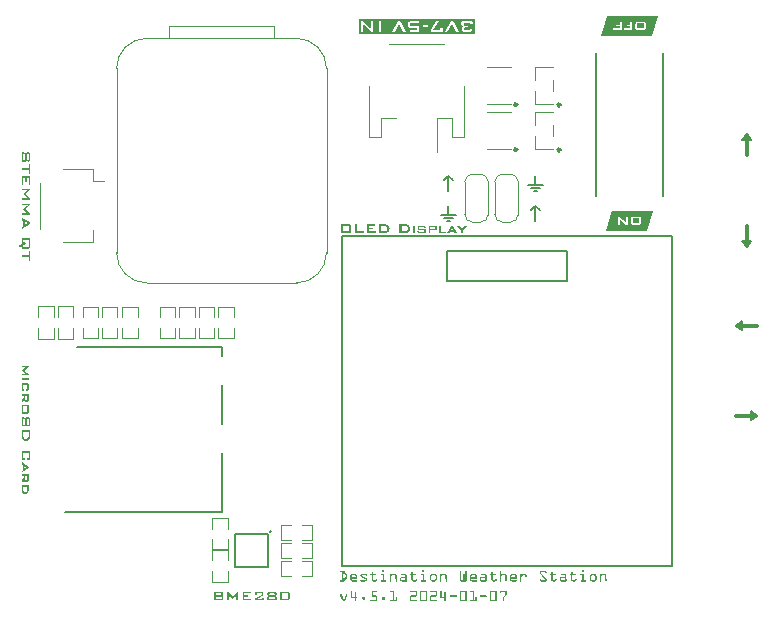
<source format=gbr>
%TF.GenerationSoftware,KiCad,Pcbnew,7.0.8*%
%TF.CreationDate,2024-01-07T13:33:52-05:00*%
%TF.ProjectId,destinationWeatherStation_r4-5,64657374-696e-4617-9469-6f6e57656174,02*%
%TF.SameCoordinates,Original*%
%TF.FileFunction,Legend,Top*%
%TF.FilePolarity,Positive*%
%FSLAX46Y46*%
G04 Gerber Fmt 4.6, Leading zero omitted, Abs format (unit mm)*
G04 Created by KiCad (PCBNEW 7.0.8) date 2024-01-07 13:33:52*
%MOMM*%
%LPD*%
G01*
G04 APERTURE LIST*
%ADD10C,0.150000*%
%ADD11C,0.300000*%
%ADD12C,0.250000*%
%ADD13C,0.200000*%
%ADD14C,0.120000*%
%ADD15C,0.050000*%
G04 APERTURE END LIST*
D10*
X157988000Y-85852000D02*
X156718000Y-85852000D01*
D11*
X175260000Y-83375500D02*
X175260000Y-81724500D01*
X175260000Y-89344500D02*
X175260000Y-90995500D01*
D10*
X157480000Y-86360000D02*
X157226000Y-86360000D01*
X150622000Y-88392000D02*
X149352000Y-88392000D01*
D11*
X174382500Y-105410000D02*
X176033500Y-105410000D01*
D10*
X176160500Y-105410000D02*
X175652500Y-105791000D01*
X175652500Y-105029000D01*
X176160500Y-105410000D01*
G36*
X176160500Y-105410000D02*
G01*
X175652500Y-105791000D01*
X175652500Y-105029000D01*
X176160500Y-105410000D01*
G37*
X149987000Y-85090000D02*
X150368000Y-85471000D01*
X157353000Y-85090000D02*
X157353000Y-85852000D01*
X157353000Y-87630000D02*
X157734000Y-88011000D01*
X174867500Y-98171000D02*
X174359500Y-97790000D01*
X174867500Y-97409000D01*
X174867500Y-98171000D01*
G36*
X174867500Y-98171000D02*
G01*
X174359500Y-97790000D01*
X174867500Y-97409000D01*
X174867500Y-98171000D01*
G37*
X175641000Y-82105500D02*
X174879000Y-82105500D01*
X175260000Y-81597500D01*
X175641000Y-82105500D01*
G36*
X175641000Y-82105500D02*
G01*
X174879000Y-82105500D01*
X175260000Y-81597500D01*
X175641000Y-82105500D01*
G37*
X157353000Y-87630000D02*
X157353000Y-88900000D01*
X150114000Y-88900000D02*
X149860000Y-88900000D01*
X149987000Y-85090000D02*
X149987000Y-86360000D01*
D11*
X176137500Y-97790000D02*
X174486500Y-97790000D01*
D10*
X149987000Y-87630000D02*
X149987000Y-88392000D01*
X157734000Y-86106000D02*
X156972000Y-86106000D01*
X175260000Y-91122500D02*
X174879000Y-90614500D01*
X175641000Y-90614500D01*
X175260000Y-91122500D01*
G36*
X175260000Y-91122500D02*
G01*
X174879000Y-90614500D01*
X175641000Y-90614500D01*
X175260000Y-91122500D01*
G37*
X150368000Y-88646000D02*
X149606000Y-88646000D01*
X157353000Y-87630000D02*
X156972000Y-88011000D01*
X149987000Y-85090000D02*
X149606000Y-85471000D01*
G36*
X113885000Y-101193210D02*
G01*
X114478998Y-101193210D01*
X114478998Y-101308737D01*
X114126556Y-101598653D01*
X114478998Y-101887104D01*
X114478998Y-102003363D01*
X113885000Y-102003363D01*
X113885000Y-101869274D01*
X114293862Y-101869274D01*
X113956318Y-101604759D01*
X113956318Y-101576671D01*
X114284092Y-101308737D01*
X113885000Y-101308737D01*
X113885000Y-101193210D01*
G37*
G36*
X113885000Y-102266901D02*
G01*
X114478998Y-102266901D01*
X114478998Y-102410516D01*
X113885000Y-102410516D01*
X113885000Y-102266901D01*
G37*
G36*
X114369577Y-103193070D02*
G01*
X114369577Y-102804235D01*
X113994420Y-102804235D01*
X113994420Y-103193070D01*
X114119473Y-103193070D01*
X114090163Y-103338883D01*
X114021043Y-103338883D01*
X114006778Y-103338600D01*
X113993385Y-103337750D01*
X113980864Y-103336333D01*
X113969214Y-103334349D01*
X113958435Y-103331799D01*
X113948528Y-103328682D01*
X113936675Y-103323645D01*
X113926371Y-103317600D01*
X113917616Y-103310547D01*
X113913820Y-103306643D01*
X113907065Y-103297720D01*
X113901211Y-103286951D01*
X113897412Y-103277662D01*
X113894119Y-103267333D01*
X113891332Y-103255966D01*
X113889052Y-103243560D01*
X113887279Y-103230114D01*
X113886013Y-103215630D01*
X113885450Y-103205397D01*
X113885112Y-103194702D01*
X113885000Y-103183545D01*
X113885000Y-102813761D01*
X113885111Y-102802780D01*
X113885446Y-102792248D01*
X113886004Y-102782165D01*
X113887260Y-102767880D01*
X113889018Y-102754605D01*
X113891278Y-102742338D01*
X113894041Y-102731080D01*
X113897306Y-102720831D01*
X113901074Y-102711591D01*
X113906878Y-102700841D01*
X113913576Y-102691884D01*
X113921506Y-102684385D01*
X113931009Y-102677886D01*
X113942084Y-102672386D01*
X113951422Y-102668918D01*
X113961644Y-102666012D01*
X113972751Y-102663669D01*
X113984742Y-102661888D01*
X113997618Y-102660669D01*
X114011378Y-102660013D01*
X114021043Y-102659888D01*
X114338803Y-102659888D01*
X114348737Y-102660012D01*
X114362885Y-102660663D01*
X114376126Y-102661872D01*
X114388462Y-102663640D01*
X114399891Y-102665965D01*
X114410415Y-102668849D01*
X114420033Y-102672291D01*
X114431447Y-102677748D01*
X114441251Y-102684198D01*
X114449445Y-102691640D01*
X114456371Y-102700493D01*
X114462374Y-102711179D01*
X114466271Y-102720395D01*
X114469647Y-102730642D01*
X114472504Y-102741919D01*
X114474842Y-102754227D01*
X114476660Y-102767565D01*
X114477959Y-102781933D01*
X114478536Y-102792084D01*
X114478883Y-102802694D01*
X114478998Y-102813761D01*
X114478998Y-103183545D01*
X114478883Y-103194760D01*
X114478536Y-103205507D01*
X114477959Y-103215788D01*
X114477151Y-103225600D01*
X114475506Y-103239443D01*
X114473341Y-103252233D01*
X114470657Y-103263972D01*
X114467454Y-103274659D01*
X114463731Y-103284294D01*
X114457959Y-103295504D01*
X114451263Y-103304844D01*
X114449445Y-103306887D01*
X114441251Y-103314386D01*
X114431447Y-103320885D01*
X114420033Y-103326385D01*
X114410415Y-103329853D01*
X114399891Y-103332759D01*
X114388462Y-103335102D01*
X114376126Y-103336883D01*
X114362885Y-103338102D01*
X114348737Y-103338758D01*
X114338803Y-103338883D01*
X114281406Y-103338883D01*
X114260157Y-103193070D01*
X114369577Y-103193070D01*
G37*
G36*
X114478998Y-104109225D02*
G01*
X114478745Y-104122564D01*
X114477985Y-104135194D01*
X114476718Y-104147116D01*
X114474945Y-104158329D01*
X114472665Y-104168834D01*
X114469879Y-104178631D01*
X114465376Y-104190591D01*
X114459972Y-104201292D01*
X114453667Y-104210734D01*
X114450177Y-104214982D01*
X114442472Y-104222710D01*
X114433645Y-104229408D01*
X114423696Y-104235075D01*
X114412625Y-104239712D01*
X114400432Y-104243318D01*
X114390551Y-104245347D01*
X114380039Y-104246796D01*
X114368895Y-104247665D01*
X114357121Y-104247955D01*
X114224253Y-104247955D01*
X114212611Y-104247665D01*
X114201593Y-104246796D01*
X114191196Y-104245347D01*
X114181423Y-104243318D01*
X114169359Y-104239712D01*
X114158403Y-104235075D01*
X114148553Y-104229408D01*
X114139810Y-104222710D01*
X114132173Y-104214982D01*
X114125533Y-104206170D01*
X114119778Y-104196099D01*
X114114908Y-104184769D01*
X114111837Y-104175444D01*
X114109264Y-104165411D01*
X114107189Y-104154670D01*
X114105612Y-104143221D01*
X114104533Y-104131063D01*
X114103952Y-104118196D01*
X114103841Y-104109225D01*
X114103841Y-104027892D01*
X113885000Y-104309504D01*
X113885000Y-104102386D01*
X114103841Y-103854235D01*
X114103841Y-103718192D01*
X114213262Y-103718192D01*
X114213262Y-104047676D01*
X114213512Y-104058852D01*
X114214264Y-104068871D01*
X114215826Y-104079366D01*
X114218561Y-104089506D01*
X114222889Y-104098318D01*
X114223520Y-104099211D01*
X114230568Y-104106059D01*
X114239895Y-104110666D01*
X114250100Y-104112879D01*
X114258935Y-104113377D01*
X114323904Y-104113377D01*
X114334102Y-104112699D01*
X114344040Y-104110264D01*
X114353030Y-104105409D01*
X114359075Y-104099211D01*
X114364152Y-104089506D01*
X114366952Y-104079366D01*
X114368552Y-104068871D01*
X114369321Y-104058852D01*
X114369577Y-104047676D01*
X114369577Y-103718192D01*
X114213262Y-103718192D01*
X114103841Y-103718192D01*
X113885000Y-103718192D01*
X113885000Y-103576043D01*
X114478998Y-103576043D01*
X114478998Y-104109225D01*
G37*
G36*
X114348279Y-104471316D02*
G01*
X114362467Y-104471962D01*
X114375744Y-104473162D01*
X114388112Y-104474916D01*
X114399570Y-104477224D01*
X114410117Y-104480085D01*
X114419754Y-104483500D01*
X114431188Y-104488916D01*
X114441003Y-104495316D01*
X114449200Y-104502700D01*
X114456184Y-104511504D01*
X114462237Y-104522163D01*
X114466165Y-104531375D01*
X114469570Y-104541629D01*
X114472451Y-104552927D01*
X114474808Y-104565268D01*
X114476641Y-104578653D01*
X114477951Y-104593081D01*
X114478533Y-104603279D01*
X114478882Y-104613940D01*
X114478998Y-104625066D01*
X114478998Y-105083021D01*
X114478882Y-105094233D01*
X114478533Y-105104973D01*
X114477951Y-105115238D01*
X114477136Y-105125031D01*
X114475477Y-105138833D01*
X114473295Y-105151570D01*
X114470588Y-105163242D01*
X114467358Y-105173849D01*
X114463605Y-105183392D01*
X114457785Y-105194459D01*
X114451034Y-105203633D01*
X114449200Y-105205631D01*
X114441003Y-105212958D01*
X114431188Y-105219309D01*
X114419754Y-105224682D01*
X114410117Y-105228071D01*
X114399570Y-105230910D01*
X114388112Y-105233200D01*
X114375744Y-105234940D01*
X114362467Y-105236131D01*
X114348279Y-105236772D01*
X114338314Y-105236894D01*
X114021531Y-105236894D01*
X114007136Y-105236615D01*
X113993625Y-105235778D01*
X113980998Y-105234383D01*
X113969256Y-105232429D01*
X113958398Y-105229918D01*
X113948424Y-105226848D01*
X113939335Y-105223220D01*
X113928593Y-105217515D01*
X113919422Y-105210817D01*
X113913576Y-105205143D01*
X113906878Y-105196289D01*
X113901074Y-105185603D01*
X113897306Y-105176387D01*
X113894041Y-105166140D01*
X113891278Y-105154863D01*
X113889018Y-105142555D01*
X113887260Y-105129217D01*
X113886004Y-105114849D01*
X113885446Y-105104698D01*
X113885111Y-105094088D01*
X113885000Y-105083021D01*
X113885000Y-104625066D01*
X113885095Y-104615540D01*
X113994420Y-104615540D01*
X113994420Y-105092791D01*
X114369577Y-105092791D01*
X114369577Y-104615540D01*
X113994420Y-104615540D01*
X113885095Y-104615540D01*
X113885111Y-104613940D01*
X113885446Y-104603279D01*
X113886004Y-104593081D01*
X113887260Y-104578653D01*
X113889018Y-104565268D01*
X113891278Y-104552927D01*
X113894041Y-104541629D01*
X113897306Y-104531375D01*
X113901074Y-104522163D01*
X113906878Y-104511504D01*
X113913576Y-104502700D01*
X113921567Y-104495316D01*
X113931131Y-104488916D01*
X113942267Y-104483500D01*
X113951651Y-104480085D01*
X113961919Y-104477224D01*
X113973071Y-104474916D01*
X113985109Y-104473162D01*
X113998030Y-104471962D01*
X114011836Y-104471316D01*
X114021531Y-104471193D01*
X114338314Y-104471193D01*
X114348279Y-104471316D01*
G37*
G36*
X114478998Y-106164773D02*
G01*
X114478998Y-105691919D01*
X114322683Y-105691919D01*
X114322683Y-106142302D01*
X114322541Y-106155284D01*
X114322114Y-106167727D01*
X114321403Y-106179632D01*
X114320408Y-106190998D01*
X114319129Y-106201827D01*
X114317565Y-106212118D01*
X114315717Y-106221870D01*
X114312412Y-106235490D01*
X114308467Y-106247899D01*
X114303882Y-106259098D01*
X114298658Y-106269085D01*
X114292794Y-106277862D01*
X114286290Y-106285429D01*
X114278965Y-106292107D01*
X114270545Y-106298128D01*
X114261031Y-106303493D01*
X114250421Y-106308201D01*
X114238717Y-106312251D01*
X114225918Y-106315645D01*
X114212024Y-106318382D01*
X114202153Y-106319842D01*
X114191795Y-106321010D01*
X114180951Y-106321886D01*
X114169621Y-106322469D01*
X114157804Y-106322761D01*
X114151713Y-106322798D01*
X114057679Y-106322798D01*
X114045499Y-106322652D01*
X114033808Y-106322214D01*
X114022608Y-106321484D01*
X114011899Y-106320462D01*
X114001680Y-106319149D01*
X113991951Y-106317543D01*
X113978278Y-106314587D01*
X113965707Y-106310974D01*
X113954241Y-106306704D01*
X113943877Y-106301778D01*
X113934617Y-106296194D01*
X113926461Y-106289954D01*
X113921636Y-106285429D01*
X113915089Y-106277862D01*
X113909185Y-106269085D01*
X113903926Y-106259098D01*
X113899311Y-106247899D01*
X113895339Y-106235490D01*
X113892012Y-106221870D01*
X113890151Y-106212118D01*
X113888577Y-106201827D01*
X113887289Y-106190998D01*
X113886287Y-106179632D01*
X113885572Y-106167727D01*
X113885143Y-106155284D01*
X113885000Y-106142302D01*
X113885000Y-105695827D01*
X113885143Y-105682874D01*
X113885572Y-105670456D01*
X113886287Y-105658572D01*
X113887289Y-105647222D01*
X113888577Y-105636407D01*
X113890151Y-105626126D01*
X113892012Y-105616379D01*
X113895339Y-105602760D01*
X113899311Y-105590344D01*
X113903926Y-105579130D01*
X113909185Y-105569118D01*
X113915089Y-105560308D01*
X113921636Y-105552700D01*
X113929057Y-105546066D01*
X113937581Y-105540084D01*
X113947209Y-105534754D01*
X113957940Y-105530077D01*
X113969775Y-105526053D01*
X113982713Y-105522681D01*
X113996754Y-105519962D01*
X114006728Y-105518512D01*
X114017192Y-105517352D01*
X114028147Y-105516482D01*
X114039592Y-105515902D01*
X114051528Y-105515612D01*
X114057679Y-105515575D01*
X114075753Y-105515575D01*
X114103841Y-105663831D01*
X114025683Y-105663831D01*
X114025683Y-106174543D01*
X114181999Y-106174543D01*
X114181999Y-105723914D01*
X114182142Y-105711023D01*
X114182571Y-105698666D01*
X114183287Y-105686843D01*
X114184289Y-105675554D01*
X114185577Y-105664800D01*
X114187151Y-105654580D01*
X114189011Y-105644894D01*
X114192339Y-105631367D01*
X114196310Y-105619043D01*
X114200925Y-105607920D01*
X114206185Y-105598000D01*
X114212088Y-105589281D01*
X114218635Y-105581765D01*
X114226106Y-105575174D01*
X114234689Y-105569231D01*
X114244384Y-105563937D01*
X114255192Y-105559291D01*
X114267111Y-105555293D01*
X114280141Y-105551944D01*
X114294284Y-105549242D01*
X114304331Y-105547802D01*
X114314871Y-105546649D01*
X114325906Y-105545785D01*
X114337435Y-105545209D01*
X114349459Y-105544920D01*
X114355655Y-105544884D01*
X114436744Y-105544884D01*
X114448565Y-105545029D01*
X114459909Y-105545461D01*
X114470776Y-105546181D01*
X114481166Y-105547189D01*
X114491079Y-105548486D01*
X114505053Y-105550971D01*
X114517955Y-105554105D01*
X114529783Y-105557886D01*
X114540538Y-105562316D01*
X114550219Y-105567395D01*
X114558827Y-105573121D01*
X114566362Y-105579496D01*
X114568635Y-105581765D01*
X114574964Y-105589281D01*
X114580671Y-105598000D01*
X114585755Y-105607920D01*
X114590216Y-105619043D01*
X114594055Y-105631367D01*
X114597272Y-105644894D01*
X114599070Y-105654580D01*
X114600592Y-105664800D01*
X114601837Y-105675554D01*
X114602805Y-105686843D01*
X114603497Y-105698666D01*
X114603912Y-105711023D01*
X114604050Y-105723914D01*
X114604050Y-106133998D01*
X114603917Y-106146482D01*
X114603516Y-106158472D01*
X114602848Y-106169968D01*
X114601913Y-106180969D01*
X114600711Y-106191476D01*
X114599242Y-106201489D01*
X114596537Y-106215582D01*
X114593231Y-106228563D01*
X114589324Y-106240432D01*
X114584816Y-106251189D01*
X114579707Y-106260834D01*
X114573997Y-106269367D01*
X114569856Y-106274438D01*
X114562979Y-106281378D01*
X114555170Y-106287636D01*
X114546430Y-106293210D01*
X114536758Y-106298103D01*
X114526154Y-106302312D01*
X114514618Y-106305839D01*
X114502151Y-106308684D01*
X114488753Y-106310845D01*
X114474422Y-106312324D01*
X114464351Y-106312931D01*
X114453866Y-106313235D01*
X114448468Y-106313272D01*
X114434057Y-106313272D01*
X114400840Y-106164773D01*
X114478998Y-106164773D01*
G37*
G36*
X114604050Y-107135882D02*
G01*
X114603960Y-107148219D01*
X114603689Y-107160375D01*
X114603237Y-107172353D01*
X114602604Y-107184151D01*
X114601790Y-107195770D01*
X114600796Y-107207209D01*
X114599621Y-107218469D01*
X114598265Y-107229549D01*
X114596728Y-107240451D01*
X114595011Y-107251173D01*
X114593112Y-107261715D01*
X114591033Y-107272078D01*
X114588773Y-107282262D01*
X114586332Y-107292266D01*
X114583711Y-107302092D01*
X114580908Y-107311737D01*
X114577925Y-107321204D01*
X114574761Y-107330490D01*
X114567891Y-107348526D01*
X114560298Y-107365845D01*
X114551981Y-107382446D01*
X114542941Y-107398329D01*
X114533178Y-107413495D01*
X114522692Y-107427943D01*
X114511482Y-107441674D01*
X114499609Y-107454629D01*
X114487131Y-107466747D01*
X114474047Y-107478030D01*
X114460359Y-107488477D01*
X114446066Y-107498089D01*
X114431168Y-107506864D01*
X114415666Y-107514804D01*
X114399558Y-107521908D01*
X114382846Y-107528176D01*
X114365528Y-107533609D01*
X114347606Y-107538206D01*
X114329079Y-107541967D01*
X114309947Y-107544892D01*
X114300154Y-107546041D01*
X114290210Y-107546981D01*
X114280115Y-107547713D01*
X114269868Y-107548235D01*
X114259470Y-107548548D01*
X114248921Y-107548653D01*
X114236421Y-107548490D01*
X114224077Y-107548000D01*
X114211890Y-107547184D01*
X114199859Y-107546042D01*
X114187985Y-107544574D01*
X114176267Y-107542779D01*
X114164705Y-107540659D01*
X114153300Y-107538211D01*
X114142052Y-107535438D01*
X114130960Y-107532338D01*
X114120024Y-107528912D01*
X114109245Y-107525160D01*
X114098622Y-107521081D01*
X114088156Y-107516676D01*
X114077846Y-107511945D01*
X114067693Y-107506887D01*
X114057752Y-107501563D01*
X114048077Y-107495969D01*
X114038670Y-107490106D01*
X114029530Y-107483974D01*
X114020657Y-107477573D01*
X114012052Y-107470903D01*
X114003713Y-107463964D01*
X113995642Y-107456756D01*
X113987837Y-107449279D01*
X113980300Y-107441533D01*
X113973030Y-107433518D01*
X113966027Y-107425234D01*
X113959291Y-107416681D01*
X113952823Y-107407858D01*
X113946621Y-107398767D01*
X113940687Y-107389406D01*
X113935375Y-107380366D01*
X113930337Y-107370922D01*
X113925574Y-107361075D01*
X113921086Y-107350824D01*
X113916873Y-107340169D01*
X113912935Y-107329111D01*
X113909271Y-107317649D01*
X113905882Y-107305784D01*
X113902768Y-107293515D01*
X113899929Y-107280842D01*
X113898189Y-107272170D01*
X113895832Y-107258725D01*
X113893706Y-107244584D01*
X113892418Y-107234770D01*
X113891233Y-107224647D01*
X113890151Y-107214216D01*
X113889173Y-107203475D01*
X113888297Y-107192425D01*
X113887524Y-107181065D01*
X113886854Y-107169397D01*
X113886287Y-107157420D01*
X113885824Y-107145133D01*
X113885463Y-107132537D01*
X113885206Y-107119633D01*
X113885051Y-107106419D01*
X113885000Y-107092896D01*
X113885000Y-106839127D01*
X114025683Y-106839127D01*
X114025683Y-107056503D01*
X114025736Y-107067258D01*
X114025892Y-107077815D01*
X114026153Y-107088173D01*
X114026519Y-107098334D01*
X114026989Y-107108297D01*
X114027564Y-107118061D01*
X114029026Y-107136997D01*
X114030907Y-107155140D01*
X114033205Y-107172492D01*
X114035922Y-107189052D01*
X114039056Y-107204820D01*
X114042608Y-107219796D01*
X114046578Y-107233980D01*
X114050965Y-107247373D01*
X114055771Y-107259973D01*
X114060995Y-107271782D01*
X114066636Y-107282798D01*
X114072695Y-107293023D01*
X114079173Y-107302456D01*
X114086132Y-107311240D01*
X114093636Y-107319458D01*
X114101687Y-107327108D01*
X114110283Y-107334192D01*
X114119425Y-107340710D01*
X114129113Y-107346660D01*
X114139346Y-107352044D01*
X114150125Y-107356861D01*
X114161450Y-107361111D01*
X114173321Y-107364795D01*
X114185737Y-107367912D01*
X114198699Y-107370462D01*
X114212207Y-107372446D01*
X114226260Y-107373863D01*
X114240859Y-107374713D01*
X114256004Y-107374996D01*
X114269534Y-107374760D01*
X114282646Y-107374053D01*
X114295340Y-107372875D01*
X114307616Y-107371226D01*
X114319474Y-107369105D01*
X114330914Y-107366512D01*
X114341937Y-107363449D01*
X114352541Y-107359914D01*
X114362728Y-107355908D01*
X114372497Y-107351430D01*
X114381848Y-107346482D01*
X114390781Y-107341062D01*
X114399296Y-107335170D01*
X114407393Y-107328807D01*
X114415072Y-107321973D01*
X114422334Y-107314668D01*
X114429195Y-107306933D01*
X114435614Y-107298750D01*
X114441591Y-107290119D01*
X114447124Y-107281039D01*
X114452215Y-107271511D01*
X114456864Y-107261534D01*
X114461069Y-107251109D01*
X114464832Y-107240235D01*
X114468152Y-107228913D01*
X114471030Y-107217143D01*
X114473464Y-107204924D01*
X114475457Y-107192257D01*
X114477006Y-107179141D01*
X114478113Y-107165577D01*
X114478777Y-107151564D01*
X114478998Y-107137104D01*
X114478998Y-106839127D01*
X114025683Y-106839127D01*
X113885000Y-106839127D01*
X113885000Y-106671088D01*
X114604050Y-106671088D01*
X114604050Y-107135882D01*
G37*
G36*
X114478998Y-109004584D02*
G01*
X114478998Y-108551514D01*
X114025683Y-108551514D01*
X114025683Y-109004584D01*
X114181999Y-109004584D01*
X114146828Y-109172868D01*
X114060854Y-109172868D01*
X114048347Y-109172722D01*
X114036350Y-109172284D01*
X114024862Y-109171554D01*
X114013883Y-109170532D01*
X114003414Y-109169218D01*
X113993455Y-109167613D01*
X113979471Y-109164657D01*
X113966633Y-109161044D01*
X113954941Y-109156774D01*
X113944396Y-109151848D01*
X113934997Y-109146264D01*
X113926745Y-109140024D01*
X113921880Y-109135499D01*
X113915289Y-109127943D01*
X113909347Y-109119198D01*
X113904052Y-109109264D01*
X113899406Y-109098141D01*
X113895408Y-109085828D01*
X113892059Y-109072326D01*
X113890186Y-109062665D01*
X113888601Y-109052474D01*
X113887305Y-109041755D01*
X113886296Y-109030508D01*
X113885576Y-109018731D01*
X113885144Y-109006427D01*
X113885000Y-108993593D01*
X113885000Y-108562261D01*
X113885144Y-108549369D01*
X113885576Y-108537012D01*
X113886296Y-108525189D01*
X113887305Y-108513900D01*
X113888601Y-108503146D01*
X113890186Y-108492926D01*
X113892059Y-108483240D01*
X113895408Y-108469714D01*
X113899406Y-108457389D01*
X113904052Y-108446266D01*
X113909347Y-108436346D01*
X113915289Y-108427627D01*
X113921880Y-108420111D01*
X113929368Y-108413520D01*
X113938003Y-108407578D01*
X113947784Y-108402283D01*
X113958711Y-108397637D01*
X113970785Y-108393639D01*
X113984005Y-108390290D01*
X113998371Y-108387589D01*
X114008585Y-108386148D01*
X114019309Y-108384995D01*
X114030542Y-108384131D01*
X114042285Y-108383555D01*
X114054537Y-108383267D01*
X114060854Y-108383231D01*
X114436011Y-108383231D01*
X114447863Y-108383375D01*
X114459237Y-108383807D01*
X114470135Y-108384527D01*
X114480555Y-108385536D01*
X114490499Y-108386832D01*
X114504519Y-108389317D01*
X114517466Y-108392451D01*
X114529340Y-108396232D01*
X114540141Y-108400662D01*
X114549868Y-108405741D01*
X114558522Y-108411467D01*
X114566103Y-108417842D01*
X114568391Y-108420111D01*
X114574764Y-108427627D01*
X114580510Y-108436346D01*
X114585629Y-108446266D01*
X114590121Y-108457389D01*
X114593986Y-108469714D01*
X114597225Y-108483240D01*
X114599036Y-108492926D01*
X114600568Y-108503146D01*
X114601822Y-108513900D01*
X114602797Y-108525189D01*
X114603493Y-108537012D01*
X114603911Y-108549369D01*
X114604050Y-108562261D01*
X114604050Y-108993593D01*
X114603911Y-109006427D01*
X114603493Y-109018731D01*
X114602797Y-109030508D01*
X114601822Y-109041755D01*
X114600568Y-109052474D01*
X114599036Y-109062665D01*
X114597225Y-109072326D01*
X114593986Y-109085828D01*
X114590121Y-109098141D01*
X114585629Y-109109264D01*
X114580510Y-109119198D01*
X114574764Y-109127943D01*
X114568391Y-109135499D01*
X114561168Y-109142177D01*
X114552872Y-109148198D01*
X114543503Y-109153563D01*
X114533060Y-109158270D01*
X114521544Y-109162321D01*
X114508954Y-109165715D01*
X114495291Y-109168452D01*
X114485586Y-109169912D01*
X114475405Y-109171080D01*
X114464746Y-109171955D01*
X114453610Y-109172539D01*
X114441997Y-109172831D01*
X114436011Y-109172868D01*
X114365669Y-109172868D01*
X114338314Y-109004584D01*
X114478998Y-109004584D01*
G37*
G36*
X114478998Y-109727299D02*
G01*
X114478998Y-109866029D01*
X113885000Y-110222868D01*
X113885000Y-110060935D01*
X114010052Y-109986441D01*
X114010052Y-109656224D01*
X114119473Y-109656224D01*
X114119473Y-109927578D01*
X114370066Y-109789581D01*
X114119473Y-109656224D01*
X114010052Y-109656224D01*
X114010052Y-109594675D01*
X113885000Y-109520181D01*
X113885000Y-109376078D01*
X114478998Y-109727299D01*
G37*
G36*
X114478998Y-110903084D02*
G01*
X114478745Y-110916423D01*
X114477985Y-110929053D01*
X114476718Y-110940975D01*
X114474945Y-110952188D01*
X114472665Y-110962693D01*
X114469879Y-110972490D01*
X114465376Y-110984450D01*
X114459972Y-110995151D01*
X114453667Y-111004593D01*
X114450177Y-111008841D01*
X114442472Y-111016569D01*
X114433645Y-111023267D01*
X114423696Y-111028934D01*
X114412625Y-111033571D01*
X114400432Y-111037177D01*
X114390551Y-111039206D01*
X114380039Y-111040655D01*
X114368895Y-111041524D01*
X114357121Y-111041814D01*
X114224253Y-111041814D01*
X114212611Y-111041524D01*
X114201593Y-111040655D01*
X114191196Y-111039206D01*
X114181423Y-111037177D01*
X114169359Y-111033571D01*
X114158403Y-111028934D01*
X114148553Y-111023267D01*
X114139810Y-111016569D01*
X114132173Y-111008841D01*
X114125533Y-111000029D01*
X114119778Y-110989958D01*
X114114908Y-110978628D01*
X114111837Y-110969303D01*
X114109264Y-110959270D01*
X114107189Y-110948529D01*
X114105612Y-110937080D01*
X114104533Y-110924922D01*
X114103952Y-110912055D01*
X114103841Y-110903084D01*
X114103841Y-110821751D01*
X113885000Y-111103363D01*
X113885000Y-110896245D01*
X114103841Y-110648094D01*
X114103841Y-110512051D01*
X114213262Y-110512051D01*
X114213262Y-110841535D01*
X114213512Y-110852711D01*
X114214264Y-110862730D01*
X114215826Y-110873225D01*
X114218561Y-110883365D01*
X114222889Y-110892177D01*
X114223520Y-110893070D01*
X114230568Y-110899918D01*
X114239895Y-110904525D01*
X114250100Y-110906738D01*
X114258935Y-110907236D01*
X114323904Y-110907236D01*
X114334102Y-110906558D01*
X114344040Y-110904123D01*
X114353030Y-110899268D01*
X114359075Y-110893070D01*
X114364152Y-110883365D01*
X114366952Y-110873225D01*
X114368552Y-110862730D01*
X114369321Y-110852711D01*
X114369577Y-110841535D01*
X114369577Y-110512051D01*
X114213262Y-110512051D01*
X114103841Y-110512051D01*
X113885000Y-110512051D01*
X113885000Y-110369902D01*
X114478998Y-110369902D01*
X114478998Y-110903084D01*
G37*
G36*
X114478998Y-111678067D02*
G01*
X114478923Y-111688705D01*
X114478699Y-111699188D01*
X114478326Y-111709515D01*
X114477804Y-111719687D01*
X114477132Y-111729703D01*
X114476310Y-111739564D01*
X114474220Y-111758819D01*
X114471532Y-111777452D01*
X114468248Y-111795463D01*
X114464365Y-111812852D01*
X114459886Y-111829619D01*
X114454809Y-111845764D01*
X114449136Y-111861287D01*
X114442864Y-111876188D01*
X114435996Y-111890466D01*
X114428530Y-111904123D01*
X114420468Y-111917157D01*
X114411807Y-111929570D01*
X114402550Y-111941360D01*
X114392737Y-111952511D01*
X114382412Y-111962942D01*
X114371572Y-111972653D01*
X114360220Y-111981645D01*
X114348354Y-111989918D01*
X114335975Y-111997471D01*
X114323082Y-112004305D01*
X114309677Y-112010420D01*
X114295758Y-112015815D01*
X114281325Y-112020491D01*
X114266380Y-112024448D01*
X114250921Y-112027685D01*
X114234949Y-112030203D01*
X114218463Y-112032001D01*
X114201465Y-112033080D01*
X114183953Y-112033440D01*
X114165560Y-112033059D01*
X114147751Y-112031917D01*
X114130527Y-112030014D01*
X114113886Y-112027349D01*
X114097829Y-112023923D01*
X114082355Y-112019736D01*
X114067466Y-112014787D01*
X114053161Y-112009077D01*
X114039439Y-112002605D01*
X114026302Y-111995372D01*
X114013748Y-111987378D01*
X114001778Y-111978623D01*
X113990392Y-111969106D01*
X113979590Y-111958828D01*
X113969372Y-111947788D01*
X113959738Y-111935987D01*
X113950687Y-111923447D01*
X113942221Y-111910128D01*
X113934338Y-111896030D01*
X113927040Y-111881155D01*
X113920325Y-111865500D01*
X113914194Y-111849067D01*
X113908647Y-111831856D01*
X113903684Y-111813866D01*
X113899305Y-111795097D01*
X113897334Y-111785421D01*
X113895510Y-111775550D01*
X113893831Y-111765485D01*
X113892298Y-111755224D01*
X113890911Y-111744770D01*
X113889671Y-111734120D01*
X113888576Y-111723276D01*
X113887627Y-111712238D01*
X113886824Y-111701004D01*
X113886167Y-111689577D01*
X113885656Y-111677954D01*
X113885291Y-111666137D01*
X113885072Y-111654125D01*
X113885000Y-111641919D01*
X113885000Y-111425031D01*
X113994420Y-111425031D01*
X113994420Y-111611144D01*
X113994594Y-111629837D01*
X113995115Y-111647815D01*
X113995983Y-111665077D01*
X113997199Y-111681623D01*
X113998761Y-111697454D01*
X114000671Y-111712570D01*
X114002929Y-111726970D01*
X114005533Y-111740654D01*
X114008485Y-111753623D01*
X114011784Y-111765876D01*
X114015431Y-111777413D01*
X114019425Y-111788235D01*
X114023766Y-111798342D01*
X114028454Y-111807733D01*
X114033490Y-111816408D01*
X114038872Y-111824368D01*
X114047742Y-111835237D01*
X114057680Y-111845036D01*
X114068688Y-111853767D01*
X114080764Y-111861428D01*
X114093909Y-111868020D01*
X114103267Y-111871822D01*
X114113100Y-111875147D01*
X114123407Y-111877998D01*
X114134190Y-111880374D01*
X114145448Y-111882274D01*
X114157182Y-111883700D01*
X114169390Y-111884650D01*
X114182073Y-111885125D01*
X114188593Y-111885185D01*
X114199829Y-111884987D01*
X114210701Y-111884395D01*
X114221208Y-111883407D01*
X114231351Y-111882025D01*
X114241129Y-111880247D01*
X114255114Y-111876840D01*
X114268278Y-111872545D01*
X114280622Y-111867361D01*
X114292146Y-111861288D01*
X114302850Y-111854326D01*
X114312734Y-111846476D01*
X114321798Y-111837737D01*
X114324637Y-111834626D01*
X114332668Y-111824670D01*
X114339909Y-111813761D01*
X114346361Y-111801898D01*
X114352022Y-111789083D01*
X114356894Y-111775314D01*
X114359703Y-111765605D01*
X114362160Y-111755473D01*
X114364267Y-111744917D01*
X114366022Y-111733938D01*
X114367427Y-111722535D01*
X114368480Y-111710708D01*
X114369182Y-111698458D01*
X114369533Y-111685784D01*
X114369577Y-111679288D01*
X114369577Y-111425031D01*
X113994420Y-111425031D01*
X113885000Y-111425031D01*
X113885000Y-111279462D01*
X114478998Y-111279462D01*
X114478998Y-111678067D01*
G37*
G36*
X141153583Y-118556954D02*
G01*
X141164643Y-118558339D01*
X141175626Y-118560526D01*
X141186533Y-118563514D01*
X141197364Y-118567304D01*
X141208118Y-118571895D01*
X141218796Y-118577287D01*
X141229398Y-118583481D01*
X141239614Y-118590282D01*
X141249136Y-118597494D01*
X141257963Y-118605119D01*
X141266095Y-118613157D01*
X141273533Y-118621606D01*
X141280277Y-118630467D01*
X141286326Y-118639741D01*
X141291680Y-118649427D01*
X141405741Y-118878282D01*
X141411503Y-118889970D01*
X141416698Y-118901770D01*
X141421326Y-118913681D01*
X141425388Y-118925703D01*
X141428882Y-118937838D01*
X141431810Y-118950084D01*
X141434172Y-118962441D01*
X141435966Y-118974911D01*
X141437194Y-118987492D01*
X141437855Y-119000184D01*
X141437981Y-119008708D01*
X141437679Y-119020690D01*
X141436771Y-119032733D01*
X141435257Y-119044836D01*
X141433138Y-119056999D01*
X141430414Y-119069222D01*
X141427085Y-119081506D01*
X141423150Y-119093849D01*
X141418610Y-119106252D01*
X141413464Y-119118716D01*
X141407713Y-119131239D01*
X141403543Y-119139622D01*
X141288993Y-119369210D01*
X141283196Y-119379961D01*
X141276796Y-119390108D01*
X141269793Y-119399653D01*
X141262188Y-119408594D01*
X141253979Y-119416933D01*
X141245167Y-119424669D01*
X141235752Y-119431801D01*
X141225734Y-119438331D01*
X141215266Y-119444113D01*
X141204500Y-119449123D01*
X141193437Y-119453363D01*
X141182076Y-119456832D01*
X141170417Y-119459530D01*
X141158461Y-119461458D01*
X141146207Y-119462614D01*
X141133655Y-119463000D01*
X140913103Y-119463000D01*
X140902971Y-119462228D01*
X140892220Y-119459458D01*
X140882355Y-119454672D01*
X140874449Y-119448832D01*
X140872315Y-119446879D01*
X140865748Y-119439558D01*
X140860218Y-119430533D01*
X140856795Y-119420805D01*
X140855479Y-119410375D01*
X140855462Y-119409022D01*
X140856515Y-119398061D01*
X140859675Y-119387895D01*
X140864942Y-119378522D01*
X140871278Y-119370972D01*
X140872315Y-119369943D01*
X140880027Y-119363567D01*
X140889671Y-119358197D01*
X140900200Y-119354873D01*
X140910139Y-119353643D01*
X140913103Y-119353579D01*
X140973676Y-119353579D01*
X141088958Y-119353579D01*
X141129503Y-119353579D01*
X141141091Y-119353897D01*
X141151737Y-119352105D01*
X141161441Y-119348201D01*
X141170203Y-119342187D01*
X141178023Y-119334062D01*
X141184901Y-119323826D01*
X141187388Y-119319140D01*
X141301205Y-119086621D01*
X141306186Y-119075340D01*
X141310502Y-119064456D01*
X141314154Y-119053969D01*
X141317142Y-119043879D01*
X141319466Y-119034185D01*
X141321438Y-119022627D01*
X141322371Y-119011688D01*
X141322454Y-119007487D01*
X141322187Y-118997289D01*
X141321386Y-118987337D01*
X141320050Y-118977628D01*
X141317629Y-118965836D01*
X141314373Y-118954425D01*
X141310283Y-118943396D01*
X141305357Y-118932748D01*
X141187144Y-118699496D01*
X141180777Y-118689505D01*
X141173276Y-118681207D01*
X141164643Y-118674602D01*
X141154877Y-118669691D01*
X141143978Y-118666473D01*
X141131946Y-118664949D01*
X141126816Y-118664814D01*
X141088958Y-118665791D01*
X141088958Y-119353579D01*
X140973676Y-119353579D01*
X140973676Y-118665791D01*
X140914569Y-118665791D01*
X140904436Y-118665008D01*
X140893685Y-118662195D01*
X140883820Y-118657337D01*
X140875915Y-118651408D01*
X140873780Y-118649427D01*
X140867214Y-118641963D01*
X140861684Y-118632690D01*
X140858261Y-118622622D01*
X140856944Y-118611761D01*
X140856928Y-118610348D01*
X140857981Y-118599830D01*
X140861141Y-118590015D01*
X140866407Y-118580901D01*
X140873780Y-118572490D01*
X140881492Y-118566209D01*
X140891136Y-118560920D01*
X140901665Y-118557645D01*
X140911605Y-118556433D01*
X140914569Y-118556370D01*
X141142448Y-118556370D01*
X141153583Y-118556954D01*
G37*
G36*
X142090510Y-118806913D02*
G01*
X142101785Y-118808226D01*
X142112944Y-118810416D01*
X142123987Y-118813481D01*
X142134914Y-118817423D01*
X142145726Y-118822240D01*
X142156421Y-118827933D01*
X142167000Y-118834502D01*
X142177464Y-118841946D01*
X142187812Y-118850267D01*
X142194646Y-118856300D01*
X142237877Y-118896845D01*
X142246214Y-118904895D01*
X142253731Y-118913657D01*
X142260427Y-118923133D01*
X142266304Y-118933321D01*
X142271361Y-118944221D01*
X142275598Y-118955835D01*
X142279015Y-118968161D01*
X142281611Y-118981200D01*
X142283388Y-118994951D01*
X142284345Y-119009416D01*
X142284527Y-119019454D01*
X142284527Y-119156230D01*
X142283697Y-119165983D01*
X142280717Y-119176413D01*
X142275569Y-119186079D01*
X142269286Y-119193912D01*
X142267186Y-119196042D01*
X142259414Y-119202609D01*
X142249816Y-119208139D01*
X142239454Y-119211562D01*
X142229762Y-119212829D01*
X142226886Y-119212895D01*
X141818756Y-119212895D01*
X141818756Y-119248310D01*
X141819649Y-119259699D01*
X141822328Y-119270418D01*
X141826793Y-119280467D01*
X141833044Y-119289847D01*
X141839618Y-119297151D01*
X141844157Y-119301311D01*
X141877863Y-119331108D01*
X141886352Y-119337582D01*
X141894721Y-119342958D01*
X141904607Y-119347961D01*
X141914322Y-119351384D01*
X141925438Y-119353381D01*
X141930131Y-119353579D01*
X142226886Y-119353579D01*
X142236745Y-119354350D01*
X142247297Y-119357121D01*
X142257086Y-119361906D01*
X142265025Y-119367747D01*
X142267186Y-119369699D01*
X142273943Y-119376972D01*
X142279633Y-119386085D01*
X142283155Y-119396053D01*
X142284510Y-119406876D01*
X142284527Y-119408289D01*
X142283428Y-119419036D01*
X142280131Y-119429050D01*
X142274635Y-119438331D01*
X142268023Y-119445851D01*
X142266942Y-119446879D01*
X142259098Y-119453161D01*
X142249503Y-119458450D01*
X142239238Y-119461724D01*
X142228300Y-119462984D01*
X142226886Y-119463000D01*
X141922559Y-119463000D01*
X141911090Y-119462562D01*
X141901362Y-119461528D01*
X141891479Y-119459885D01*
X141881441Y-119457635D01*
X141871248Y-119454776D01*
X141860900Y-119451309D01*
X141858812Y-119450543D01*
X141848861Y-119446550D01*
X141839768Y-119442510D01*
X141829991Y-119437598D01*
X141821450Y-119432618D01*
X141813049Y-119426721D01*
X141809963Y-119424165D01*
X141758428Y-119379224D01*
X141749644Y-119371556D01*
X141742757Y-119364366D01*
X141736263Y-119356449D01*
X141730163Y-119347803D01*
X141724456Y-119338431D01*
X141719143Y-119328331D01*
X141718128Y-119326224D01*
X141713484Y-119315745D01*
X141709627Y-119305530D01*
X141706557Y-119295576D01*
X141704275Y-119285885D01*
X141702575Y-119274602D01*
X141702008Y-119263697D01*
X141702008Y-119103474D01*
X141819977Y-119103474D01*
X142170466Y-119103474D01*
X142170466Y-119019943D01*
X142169977Y-119009868D01*
X142168099Y-118998785D01*
X142164813Y-118988802D01*
X142160119Y-118979918D01*
X142154017Y-118972132D01*
X142150438Y-118968652D01*
X142116976Y-118938122D01*
X142108941Y-118931719D01*
X142099644Y-118925468D01*
X142090726Y-118920779D01*
X142080798Y-118917285D01*
X142070082Y-118915896D01*
X141925002Y-118915896D01*
X141915181Y-118916574D01*
X141904137Y-118919080D01*
X141895023Y-118922698D01*
X141886236Y-118927672D01*
X141877776Y-118934004D01*
X141876397Y-118935191D01*
X141842692Y-118964500D01*
X141834972Y-118971555D01*
X141828850Y-118979349D01*
X141823726Y-118989375D01*
X141820776Y-119000406D01*
X141819977Y-119010662D01*
X141819977Y-119103474D01*
X141702008Y-119103474D01*
X141702008Y-119001625D01*
X141702838Y-118991141D01*
X141704870Y-118980946D01*
X141708121Y-118969634D01*
X141711762Y-118959355D01*
X141716250Y-118948301D01*
X141719349Y-118941297D01*
X141723891Y-118932035D01*
X141728722Y-118923299D01*
X141735169Y-118913120D01*
X141742069Y-118903764D01*
X141749423Y-118895231D01*
X141757230Y-118887521D01*
X141763801Y-118881946D01*
X141811917Y-118844577D01*
X141820892Y-118837767D01*
X141830046Y-118831628D01*
X141839382Y-118826158D01*
X141848897Y-118821358D01*
X141858593Y-118817228D01*
X141868469Y-118813768D01*
X141878525Y-118810977D01*
X141888762Y-118808856D01*
X141899179Y-118807405D01*
X141909776Y-118806624D01*
X141916942Y-118806475D01*
X142079119Y-118806475D01*
X142090510Y-118806913D01*
G37*
G36*
X142709754Y-118806475D02*
G01*
X142974269Y-118806475D01*
X142985728Y-118806782D01*
X142996935Y-118807703D01*
X143007888Y-118809237D01*
X143018587Y-118811386D01*
X143029034Y-118814149D01*
X143039227Y-118817526D01*
X143049167Y-118821516D01*
X143058853Y-118826121D01*
X143068286Y-118831340D01*
X143077466Y-118837172D01*
X143083445Y-118841401D01*
X143091913Y-118847892D01*
X143099548Y-118854356D01*
X143108433Y-118862935D01*
X143115836Y-118871468D01*
X143121759Y-118879956D01*
X143127080Y-118890500D01*
X143130088Y-118900974D01*
X143130829Y-118909301D01*
X143129987Y-118919162D01*
X143126965Y-118929458D01*
X143121744Y-118938716D01*
X143114325Y-118946937D01*
X143113243Y-118947891D01*
X143104313Y-118954410D01*
X143094864Y-118959065D01*
X143084896Y-118961859D01*
X143074408Y-118962790D01*
X143064313Y-118961966D01*
X143054545Y-118959493D01*
X143045102Y-118955371D01*
X143035986Y-118949601D01*
X143027196Y-118942182D01*
X143024339Y-118939343D01*
X143017193Y-118932588D01*
X143008491Y-118925993D01*
X142999653Y-118921048D01*
X142989168Y-118917361D01*
X142978495Y-118915918D01*
X142976956Y-118915896D01*
X142715860Y-118915896D01*
X142704813Y-118916778D01*
X142694028Y-118920167D01*
X142685939Y-118926097D01*
X142680547Y-118934570D01*
X142677851Y-118945583D01*
X142677514Y-118952043D01*
X142678729Y-118962560D01*
X142682376Y-118971885D01*
X142688453Y-118980018D01*
X142696962Y-118986959D01*
X142702915Y-118990390D01*
X143009928Y-119121060D01*
X143021328Y-119126578D01*
X143032200Y-119132875D01*
X143042546Y-119139950D01*
X143052366Y-119147804D01*
X143061658Y-119156437D01*
X143070424Y-119165848D01*
X143076653Y-119173417D01*
X143082586Y-119181424D01*
X143086376Y-119187005D01*
X143091745Y-119195563D01*
X143096586Y-119204293D01*
X143100899Y-119213194D01*
X143104683Y-119222268D01*
X143107940Y-119231513D01*
X143110668Y-119240929D01*
X143112868Y-119250518D01*
X143114541Y-119260278D01*
X143115685Y-119270210D01*
X143116301Y-119280313D01*
X143116418Y-119287145D01*
X143115957Y-119300775D01*
X143114572Y-119314007D01*
X143112264Y-119326839D01*
X143109034Y-119339271D01*
X143104880Y-119351305D01*
X143099803Y-119362939D01*
X143093803Y-119374174D01*
X143086880Y-119385010D01*
X143079034Y-119395446D01*
X143070265Y-119405483D01*
X143063906Y-119411953D01*
X143053935Y-119421075D01*
X143043716Y-119429301D01*
X143033247Y-119436629D01*
X143022530Y-119443059D01*
X143011563Y-119448593D01*
X143000348Y-119453229D01*
X142988883Y-119456968D01*
X142977169Y-119459809D01*
X142965207Y-119461753D01*
X142952995Y-119462800D01*
X142944715Y-119463000D01*
X142711219Y-119463000D01*
X142699981Y-119462697D01*
X142688888Y-119461789D01*
X142677942Y-119460275D01*
X142667141Y-119458157D01*
X142656487Y-119455433D01*
X142645978Y-119452103D01*
X142635615Y-119448168D01*
X142625398Y-119443628D01*
X142615328Y-119438482D01*
X142605403Y-119432732D01*
X142598868Y-119428561D01*
X142589614Y-119422078D01*
X142581271Y-119415633D01*
X142573837Y-119409226D01*
X142565342Y-119400745D01*
X142558465Y-119392332D01*
X142553207Y-119383987D01*
X142548908Y-119373653D01*
X142547139Y-119363427D01*
X142547088Y-119361394D01*
X142548141Y-119350953D01*
X142551301Y-119341122D01*
X142556568Y-119331902D01*
X142562904Y-119324335D01*
X142563941Y-119323293D01*
X142571781Y-119316821D01*
X142580557Y-119311939D01*
X142590268Y-119308647D01*
X142600913Y-119306944D01*
X142607416Y-119306684D01*
X142617185Y-119307806D01*
X142627258Y-119311172D01*
X142636134Y-119315843D01*
X142645233Y-119322163D01*
X142652986Y-119328689D01*
X142654555Y-119330131D01*
X142662959Y-119336886D01*
X142672449Y-119342496D01*
X142683023Y-119346961D01*
X142694683Y-119350281D01*
X142704793Y-119352113D01*
X142715597Y-119353212D01*
X142727095Y-119353579D01*
X142941785Y-119353579D01*
X142952500Y-119352550D01*
X142962421Y-119349465D01*
X142971547Y-119344322D01*
X142979879Y-119337123D01*
X142984283Y-119332085D01*
X142990176Y-119323719D01*
X142994850Y-119314923D01*
X142998305Y-119305699D01*
X143000540Y-119296044D01*
X143001556Y-119285961D01*
X143001624Y-119282504D01*
X143001025Y-119272078D01*
X142999227Y-119262415D01*
X142995295Y-119251410D01*
X142989491Y-119241597D01*
X142981814Y-119232977D01*
X142972265Y-119225550D01*
X142963278Y-119220466D01*
X142653578Y-119089796D01*
X142642724Y-119084633D01*
X142632512Y-119078912D01*
X142622941Y-119072635D01*
X142614011Y-119065800D01*
X142605722Y-119058407D01*
X142598074Y-119050458D01*
X142591067Y-119041952D01*
X142584702Y-119032888D01*
X142579092Y-119023526D01*
X142574230Y-119014127D01*
X142570116Y-119004689D01*
X142566750Y-118995213D01*
X142564132Y-118985699D01*
X142561911Y-118973753D01*
X142560859Y-118961747D01*
X142560766Y-118956928D01*
X142561144Y-118945623D01*
X142562277Y-118934606D01*
X142564166Y-118923876D01*
X142566811Y-118913434D01*
X142570211Y-118903280D01*
X142574367Y-118893413D01*
X142579279Y-118883834D01*
X142584946Y-118874542D01*
X142591369Y-118865538D01*
X142598547Y-118856822D01*
X142603752Y-118851171D01*
X142611989Y-118843183D01*
X142620577Y-118835981D01*
X142629517Y-118829565D01*
X142638809Y-118823934D01*
X142648453Y-118819089D01*
X142658450Y-118815030D01*
X142668798Y-118811756D01*
X142679498Y-118809268D01*
X142690551Y-118807566D01*
X142701955Y-118806649D01*
X142709754Y-118806475D01*
G37*
G36*
X143798833Y-119463000D02*
G01*
X143683306Y-119463000D01*
X143670107Y-119462553D01*
X143657257Y-119461213D01*
X143644754Y-119458981D01*
X143632599Y-119455855D01*
X143620791Y-119451837D01*
X143609332Y-119446925D01*
X143598220Y-119441121D01*
X143587456Y-119434423D01*
X143577039Y-119426832D01*
X143566971Y-119418349D01*
X143560452Y-119412197D01*
X143551242Y-119402491D01*
X143542938Y-119392425D01*
X143535540Y-119381998D01*
X143529047Y-119371210D01*
X143523461Y-119360062D01*
X143518781Y-119348553D01*
X143515006Y-119336683D01*
X143512137Y-119324453D01*
X143510175Y-119311862D01*
X143509118Y-119298910D01*
X143508916Y-119290076D01*
X143508916Y-118915896D01*
X143449810Y-118915896D01*
X143439677Y-118915148D01*
X143428926Y-118912461D01*
X143419061Y-118907820D01*
X143410081Y-118901226D01*
X143409021Y-118900264D01*
X143401648Y-118891960D01*
X143396382Y-118882678D01*
X143393222Y-118872420D01*
X143392185Y-118862643D01*
X143392168Y-118861185D01*
X143393222Y-118850255D01*
X143396382Y-118840180D01*
X143401648Y-118830960D01*
X143409021Y-118822595D01*
X143416733Y-118816314D01*
X143426377Y-118811024D01*
X143436906Y-118807750D01*
X143446845Y-118806538D01*
X143449810Y-118806475D01*
X143510138Y-118806475D01*
X143510138Y-118662127D01*
X143510944Y-118651792D01*
X143513363Y-118642158D01*
X143517396Y-118633226D01*
X143523041Y-118624995D01*
X143526990Y-118620606D01*
X143534702Y-118613849D01*
X143543092Y-118608752D01*
X143553511Y-118604958D01*
X143563353Y-118603417D01*
X143567779Y-118603265D01*
X143578816Y-118604364D01*
X143589211Y-118607661D01*
X143598966Y-118613157D01*
X143606975Y-118619768D01*
X143608079Y-118620850D01*
X143614931Y-118628753D01*
X143620100Y-118637286D01*
X143623587Y-118646451D01*
X143625390Y-118656246D01*
X143625665Y-118662127D01*
X143625665Y-118806475D01*
X143857939Y-118806475D01*
X143867799Y-118807258D01*
X143878351Y-118810070D01*
X143888139Y-118814929D01*
X143896079Y-118820857D01*
X143898240Y-118822839D01*
X143904997Y-118830184D01*
X143910687Y-118839293D01*
X143914209Y-118849166D01*
X143915564Y-118859802D01*
X143915581Y-118861185D01*
X143914497Y-118872130D01*
X143911245Y-118882251D01*
X143905826Y-118891548D01*
X143899306Y-118899006D01*
X143898240Y-118900020D01*
X143890467Y-118906206D01*
X143880869Y-118911415D01*
X143870508Y-118914640D01*
X143859384Y-118915880D01*
X143857939Y-118915896D01*
X143624199Y-118915896D01*
X143624199Y-119295205D01*
X143625041Y-119305266D01*
X143627565Y-119314719D01*
X143631773Y-119323565D01*
X143637663Y-119331803D01*
X143641785Y-119336237D01*
X143649782Y-119342994D01*
X143658387Y-119348092D01*
X143667600Y-119351530D01*
X143677421Y-119353308D01*
X143683306Y-119353579D01*
X143796146Y-119353579D01*
X143807145Y-119352846D01*
X143817181Y-119350648D01*
X143826257Y-119346984D01*
X143836248Y-119340344D01*
X143843159Y-119333383D01*
X143849109Y-119324956D01*
X143854097Y-119315065D01*
X143857207Y-119306684D01*
X143861431Y-119295693D01*
X143866534Y-119286168D01*
X143872514Y-119278108D01*
X143881223Y-119270093D01*
X143891304Y-119264369D01*
X143902757Y-119260934D01*
X143912906Y-119259835D01*
X143915581Y-119259789D01*
X143926250Y-119260549D01*
X143936030Y-119262828D01*
X143946121Y-119267293D01*
X143955051Y-119273743D01*
X143957102Y-119275665D01*
X143964155Y-119284122D01*
X143969192Y-119293617D01*
X143972215Y-119304150D01*
X143973206Y-119314218D01*
X143973222Y-119315721D01*
X143972455Y-119328052D01*
X143970154Y-119340374D01*
X143966318Y-119352690D01*
X143962435Y-119361921D01*
X143957689Y-119371148D01*
X143952080Y-119380371D01*
X143945607Y-119389589D01*
X143938272Y-119398803D01*
X143930074Y-119408013D01*
X143924129Y-119414151D01*
X143914686Y-119422881D01*
X143904766Y-119430752D01*
X143894370Y-119437764D01*
X143883497Y-119443918D01*
X143872148Y-119449213D01*
X143860322Y-119453650D01*
X143848019Y-119457227D01*
X143835240Y-119459946D01*
X143821985Y-119461807D01*
X143808252Y-119462809D01*
X143798833Y-119463000D01*
G37*
G36*
X144469279Y-118493844D02*
G01*
X144529852Y-118493844D01*
X144539985Y-118494685D01*
X144549440Y-118497210D01*
X144559415Y-118502156D01*
X144567418Y-118508287D01*
X144570640Y-118511429D01*
X144577207Y-118519367D01*
X144582161Y-118528005D01*
X144585501Y-118537345D01*
X144587230Y-118547386D01*
X144587493Y-118553439D01*
X144587493Y-118604730D01*
X144586686Y-118615302D01*
X144584267Y-118625220D01*
X144580235Y-118634483D01*
X144574590Y-118643092D01*
X144570640Y-118647717D01*
X144562928Y-118654759D01*
X144554538Y-118660072D01*
X144544120Y-118664026D01*
X144534277Y-118665632D01*
X144529852Y-118665791D01*
X144467814Y-118665791D01*
X144457395Y-118664914D01*
X144447725Y-118662285D01*
X144438802Y-118657902D01*
X144430628Y-118651766D01*
X144426293Y-118647473D01*
X144419844Y-118639153D01*
X144415033Y-118630436D01*
X144411537Y-118619987D01*
X144410178Y-118609019D01*
X144410173Y-118606196D01*
X144411638Y-118553439D01*
X144412444Y-118542997D01*
X144414864Y-118533257D01*
X144418896Y-118524217D01*
X144424541Y-118515879D01*
X144428491Y-118511429D01*
X144436203Y-118504577D01*
X144444593Y-118499408D01*
X144455011Y-118495561D01*
X144464854Y-118493998D01*
X144469279Y-118493844D01*
G37*
G36*
X144704241Y-119463000D02*
G01*
X144352531Y-119463000D01*
X144342398Y-119462240D01*
X144331648Y-119459511D01*
X144321783Y-119454798D01*
X144313877Y-119449046D01*
X144311743Y-119447124D01*
X144305176Y-119439756D01*
X144299646Y-119430562D01*
X144296223Y-119420544D01*
X144294906Y-119409702D01*
X144294890Y-119408289D01*
X144295943Y-119397558D01*
X144299103Y-119387590D01*
X144304370Y-119378385D01*
X144311743Y-119369943D01*
X144319455Y-119363567D01*
X144329098Y-119358197D01*
X144339628Y-119354873D01*
X144349567Y-119353643D01*
X144352531Y-119353579D01*
X144470745Y-119353579D01*
X144470745Y-118915896D01*
X144353752Y-118915896D01*
X144343619Y-118915124D01*
X144332869Y-118912354D01*
X144323004Y-118907568D01*
X144315098Y-118901728D01*
X144312964Y-118899775D01*
X144306397Y-118892454D01*
X144300867Y-118883429D01*
X144297444Y-118873701D01*
X144296128Y-118863271D01*
X144296111Y-118861918D01*
X144297164Y-118850957D01*
X144300324Y-118840791D01*
X144305591Y-118831418D01*
X144311927Y-118823868D01*
X144312964Y-118822839D01*
X144320676Y-118816463D01*
X144330320Y-118811093D01*
X144340849Y-118807769D01*
X144350788Y-118806539D01*
X144353752Y-118806475D01*
X144529852Y-118806475D01*
X144539985Y-118807316D01*
X144549440Y-118809841D01*
X144559415Y-118814787D01*
X144567418Y-118820917D01*
X144570640Y-118824060D01*
X144577207Y-118831974D01*
X144582161Y-118840543D01*
X144585501Y-118849766D01*
X144587230Y-118859643D01*
X144587493Y-118865581D01*
X144587493Y-119353579D01*
X144702775Y-119353579D01*
X144713027Y-119354350D01*
X144722624Y-119356664D01*
X144732791Y-119361198D01*
X144740985Y-119366818D01*
X144744297Y-119369699D01*
X144751149Y-119376972D01*
X144756919Y-119386085D01*
X144760491Y-119396053D01*
X144761865Y-119406876D01*
X144761882Y-119408289D01*
X144760798Y-119419234D01*
X144757547Y-119429355D01*
X144752128Y-119438652D01*
X144745608Y-119446110D01*
X144744541Y-119447124D01*
X144736769Y-119453310D01*
X144727171Y-119458519D01*
X144716810Y-119461744D01*
X144705685Y-119462984D01*
X144704241Y-119463000D01*
G37*
G36*
X145356369Y-118931283D02*
G01*
X145199077Y-119009685D01*
X145199077Y-119401695D01*
X145198247Y-119412278D01*
X145195758Y-119422231D01*
X145191609Y-119431553D01*
X145185800Y-119440243D01*
X145181736Y-119444926D01*
X145173952Y-119451968D01*
X145165560Y-119457281D01*
X145155226Y-119461234D01*
X145145532Y-119462841D01*
X145141191Y-119463000D01*
X145131321Y-119462193D01*
X145120727Y-119459297D01*
X145110865Y-119454293D01*
X145102838Y-119448188D01*
X145100647Y-119446147D01*
X145093985Y-119438386D01*
X145088375Y-119428830D01*
X145084902Y-119418542D01*
X145083567Y-119407520D01*
X145083550Y-119406091D01*
X145083550Y-118864849D01*
X145084357Y-118854788D01*
X145087253Y-118844033D01*
X145092256Y-118834073D01*
X145098362Y-118826008D01*
X145100403Y-118823816D01*
X145108115Y-118817059D01*
X145116505Y-118811962D01*
X145126923Y-118808168D01*
X145136766Y-118806627D01*
X145141191Y-118806475D01*
X145151146Y-118807281D01*
X145161778Y-118810178D01*
X145171616Y-118815181D01*
X145179574Y-118821287D01*
X145181736Y-118823327D01*
X145188493Y-118831004D01*
X145194183Y-118840522D01*
X145197705Y-118850834D01*
X145199060Y-118861939D01*
X145199077Y-118863383D01*
X145199077Y-118900264D01*
X145304101Y-118838959D01*
X145314157Y-118833154D01*
X145324449Y-118827919D01*
X145334977Y-118823256D01*
X145345741Y-118819164D01*
X145356741Y-118815643D01*
X145367978Y-118812692D01*
X145379450Y-118810313D01*
X145391159Y-118808505D01*
X145403103Y-118807268D01*
X145415284Y-118806602D01*
X145423536Y-118806475D01*
X145477270Y-118806475D01*
X145489975Y-118806900D01*
X145502354Y-118808175D01*
X145514407Y-118810300D01*
X145526133Y-118813275D01*
X145537534Y-118817101D01*
X145548608Y-118821776D01*
X145559355Y-118827302D01*
X145569777Y-118833677D01*
X145579872Y-118840903D01*
X145589640Y-118848979D01*
X145595972Y-118854835D01*
X145604987Y-118864054D01*
X145613165Y-118873668D01*
X145620506Y-118883677D01*
X145627010Y-118894082D01*
X145632676Y-118904881D01*
X145637505Y-118916075D01*
X145641497Y-118927664D01*
X145644652Y-118939648D01*
X145646970Y-118952027D01*
X145648450Y-118964801D01*
X145648972Y-118973537D01*
X145664848Y-119406091D01*
X145664220Y-119415855D01*
X145661442Y-119426327D01*
X145656466Y-119436066D01*
X145650308Y-119443987D01*
X145648240Y-119446147D01*
X145640421Y-119452713D01*
X145631924Y-119457667D01*
X145621383Y-119461354D01*
X145611434Y-119462851D01*
X145606963Y-119463000D01*
X145596048Y-119462038D01*
X145585774Y-119459153D01*
X145576142Y-119454344D01*
X145568240Y-119448559D01*
X145567151Y-119447612D01*
X145560454Y-119440343D01*
X145555323Y-119431998D01*
X145551759Y-119422578D01*
X145549760Y-119412082D01*
X145549321Y-119405602D01*
X145532224Y-118976224D01*
X145531336Y-118965442D01*
X145529405Y-118955721D01*
X145525207Y-118944410D01*
X145519154Y-118934984D01*
X145511247Y-118927443D01*
X145501485Y-118921787D01*
X145489868Y-118918016D01*
X145479938Y-118916426D01*
X145468965Y-118915896D01*
X145412789Y-118915896D01*
X145402843Y-118916436D01*
X145392605Y-118918059D01*
X145382075Y-118920764D01*
X145371253Y-118924551D01*
X145362012Y-118928533D01*
X145356369Y-118931283D01*
G37*
G36*
X146334318Y-118806913D02*
G01*
X146347143Y-118808226D01*
X146359603Y-118810416D01*
X146371698Y-118813481D01*
X146383428Y-118817423D01*
X146394794Y-118822240D01*
X146405794Y-118827933D01*
X146416429Y-118834502D01*
X146426699Y-118841946D01*
X146436605Y-118850267D01*
X146443006Y-118856300D01*
X146452058Y-118865794D01*
X146460256Y-118875683D01*
X146467600Y-118885967D01*
X146474089Y-118896646D01*
X146479724Y-118907720D01*
X146484505Y-118919189D01*
X146488431Y-118931053D01*
X146491503Y-118943312D01*
X146493721Y-118955966D01*
X146495084Y-118969015D01*
X146495518Y-118977933D01*
X146509928Y-119405847D01*
X146509099Y-119415968D01*
X146506118Y-119426676D01*
X146500970Y-119436469D01*
X146494687Y-119444286D01*
X146492587Y-119446391D01*
X146484803Y-119452862D01*
X146475163Y-119458312D01*
X146464730Y-119461686D01*
X146454949Y-119462935D01*
X146452043Y-119463000D01*
X146441601Y-119462135D01*
X146431860Y-119459540D01*
X146422821Y-119455216D01*
X146414483Y-119449162D01*
X146410033Y-119444926D01*
X146403371Y-119436537D01*
X146398346Y-119427401D01*
X146394956Y-119417517D01*
X146393203Y-119406885D01*
X146392936Y-119400473D01*
X146295483Y-119463000D01*
X146100333Y-119463000D01*
X146086879Y-119462564D01*
X146073812Y-119461256D01*
X146061131Y-119459078D01*
X146048836Y-119456027D01*
X146036928Y-119452105D01*
X146025406Y-119447312D01*
X146014270Y-119441647D01*
X146003521Y-119435110D01*
X145993159Y-119427702D01*
X145983182Y-119419422D01*
X145976746Y-119413418D01*
X145967667Y-119403933D01*
X145959481Y-119394070D01*
X145952188Y-119383829D01*
X145945788Y-119373210D01*
X145940281Y-119362213D01*
X145935668Y-119350839D01*
X145931947Y-119339086D01*
X145929119Y-119326956D01*
X145927184Y-119314448D01*
X145926142Y-119301563D01*
X145925960Y-119293495D01*
X146042692Y-119293495D01*
X146043510Y-119303782D01*
X146045964Y-119313484D01*
X146050055Y-119322602D01*
X146055782Y-119331135D01*
X146059789Y-119335749D01*
X146067656Y-119342696D01*
X146076084Y-119347937D01*
X146086404Y-119351838D01*
X146097456Y-119353509D01*
X146100333Y-119353579D01*
X146263243Y-119353579D01*
X146389028Y-119291053D01*
X146385609Y-119233655D01*
X146384776Y-119223183D01*
X146382827Y-119213379D01*
X146379142Y-119202789D01*
X146373938Y-119193110D01*
X146368267Y-119185540D01*
X146360746Y-119177926D01*
X146352499Y-119172183D01*
X146343529Y-119168309D01*
X146333833Y-119166306D01*
X146327967Y-119166000D01*
X146100333Y-119166000D01*
X146090200Y-119166842D01*
X146080745Y-119169366D01*
X146070769Y-119174312D01*
X146062767Y-119180443D01*
X146059545Y-119183586D01*
X146052978Y-119191630D01*
X146048024Y-119200375D01*
X146044683Y-119209822D01*
X146042955Y-119219970D01*
X146042692Y-119226084D01*
X146042692Y-119293495D01*
X145925960Y-119293495D01*
X145925944Y-119292762D01*
X145925944Y-119226817D01*
X145926392Y-119213808D01*
X145927738Y-119201160D01*
X145929982Y-119188872D01*
X145933122Y-119176945D01*
X145937160Y-119165379D01*
X145942095Y-119154174D01*
X145947928Y-119143329D01*
X145954657Y-119132844D01*
X145962285Y-119122721D01*
X145970809Y-119112958D01*
X145976990Y-119106649D01*
X145986790Y-119097701D01*
X145996954Y-119089633D01*
X146007484Y-119082446D01*
X146018378Y-119076138D01*
X146029637Y-119070710D01*
X146041262Y-119066163D01*
X146053251Y-119062496D01*
X146065605Y-119059709D01*
X146078324Y-119057802D01*
X146091408Y-119056775D01*
X146100333Y-119056579D01*
X146326502Y-119056579D01*
X146336806Y-119056473D01*
X146347500Y-119056204D01*
X146357913Y-119055843D01*
X146369476Y-119055362D01*
X146379991Y-119054870D01*
X146378526Y-118973293D01*
X146377719Y-118963171D01*
X146374823Y-118952463D01*
X146369820Y-118942670D01*
X146363714Y-118934853D01*
X146361673Y-118932748D01*
X146353961Y-118926182D01*
X146344317Y-118920652D01*
X146333788Y-118917229D01*
X146323849Y-118915961D01*
X146320884Y-118915896D01*
X146101799Y-118915896D01*
X146091928Y-118915124D01*
X146081334Y-118912354D01*
X146071472Y-118907568D01*
X146063445Y-118901728D01*
X146061254Y-118899775D01*
X146054592Y-118892336D01*
X146048982Y-118883146D01*
X146045510Y-118873224D01*
X146044174Y-118862569D01*
X146044157Y-118861185D01*
X146045211Y-118850255D01*
X146048370Y-118840180D01*
X146053637Y-118830960D01*
X146061010Y-118822595D01*
X146068722Y-118816314D01*
X146078366Y-118811024D01*
X146088895Y-118807750D01*
X146098834Y-118806538D01*
X146101799Y-118806475D01*
X146321129Y-118806475D01*
X146334318Y-118806913D01*
G37*
G36*
X147179154Y-119463000D02*
G01*
X147063627Y-119463000D01*
X147050428Y-119462553D01*
X147037578Y-119461213D01*
X147025075Y-119458981D01*
X147012920Y-119455855D01*
X147001112Y-119451837D01*
X146989653Y-119446925D01*
X146978541Y-119441121D01*
X146967777Y-119434423D01*
X146957360Y-119426832D01*
X146947292Y-119418349D01*
X146940773Y-119412197D01*
X146931563Y-119402491D01*
X146923259Y-119392425D01*
X146915861Y-119381998D01*
X146909368Y-119371210D01*
X146903782Y-119360062D01*
X146899102Y-119348553D01*
X146895327Y-119336683D01*
X146892458Y-119324453D01*
X146890496Y-119311862D01*
X146889439Y-119298910D01*
X146889237Y-119290076D01*
X146889237Y-118915896D01*
X146830131Y-118915896D01*
X146819998Y-118915148D01*
X146809247Y-118912461D01*
X146799382Y-118907820D01*
X146790402Y-118901226D01*
X146789342Y-118900264D01*
X146781969Y-118891960D01*
X146776703Y-118882678D01*
X146773543Y-118872420D01*
X146772506Y-118862643D01*
X146772489Y-118861185D01*
X146773543Y-118850255D01*
X146776703Y-118840180D01*
X146781969Y-118830960D01*
X146789342Y-118822595D01*
X146797054Y-118816314D01*
X146806698Y-118811024D01*
X146817227Y-118807750D01*
X146827166Y-118806538D01*
X146830131Y-118806475D01*
X146890459Y-118806475D01*
X146890459Y-118662127D01*
X146891265Y-118651792D01*
X146893684Y-118642158D01*
X146897717Y-118633226D01*
X146903362Y-118624995D01*
X146907311Y-118620606D01*
X146915023Y-118613849D01*
X146923413Y-118608752D01*
X146933832Y-118604958D01*
X146943674Y-118603417D01*
X146948100Y-118603265D01*
X146959137Y-118604364D01*
X146969532Y-118607661D01*
X146979287Y-118613157D01*
X146987296Y-118619768D01*
X146988400Y-118620850D01*
X146995252Y-118628753D01*
X147000421Y-118637286D01*
X147003908Y-118646451D01*
X147005711Y-118656246D01*
X147005986Y-118662127D01*
X147005986Y-118806475D01*
X147238260Y-118806475D01*
X147248120Y-118807258D01*
X147258672Y-118810070D01*
X147268460Y-118814929D01*
X147276400Y-118820857D01*
X147278561Y-118822839D01*
X147285318Y-118830184D01*
X147291008Y-118839293D01*
X147294530Y-118849166D01*
X147295885Y-118859802D01*
X147295902Y-118861185D01*
X147294818Y-118872130D01*
X147291566Y-118882251D01*
X147286147Y-118891548D01*
X147279627Y-118899006D01*
X147278561Y-118900020D01*
X147270788Y-118906206D01*
X147261190Y-118911415D01*
X147250829Y-118914640D01*
X147239705Y-118915880D01*
X147238260Y-118915896D01*
X147004520Y-118915896D01*
X147004520Y-119295205D01*
X147005362Y-119305266D01*
X147007886Y-119314719D01*
X147012094Y-119323565D01*
X147017984Y-119331803D01*
X147022106Y-119336237D01*
X147030103Y-119342994D01*
X147038708Y-119348092D01*
X147047921Y-119351530D01*
X147057742Y-119353308D01*
X147063627Y-119353579D01*
X147176467Y-119353579D01*
X147187466Y-119352846D01*
X147197502Y-119350648D01*
X147206578Y-119346984D01*
X147216569Y-119340344D01*
X147223480Y-119333383D01*
X147229430Y-119324956D01*
X147234418Y-119315065D01*
X147237528Y-119306684D01*
X147241752Y-119295693D01*
X147246855Y-119286168D01*
X147252835Y-119278108D01*
X147261544Y-119270093D01*
X147271625Y-119264369D01*
X147283078Y-119260934D01*
X147293227Y-119259835D01*
X147295902Y-119259789D01*
X147306571Y-119260549D01*
X147316351Y-119262828D01*
X147326442Y-119267293D01*
X147335372Y-119273743D01*
X147337423Y-119275665D01*
X147344476Y-119284122D01*
X147349513Y-119293617D01*
X147352536Y-119304150D01*
X147353527Y-119314218D01*
X147353543Y-119315721D01*
X147352776Y-119328052D01*
X147350475Y-119340374D01*
X147346639Y-119352690D01*
X147342756Y-119361921D01*
X147338010Y-119371148D01*
X147332401Y-119380371D01*
X147325928Y-119389589D01*
X147318593Y-119398803D01*
X147310395Y-119408013D01*
X147304450Y-119414151D01*
X147295007Y-119422881D01*
X147285087Y-119430752D01*
X147274691Y-119437764D01*
X147263818Y-119443918D01*
X147252469Y-119449213D01*
X147240643Y-119453650D01*
X147228340Y-119457227D01*
X147215561Y-119459946D01*
X147202306Y-119461807D01*
X147188573Y-119462809D01*
X147179154Y-119463000D01*
G37*
G36*
X147849600Y-118493844D02*
G01*
X147910173Y-118493844D01*
X147920306Y-118494685D01*
X147929761Y-118497210D01*
X147939736Y-118502156D01*
X147947739Y-118508287D01*
X147950961Y-118511429D01*
X147957528Y-118519367D01*
X147962482Y-118528005D01*
X147965822Y-118537345D01*
X147967551Y-118547386D01*
X147967814Y-118553439D01*
X147967814Y-118604730D01*
X147967007Y-118615302D01*
X147964588Y-118625220D01*
X147960556Y-118634483D01*
X147954911Y-118643092D01*
X147950961Y-118647717D01*
X147943249Y-118654759D01*
X147934859Y-118660072D01*
X147924441Y-118664026D01*
X147914598Y-118665632D01*
X147910173Y-118665791D01*
X147848135Y-118665791D01*
X147837716Y-118664914D01*
X147828046Y-118662285D01*
X147819123Y-118657902D01*
X147810949Y-118651766D01*
X147806614Y-118647473D01*
X147800165Y-118639153D01*
X147795354Y-118630436D01*
X147791858Y-118619987D01*
X147790499Y-118609019D01*
X147790494Y-118606196D01*
X147791959Y-118553439D01*
X147792765Y-118542997D01*
X147795185Y-118533257D01*
X147799217Y-118524217D01*
X147804862Y-118515879D01*
X147808812Y-118511429D01*
X147816524Y-118504577D01*
X147824914Y-118499408D01*
X147835332Y-118495561D01*
X147845175Y-118493998D01*
X147849600Y-118493844D01*
G37*
G36*
X148084562Y-119463000D02*
G01*
X147732852Y-119463000D01*
X147722719Y-119462240D01*
X147711969Y-119459511D01*
X147702104Y-119454798D01*
X147694198Y-119449046D01*
X147692064Y-119447124D01*
X147685497Y-119439756D01*
X147679967Y-119430562D01*
X147676544Y-119420544D01*
X147675227Y-119409702D01*
X147675211Y-119408289D01*
X147676264Y-119397558D01*
X147679424Y-119387590D01*
X147684691Y-119378385D01*
X147692064Y-119369943D01*
X147699776Y-119363567D01*
X147709419Y-119358197D01*
X147719949Y-119354873D01*
X147729888Y-119353643D01*
X147732852Y-119353579D01*
X147851066Y-119353579D01*
X147851066Y-118915896D01*
X147734073Y-118915896D01*
X147723940Y-118915124D01*
X147713190Y-118912354D01*
X147703325Y-118907568D01*
X147695419Y-118901728D01*
X147693285Y-118899775D01*
X147686718Y-118892454D01*
X147681188Y-118883429D01*
X147677765Y-118873701D01*
X147676449Y-118863271D01*
X147676432Y-118861918D01*
X147677485Y-118850957D01*
X147680645Y-118840791D01*
X147685912Y-118831418D01*
X147692248Y-118823868D01*
X147693285Y-118822839D01*
X147700997Y-118816463D01*
X147710641Y-118811093D01*
X147721170Y-118807769D01*
X147731109Y-118806539D01*
X147734073Y-118806475D01*
X147910173Y-118806475D01*
X147920306Y-118807316D01*
X147929761Y-118809841D01*
X147939736Y-118814787D01*
X147947739Y-118820917D01*
X147950961Y-118824060D01*
X147957528Y-118831974D01*
X147962482Y-118840543D01*
X147965822Y-118849766D01*
X147967551Y-118859643D01*
X147967814Y-118865581D01*
X147967814Y-119353579D01*
X148083096Y-119353579D01*
X148093348Y-119354350D01*
X148102945Y-119356664D01*
X148113112Y-119361198D01*
X148121306Y-119366818D01*
X148124618Y-119369699D01*
X148131470Y-119376972D01*
X148137240Y-119386085D01*
X148140812Y-119396053D01*
X148142186Y-119406876D01*
X148142203Y-119408289D01*
X148141119Y-119419234D01*
X148137868Y-119429355D01*
X148132449Y-119438652D01*
X148125929Y-119446110D01*
X148124862Y-119447124D01*
X148117090Y-119453310D01*
X148107492Y-119458519D01*
X148097131Y-119461744D01*
X148086006Y-119462984D01*
X148084562Y-119463000D01*
G37*
G36*
X148835721Y-118806830D02*
G01*
X148850161Y-118808352D01*
X148864520Y-118811043D01*
X148874048Y-118813485D01*
X148883539Y-118816447D01*
X148892994Y-118819927D01*
X148902412Y-118823927D01*
X148911795Y-118828445D01*
X148921141Y-118833483D01*
X148930451Y-118839039D01*
X148939724Y-118845115D01*
X148948961Y-118851709D01*
X148958163Y-118858823D01*
X148967327Y-118866455D01*
X148971896Y-118870466D01*
X148980769Y-118878669D01*
X148989070Y-118886976D01*
X148996798Y-118895385D01*
X149003953Y-118903897D01*
X149010536Y-118912512D01*
X149016547Y-118921231D01*
X149021985Y-118930052D01*
X149026851Y-118938976D01*
X149031144Y-118948004D01*
X149034865Y-118957134D01*
X149039373Y-118971023D01*
X149042593Y-118985144D01*
X149044525Y-118999497D01*
X149045169Y-119014081D01*
X149045169Y-119255393D01*
X149044525Y-119269718D01*
X149042593Y-119283841D01*
X149039373Y-119297762D01*
X149034865Y-119311481D01*
X149031144Y-119320515D01*
X149026851Y-119329460D01*
X149021985Y-119338314D01*
X149016547Y-119347080D01*
X149010536Y-119355755D01*
X149003953Y-119364341D01*
X148996798Y-119372837D01*
X148989070Y-119381243D01*
X148980769Y-119389560D01*
X148971896Y-119397787D01*
X148962750Y-119405684D01*
X148953567Y-119413071D01*
X148944347Y-119419949D01*
X148935092Y-119426317D01*
X148925800Y-119432176D01*
X148916472Y-119437526D01*
X148907108Y-119442366D01*
X148897707Y-119446696D01*
X148888271Y-119450517D01*
X148878798Y-119453829D01*
X148869288Y-119456631D01*
X148859743Y-119458924D01*
X148845357Y-119461407D01*
X148830889Y-119462745D01*
X148821198Y-119463000D01*
X148685888Y-119463000D01*
X148676052Y-119462741D01*
X148666268Y-119461965D01*
X148656536Y-119460673D01*
X148646855Y-119458863D01*
X148637225Y-119456536D01*
X148627647Y-119453692D01*
X148618121Y-119450330D01*
X148608646Y-119446452D01*
X148599223Y-119442057D01*
X148589851Y-119437144D01*
X148580530Y-119431714D01*
X148571262Y-119425768D01*
X148562044Y-119419304D01*
X148552879Y-119412323D01*
X148543764Y-119404825D01*
X148534702Y-119396810D01*
X148525977Y-119388472D01*
X148517814Y-119380068D01*
X148510215Y-119371596D01*
X148503179Y-119363058D01*
X148496706Y-119354454D01*
X148490795Y-119345782D01*
X148485447Y-119337044D01*
X148480663Y-119328239D01*
X148476441Y-119319367D01*
X148471164Y-119305933D01*
X148467153Y-119292350D01*
X148464409Y-119278616D01*
X148462931Y-119264733D01*
X148462650Y-119255393D01*
X148462650Y-119252706D01*
X148579398Y-119252706D01*
X148580197Y-119264241D01*
X148582592Y-119274849D01*
X148586585Y-119284529D01*
X148592175Y-119293281D01*
X148599362Y-119301107D01*
X148602113Y-119303509D01*
X148645344Y-119341122D01*
X148654377Y-119347144D01*
X148663963Y-119350842D01*
X148673554Y-119352800D01*
X148684266Y-119353567D01*
X148685888Y-119353579D01*
X148819733Y-119353579D01*
X148830618Y-119352823D01*
X148841108Y-119350556D01*
X148851203Y-119346778D01*
X148860903Y-119341489D01*
X148870208Y-119334688D01*
X148873222Y-119332085D01*
X148908393Y-119300578D01*
X148915614Y-119293886D01*
X148922151Y-119284907D01*
X148926654Y-119274665D01*
X148928895Y-119264882D01*
X148929642Y-119254172D01*
X148929642Y-119017501D01*
X148929123Y-119007033D01*
X148927131Y-118995653D01*
X148923645Y-118985561D01*
X148918665Y-118976757D01*
X148912191Y-118969240D01*
X148908393Y-118965965D01*
X148867849Y-118933237D01*
X148859906Y-118927343D01*
X148850010Y-118922009D01*
X148839436Y-118918334D01*
X148829834Y-118916505D01*
X148819733Y-118915896D01*
X148700298Y-118915896D01*
X148688515Y-118916355D01*
X148677591Y-118917732D01*
X148667526Y-118920028D01*
X148656581Y-118923995D01*
X148646872Y-118929284D01*
X148639726Y-118934702D01*
X148600647Y-118968896D01*
X148593426Y-118976060D01*
X148587698Y-118983997D01*
X148582905Y-118994234D01*
X148580415Y-119003845D01*
X148579419Y-119014229D01*
X148579398Y-119016035D01*
X148579398Y-119252706D01*
X148462650Y-119252706D01*
X148462650Y-119014081D01*
X148463268Y-119000099D01*
X148465123Y-118986272D01*
X148468214Y-118972599D01*
X148472542Y-118959081D01*
X148478106Y-118945717D01*
X148482502Y-118936894D01*
X148487448Y-118928139D01*
X148492944Y-118919453D01*
X148498989Y-118910836D01*
X148505583Y-118902288D01*
X148512727Y-118893808D01*
X148520421Y-118885397D01*
X148528664Y-118877054D01*
X148532992Y-118872909D01*
X148541861Y-118864864D01*
X148550822Y-118857338D01*
X148559874Y-118850332D01*
X148569018Y-118843844D01*
X148578253Y-118837875D01*
X148587580Y-118832426D01*
X148596999Y-118827495D01*
X148606509Y-118823083D01*
X148616111Y-118819191D01*
X148625804Y-118815817D01*
X148635589Y-118812962D01*
X148645466Y-118810627D01*
X148655434Y-118808810D01*
X148665494Y-118807513D01*
X148675645Y-118806734D01*
X148685888Y-118806475D01*
X148821198Y-118806475D01*
X148835721Y-118806830D01*
G37*
G36*
X149581771Y-118931283D02*
G01*
X149424478Y-119009685D01*
X149424478Y-119401695D01*
X149423648Y-119412278D01*
X149421159Y-119422231D01*
X149417010Y-119431553D01*
X149411201Y-119440243D01*
X149407137Y-119444926D01*
X149399353Y-119451968D01*
X149390962Y-119457281D01*
X149380627Y-119461234D01*
X149370933Y-119462841D01*
X149366593Y-119463000D01*
X149356722Y-119462193D01*
X149346128Y-119459297D01*
X149336266Y-119454293D01*
X149328239Y-119448188D01*
X149326048Y-119446147D01*
X149319387Y-119438386D01*
X149313777Y-119428830D01*
X149310304Y-119418542D01*
X149308968Y-119407520D01*
X149308951Y-119406091D01*
X149308951Y-118864849D01*
X149309758Y-118854788D01*
X149312654Y-118844033D01*
X149317658Y-118834073D01*
X149323763Y-118826008D01*
X149325804Y-118823816D01*
X149333516Y-118817059D01*
X149341906Y-118811962D01*
X149352324Y-118808168D01*
X149362167Y-118806627D01*
X149366593Y-118806475D01*
X149376547Y-118807281D01*
X149387179Y-118810178D01*
X149397018Y-118815181D01*
X149404975Y-118821287D01*
X149407137Y-118823327D01*
X149413894Y-118831004D01*
X149419584Y-118840522D01*
X149423106Y-118850834D01*
X149424461Y-118861939D01*
X149424478Y-118863383D01*
X149424478Y-118900264D01*
X149529503Y-118838959D01*
X149539558Y-118833154D01*
X149549850Y-118827919D01*
X149560378Y-118823256D01*
X149571142Y-118819164D01*
X149582142Y-118815643D01*
X149593379Y-118812692D01*
X149604851Y-118810313D01*
X149616560Y-118808505D01*
X149628505Y-118807268D01*
X149640686Y-118806602D01*
X149648937Y-118806475D01*
X149702671Y-118806475D01*
X149715376Y-118806900D01*
X149727755Y-118808175D01*
X149739808Y-118810300D01*
X149751535Y-118813275D01*
X149762935Y-118817101D01*
X149774009Y-118821776D01*
X149784756Y-118827302D01*
X149795178Y-118833677D01*
X149805273Y-118840903D01*
X149815042Y-118848979D01*
X149821373Y-118854835D01*
X149830388Y-118864054D01*
X149838566Y-118873668D01*
X149845907Y-118883677D01*
X149852411Y-118894082D01*
X149858077Y-118904881D01*
X149862907Y-118916075D01*
X149866899Y-118927664D01*
X149870053Y-118939648D01*
X149872371Y-118952027D01*
X149873852Y-118964801D01*
X149874374Y-118973537D01*
X149890249Y-119406091D01*
X149889622Y-119415855D01*
X149886843Y-119426327D01*
X149881867Y-119436066D01*
X149875709Y-119443987D01*
X149873641Y-119446147D01*
X149865822Y-119452713D01*
X149857325Y-119457667D01*
X149846785Y-119461354D01*
X149836835Y-119462851D01*
X149832364Y-119463000D01*
X149821449Y-119462038D01*
X149811176Y-119459153D01*
X149801543Y-119454344D01*
X149793641Y-119448559D01*
X149792552Y-119447612D01*
X149785855Y-119440343D01*
X149780725Y-119431998D01*
X149777160Y-119422578D01*
X149775161Y-119412082D01*
X149774722Y-119405602D01*
X149757625Y-118976224D01*
X149756737Y-118965442D01*
X149754806Y-118955721D01*
X149750608Y-118944410D01*
X149744556Y-118934984D01*
X149736648Y-118927443D01*
X149726886Y-118921787D01*
X149715269Y-118918016D01*
X149705340Y-118916426D01*
X149694367Y-118915896D01*
X149638191Y-118915896D01*
X149628244Y-118916436D01*
X149618006Y-118918059D01*
X149607476Y-118920764D01*
X149596654Y-118924551D01*
X149587413Y-118928533D01*
X149581771Y-118931283D01*
G37*
G36*
X151348135Y-118911255D02*
G01*
X151348135Y-119296914D01*
X151381840Y-119353579D01*
X151429956Y-119353579D01*
X151464883Y-119295937D01*
X151464883Y-118615477D01*
X151465713Y-118605225D01*
X151468202Y-118595628D01*
X151472351Y-118586686D01*
X151478160Y-118578398D01*
X151482224Y-118573956D01*
X151490233Y-118567103D01*
X151498874Y-118561934D01*
X151508145Y-118558448D01*
X151518048Y-118556645D01*
X151523990Y-118556370D01*
X151533849Y-118557188D01*
X151544401Y-118560127D01*
X151554190Y-118565202D01*
X151562129Y-118571397D01*
X151564290Y-118573467D01*
X151571047Y-118581239D01*
X151576144Y-118589596D01*
X151579938Y-118599861D01*
X151581563Y-118610891D01*
X151581631Y-118613767D01*
X151581631Y-119309615D01*
X151579928Y-119319727D01*
X151576002Y-119329803D01*
X151571372Y-119338762D01*
X151567221Y-119345763D01*
X151513732Y-119433690D01*
X151508124Y-119442134D01*
X151500293Y-119450377D01*
X151491260Y-119456560D01*
X151481024Y-119460681D01*
X151469587Y-119462742D01*
X151463418Y-119463000D01*
X151354974Y-119463000D01*
X151342670Y-119462309D01*
X151331526Y-119460237D01*
X151321543Y-119456783D01*
X151312720Y-119451948D01*
X151305057Y-119445731D01*
X151298554Y-119438133D01*
X151293211Y-119429153D01*
X151289028Y-119418792D01*
X151284567Y-119429153D01*
X151279121Y-119438133D01*
X151272691Y-119445731D01*
X151263268Y-119453286D01*
X151252307Y-119458682D01*
X151242430Y-119461445D01*
X151231569Y-119462827D01*
X151225769Y-119463000D01*
X151124164Y-119463000D01*
X151113563Y-119462500D01*
X151103739Y-119461000D01*
X151092555Y-119457719D01*
X151082588Y-119452876D01*
X151073836Y-119446470D01*
X151066302Y-119438503D01*
X151061150Y-119431004D01*
X151011568Y-119348450D01*
X151006239Y-119338911D01*
X151002218Y-119329957D01*
X150999226Y-119320439D01*
X150997904Y-119310644D01*
X150997891Y-119309615D01*
X150997891Y-118614988D01*
X150998720Y-118604832D01*
X151001210Y-118595307D01*
X151005359Y-118586413D01*
X151011168Y-118578150D01*
X151015232Y-118573711D01*
X151023241Y-118566954D01*
X151031881Y-118561857D01*
X151041153Y-118558419D01*
X151051055Y-118556641D01*
X151056997Y-118556370D01*
X151067881Y-118557469D01*
X151078063Y-118560766D01*
X151087543Y-118566262D01*
X151095262Y-118572874D01*
X151096321Y-118573956D01*
X151102887Y-118581870D01*
X151107841Y-118590438D01*
X151111182Y-118599661D01*
X151112910Y-118609539D01*
X151113173Y-118615477D01*
X151113173Y-119298624D01*
X151146879Y-119353579D01*
X151196216Y-119353579D01*
X151232608Y-119295693D01*
X151232608Y-118911255D01*
X151233414Y-118901027D01*
X151235834Y-118891500D01*
X151240574Y-118881471D01*
X151246449Y-118873446D01*
X151249461Y-118870222D01*
X151257173Y-118863655D01*
X151266817Y-118858126D01*
X151277346Y-118854702D01*
X151287285Y-118853435D01*
X151290249Y-118853369D01*
X151300477Y-118854176D01*
X151310004Y-118856595D01*
X151320034Y-118861335D01*
X151328058Y-118867210D01*
X151331282Y-118870222D01*
X151337849Y-118877946D01*
X151342803Y-118886371D01*
X151346489Y-118896858D01*
X151347987Y-118906786D01*
X151348135Y-118911255D01*
G37*
G36*
X152231473Y-118806913D02*
G01*
X152242748Y-118808226D01*
X152253907Y-118810416D01*
X152264950Y-118813481D01*
X152275877Y-118817423D01*
X152286689Y-118822240D01*
X152297384Y-118827933D01*
X152307963Y-118834502D01*
X152318427Y-118841946D01*
X152328775Y-118850267D01*
X152335609Y-118856300D01*
X152378840Y-118896845D01*
X152387177Y-118904895D01*
X152394694Y-118913657D01*
X152401390Y-118923133D01*
X152407267Y-118933321D01*
X152412324Y-118944221D01*
X152416561Y-118955835D01*
X152419978Y-118968161D01*
X152422574Y-118981200D01*
X152424351Y-118994951D01*
X152425308Y-119009416D01*
X152425490Y-119019454D01*
X152425490Y-119156230D01*
X152424660Y-119165983D01*
X152421680Y-119176413D01*
X152416532Y-119186079D01*
X152410249Y-119193912D01*
X152408149Y-119196042D01*
X152400377Y-119202609D01*
X152390779Y-119208139D01*
X152380417Y-119211562D01*
X152370725Y-119212829D01*
X152367849Y-119212895D01*
X151959719Y-119212895D01*
X151959719Y-119248310D01*
X151960612Y-119259699D01*
X151963291Y-119270418D01*
X151967756Y-119280467D01*
X151974007Y-119289847D01*
X151980581Y-119297151D01*
X151985120Y-119301311D01*
X152018826Y-119331108D01*
X152027315Y-119337582D01*
X152035684Y-119342958D01*
X152045570Y-119347961D01*
X152055285Y-119351384D01*
X152066401Y-119353381D01*
X152071094Y-119353579D01*
X152367849Y-119353579D01*
X152377708Y-119354350D01*
X152388260Y-119357121D01*
X152398049Y-119361906D01*
X152405988Y-119367747D01*
X152408149Y-119369699D01*
X152414906Y-119376972D01*
X152420596Y-119386085D01*
X152424118Y-119396053D01*
X152425473Y-119406876D01*
X152425490Y-119408289D01*
X152424391Y-119419036D01*
X152421094Y-119429050D01*
X152415598Y-119438331D01*
X152408987Y-119445851D01*
X152407905Y-119446879D01*
X152400061Y-119453161D01*
X152390467Y-119458450D01*
X152380201Y-119461724D01*
X152369263Y-119462984D01*
X152367849Y-119463000D01*
X152063522Y-119463000D01*
X152052053Y-119462562D01*
X152042325Y-119461528D01*
X152032442Y-119459885D01*
X152022404Y-119457635D01*
X152012211Y-119454776D01*
X152001863Y-119451309D01*
X151999775Y-119450543D01*
X151989824Y-119446550D01*
X151980731Y-119442510D01*
X151970954Y-119437598D01*
X151962413Y-119432618D01*
X151954012Y-119426721D01*
X151950926Y-119424165D01*
X151899391Y-119379224D01*
X151890607Y-119371556D01*
X151883720Y-119364366D01*
X151877226Y-119356449D01*
X151871126Y-119347803D01*
X151865419Y-119338431D01*
X151860106Y-119328331D01*
X151859091Y-119326224D01*
X151854447Y-119315745D01*
X151850590Y-119305530D01*
X151847520Y-119295576D01*
X151845238Y-119285885D01*
X151843538Y-119274602D01*
X151842971Y-119263697D01*
X151842971Y-119103474D01*
X151960940Y-119103474D01*
X152311429Y-119103474D01*
X152311429Y-119019943D01*
X152310940Y-119009868D01*
X152309062Y-118998785D01*
X152305776Y-118988802D01*
X152301082Y-118979918D01*
X152294980Y-118972132D01*
X152291401Y-118968652D01*
X152257939Y-118938122D01*
X152249904Y-118931719D01*
X152240607Y-118925468D01*
X152231689Y-118920779D01*
X152221761Y-118917285D01*
X152211045Y-118915896D01*
X152065965Y-118915896D01*
X152056144Y-118916574D01*
X152045100Y-118919080D01*
X152035986Y-118922698D01*
X152027199Y-118927672D01*
X152018739Y-118934004D01*
X152017360Y-118935191D01*
X151983655Y-118964500D01*
X151975935Y-118971555D01*
X151969813Y-118979349D01*
X151964689Y-118989375D01*
X151961739Y-119000406D01*
X151960940Y-119010662D01*
X151960940Y-119103474D01*
X151842971Y-119103474D01*
X151842971Y-119001625D01*
X151843801Y-118991141D01*
X151845833Y-118980946D01*
X151849084Y-118969634D01*
X151852725Y-118959355D01*
X151857213Y-118948301D01*
X151860312Y-118941297D01*
X151864854Y-118932035D01*
X151869685Y-118923299D01*
X151876132Y-118913120D01*
X151883032Y-118903764D01*
X151890386Y-118895231D01*
X151898193Y-118887521D01*
X151904764Y-118881946D01*
X151952880Y-118844577D01*
X151961855Y-118837767D01*
X151971009Y-118831628D01*
X151980345Y-118826158D01*
X151989860Y-118821358D01*
X151999556Y-118817228D01*
X152009432Y-118813768D01*
X152019488Y-118810977D01*
X152029725Y-118808856D01*
X152040142Y-118807405D01*
X152050740Y-118806624D01*
X152057905Y-118806475D01*
X152220082Y-118806475D01*
X152231473Y-118806913D01*
G37*
G36*
X153094960Y-118806913D02*
G01*
X153107785Y-118808226D01*
X153120245Y-118810416D01*
X153132340Y-118813481D01*
X153144070Y-118817423D01*
X153155436Y-118822240D01*
X153166436Y-118827933D01*
X153177071Y-118834502D01*
X153187341Y-118841946D01*
X153197247Y-118850267D01*
X153203648Y-118856300D01*
X153212700Y-118865794D01*
X153220898Y-118875683D01*
X153228242Y-118885967D01*
X153234732Y-118896646D01*
X153240367Y-118907720D01*
X153245147Y-118919189D01*
X153249073Y-118931053D01*
X153252145Y-118943312D01*
X153254363Y-118955966D01*
X153255726Y-118969015D01*
X153256160Y-118977933D01*
X153270570Y-119405847D01*
X153269741Y-119415968D01*
X153266760Y-119426676D01*
X153261612Y-119436469D01*
X153255329Y-119444286D01*
X153253229Y-119446391D01*
X153245445Y-119452862D01*
X153235805Y-119458312D01*
X153225372Y-119461686D01*
X153215591Y-119462935D01*
X153212685Y-119463000D01*
X153202243Y-119462135D01*
X153192502Y-119459540D01*
X153183463Y-119455216D01*
X153175125Y-119449162D01*
X153170675Y-119444926D01*
X153164013Y-119436537D01*
X153158988Y-119427401D01*
X153155598Y-119417517D01*
X153153845Y-119406885D01*
X153153578Y-119400473D01*
X153056125Y-119463000D01*
X152860975Y-119463000D01*
X152847521Y-119462564D01*
X152834454Y-119461256D01*
X152821773Y-119459078D01*
X152809478Y-119456027D01*
X152797570Y-119452105D01*
X152786048Y-119447312D01*
X152774912Y-119441647D01*
X152764163Y-119435110D01*
X152753801Y-119427702D01*
X152743824Y-119419422D01*
X152737388Y-119413418D01*
X152728309Y-119403933D01*
X152720123Y-119394070D01*
X152712830Y-119383829D01*
X152706430Y-119373210D01*
X152700924Y-119362213D01*
X152696310Y-119350839D01*
X152692589Y-119339086D01*
X152689761Y-119326956D01*
X152687826Y-119314448D01*
X152686784Y-119301563D01*
X152686602Y-119293495D01*
X152803334Y-119293495D01*
X152804152Y-119303782D01*
X152806606Y-119313484D01*
X152810697Y-119322602D01*
X152816424Y-119331135D01*
X152820431Y-119335749D01*
X152828298Y-119342696D01*
X152836726Y-119347937D01*
X152847046Y-119351838D01*
X152858098Y-119353509D01*
X152860975Y-119353579D01*
X153023885Y-119353579D01*
X153149670Y-119291053D01*
X153146251Y-119233655D01*
X153145418Y-119223183D01*
X153143469Y-119213379D01*
X153139784Y-119202789D01*
X153134580Y-119193110D01*
X153128909Y-119185540D01*
X153121388Y-119177926D01*
X153113142Y-119172183D01*
X153104171Y-119168309D01*
X153094475Y-119166306D01*
X153088609Y-119166000D01*
X152860975Y-119166000D01*
X152850842Y-119166842D01*
X152841387Y-119169366D01*
X152831411Y-119174312D01*
X152823409Y-119180443D01*
X152820187Y-119183586D01*
X152813620Y-119191630D01*
X152808666Y-119200375D01*
X152805325Y-119209822D01*
X152803597Y-119219970D01*
X152803334Y-119226084D01*
X152803334Y-119293495D01*
X152686602Y-119293495D01*
X152686586Y-119292762D01*
X152686586Y-119226817D01*
X152687034Y-119213808D01*
X152688380Y-119201160D01*
X152690624Y-119188872D01*
X152693764Y-119176945D01*
X152697802Y-119165379D01*
X152702737Y-119154174D01*
X152708570Y-119143329D01*
X152715299Y-119132844D01*
X152722927Y-119122721D01*
X152731451Y-119112958D01*
X152737632Y-119106649D01*
X152747432Y-119097701D01*
X152757596Y-119089633D01*
X152768126Y-119082446D01*
X152779020Y-119076138D01*
X152790279Y-119070710D01*
X152801904Y-119066163D01*
X152813893Y-119062496D01*
X152826247Y-119059709D01*
X152838966Y-119057802D01*
X152852050Y-119056775D01*
X152860975Y-119056579D01*
X153087144Y-119056579D01*
X153097448Y-119056473D01*
X153108142Y-119056204D01*
X153118555Y-119055843D01*
X153130118Y-119055362D01*
X153140633Y-119054870D01*
X153139168Y-118973293D01*
X153138361Y-118963171D01*
X153135465Y-118952463D01*
X153130462Y-118942670D01*
X153124356Y-118934853D01*
X153122315Y-118932748D01*
X153114603Y-118926182D01*
X153104959Y-118920652D01*
X153094430Y-118917229D01*
X153084491Y-118915961D01*
X153081526Y-118915896D01*
X152862441Y-118915896D01*
X152852570Y-118915124D01*
X152841976Y-118912354D01*
X152832114Y-118907568D01*
X152824087Y-118901728D01*
X152821896Y-118899775D01*
X152815234Y-118892336D01*
X152809624Y-118883146D01*
X152806152Y-118873224D01*
X152804816Y-118862569D01*
X152804799Y-118861185D01*
X152805853Y-118850255D01*
X152809012Y-118840180D01*
X152814279Y-118830960D01*
X152821652Y-118822595D01*
X152829364Y-118816314D01*
X152839008Y-118811024D01*
X152849537Y-118807750D01*
X152859476Y-118806538D01*
X152862441Y-118806475D01*
X153081771Y-118806475D01*
X153094960Y-118806913D01*
G37*
G36*
X153939796Y-119463000D02*
G01*
X153824269Y-119463000D01*
X153811070Y-119462553D01*
X153798220Y-119461213D01*
X153785717Y-119458981D01*
X153773562Y-119455855D01*
X153761754Y-119451837D01*
X153750295Y-119446925D01*
X153739183Y-119441121D01*
X153728419Y-119434423D01*
X153718002Y-119426832D01*
X153707934Y-119418349D01*
X153701415Y-119412197D01*
X153692205Y-119402491D01*
X153683901Y-119392425D01*
X153676503Y-119381998D01*
X153670010Y-119371210D01*
X153664424Y-119360062D01*
X153659744Y-119348553D01*
X153655969Y-119336683D01*
X153653100Y-119324453D01*
X153651138Y-119311862D01*
X153650081Y-119298910D01*
X153649879Y-119290076D01*
X153649879Y-118915896D01*
X153590773Y-118915896D01*
X153580640Y-118915148D01*
X153569889Y-118912461D01*
X153560024Y-118907820D01*
X153551044Y-118901226D01*
X153549984Y-118900264D01*
X153542611Y-118891960D01*
X153537345Y-118882678D01*
X153534185Y-118872420D01*
X153533148Y-118862643D01*
X153533131Y-118861185D01*
X153534185Y-118850255D01*
X153537345Y-118840180D01*
X153542611Y-118830960D01*
X153549984Y-118822595D01*
X153557696Y-118816314D01*
X153567340Y-118811024D01*
X153577869Y-118807750D01*
X153587808Y-118806538D01*
X153590773Y-118806475D01*
X153651101Y-118806475D01*
X153651101Y-118662127D01*
X153651907Y-118651792D01*
X153654326Y-118642158D01*
X153658359Y-118633226D01*
X153664004Y-118624995D01*
X153667953Y-118620606D01*
X153675665Y-118613849D01*
X153684055Y-118608752D01*
X153694474Y-118604958D01*
X153704316Y-118603417D01*
X153708742Y-118603265D01*
X153719779Y-118604364D01*
X153730174Y-118607661D01*
X153739929Y-118613157D01*
X153747938Y-118619768D01*
X153749042Y-118620850D01*
X153755894Y-118628753D01*
X153761063Y-118637286D01*
X153764550Y-118646451D01*
X153766353Y-118656246D01*
X153766628Y-118662127D01*
X153766628Y-118806475D01*
X153998903Y-118806475D01*
X154008762Y-118807258D01*
X154019314Y-118810070D01*
X154029103Y-118814929D01*
X154037042Y-118820857D01*
X154039203Y-118822839D01*
X154045960Y-118830184D01*
X154051650Y-118839293D01*
X154055172Y-118849166D01*
X154056527Y-118859802D01*
X154056544Y-118861185D01*
X154055460Y-118872130D01*
X154052209Y-118882251D01*
X154046789Y-118891548D01*
X154040269Y-118899006D01*
X154039203Y-118900020D01*
X154031430Y-118906206D01*
X154021832Y-118911415D01*
X154011471Y-118914640D01*
X154000347Y-118915880D01*
X153998903Y-118915896D01*
X153765162Y-118915896D01*
X153765162Y-119295205D01*
X153766004Y-119305266D01*
X153768528Y-119314719D01*
X153772736Y-119323565D01*
X153778626Y-119331803D01*
X153782748Y-119336237D01*
X153790745Y-119342994D01*
X153799350Y-119348092D01*
X153808563Y-119351530D01*
X153818384Y-119353308D01*
X153824269Y-119353579D01*
X153937109Y-119353579D01*
X153948108Y-119352846D01*
X153958144Y-119350648D01*
X153967220Y-119346984D01*
X153977211Y-119340344D01*
X153984122Y-119333383D01*
X153990072Y-119324956D01*
X153995060Y-119315065D01*
X153998170Y-119306684D01*
X154002394Y-119295693D01*
X154007497Y-119286168D01*
X154013477Y-119278108D01*
X154022186Y-119270093D01*
X154032267Y-119264369D01*
X154043720Y-119260934D01*
X154053869Y-119259835D01*
X154056544Y-119259789D01*
X154067213Y-119260549D01*
X154076993Y-119262828D01*
X154087084Y-119267293D01*
X154096014Y-119273743D01*
X154098065Y-119275665D01*
X154105118Y-119284122D01*
X154110155Y-119293617D01*
X154113178Y-119304150D01*
X154114169Y-119314218D01*
X154114185Y-119315721D01*
X154113418Y-119328052D01*
X154111117Y-119340374D01*
X154107281Y-119352690D01*
X154103398Y-119361921D01*
X154098652Y-119371148D01*
X154093043Y-119380371D01*
X154086570Y-119389589D01*
X154079235Y-119398803D01*
X154071037Y-119408013D01*
X154065092Y-119414151D01*
X154055649Y-119422881D01*
X154045729Y-119430752D01*
X154035333Y-119437764D01*
X154024460Y-119443918D01*
X154013111Y-119449213D01*
X154001285Y-119453650D01*
X153988982Y-119457227D01*
X153976203Y-119459946D01*
X153962948Y-119461807D01*
X153949215Y-119462809D01*
X153939796Y-119463000D01*
G37*
G36*
X154378212Y-119405602D02*
G01*
X154378212Y-118612302D01*
X154379018Y-118602478D01*
X154381915Y-118592051D01*
X154386918Y-118582480D01*
X154393024Y-118574807D01*
X154395064Y-118572734D01*
X154402776Y-118566358D01*
X154412420Y-118560988D01*
X154422949Y-118557664D01*
X154432889Y-118556434D01*
X154435853Y-118556370D01*
X154445986Y-118557165D01*
X154456736Y-118560019D01*
X154466602Y-118564950D01*
X154474507Y-118570967D01*
X154476642Y-118572979D01*
X154483208Y-118580584D01*
X154488738Y-118590105D01*
X154492161Y-118600512D01*
X154493428Y-118610345D01*
X154493494Y-118613279D01*
X154493494Y-118900264D01*
X154586307Y-118843844D01*
X154598045Y-118837166D01*
X154609539Y-118831144D01*
X154620788Y-118825780D01*
X154631793Y-118821072D01*
X154642553Y-118817021D01*
X154653068Y-118813627D01*
X154663338Y-118810890D01*
X154673364Y-118808810D01*
X154683145Y-118807387D01*
X154695805Y-118806511D01*
X154698903Y-118806475D01*
X154770466Y-118806475D01*
X154783527Y-118806915D01*
X154796240Y-118808235D01*
X154808605Y-118810435D01*
X154820623Y-118813516D01*
X154832293Y-118817476D01*
X154843615Y-118822317D01*
X154854590Y-118828038D01*
X154865217Y-118834639D01*
X154875496Y-118842120D01*
X154885427Y-118850481D01*
X154891854Y-118856545D01*
X154900994Y-118866078D01*
X154909271Y-118875993D01*
X154916685Y-118886291D01*
X154923236Y-118896971D01*
X154928924Y-118908032D01*
X154933749Y-118919476D01*
X154937711Y-118931302D01*
X154940810Y-118943510D01*
X154943046Y-118956100D01*
X154944419Y-118969073D01*
X154944855Y-118977933D01*
X154959265Y-119405847D01*
X154958721Y-119415968D01*
X154955981Y-119426676D01*
X154950982Y-119436469D01*
X154944754Y-119444286D01*
X154942657Y-119446391D01*
X154934838Y-119452862D01*
X154926341Y-119457744D01*
X154915801Y-119461378D01*
X154905851Y-119462854D01*
X154901380Y-119463000D01*
X154891259Y-119462170D01*
X154880550Y-119459189D01*
X154870757Y-119454041D01*
X154862940Y-119447758D01*
X154860836Y-119445658D01*
X154854424Y-119437731D01*
X154848929Y-119428099D01*
X154845387Y-119417856D01*
X154843800Y-119407002D01*
X154843739Y-119405602D01*
X154829328Y-118973293D01*
X154828225Y-118963433D01*
X154825046Y-118952881D01*
X154819821Y-118943093D01*
X154813572Y-118935153D01*
X154811498Y-118932993D01*
X154803680Y-118926331D01*
X154795183Y-118921305D01*
X154786008Y-118917916D01*
X154776156Y-118916163D01*
X154770221Y-118915896D01*
X154705741Y-118915896D01*
X154695926Y-118916515D01*
X154685712Y-118918373D01*
X154675102Y-118921470D01*
X154665691Y-118925111D01*
X154657625Y-118928840D01*
X154493494Y-119009685D01*
X154493494Y-119401450D01*
X154492688Y-119412308D01*
X154490269Y-119422441D01*
X154486236Y-119431849D01*
X154480591Y-119440533D01*
X154476642Y-119445170D01*
X154468929Y-119452117D01*
X154460540Y-119457358D01*
X154450121Y-119461258D01*
X154440279Y-119462843D01*
X154435853Y-119463000D01*
X154425720Y-119462205D01*
X154414969Y-119459350D01*
X154405104Y-119454420D01*
X154397199Y-119448402D01*
X154395064Y-119446391D01*
X154388498Y-119438679D01*
X154382968Y-119429035D01*
X154379545Y-119418506D01*
X154378277Y-119408567D01*
X154378212Y-119405602D01*
G37*
G36*
X155611794Y-118806913D02*
G01*
X155623069Y-118808226D01*
X155634228Y-118810416D01*
X155645271Y-118813481D01*
X155656198Y-118817423D01*
X155667010Y-118822240D01*
X155677705Y-118827933D01*
X155688284Y-118834502D01*
X155698748Y-118841946D01*
X155709096Y-118850267D01*
X155715930Y-118856300D01*
X155759161Y-118896845D01*
X155767498Y-118904895D01*
X155775015Y-118913657D01*
X155781711Y-118923133D01*
X155787588Y-118933321D01*
X155792645Y-118944221D01*
X155796882Y-118955835D01*
X155800299Y-118968161D01*
X155802895Y-118981200D01*
X155804672Y-118994951D01*
X155805629Y-119009416D01*
X155805811Y-119019454D01*
X155805811Y-119156230D01*
X155804981Y-119165983D01*
X155802001Y-119176413D01*
X155796853Y-119186079D01*
X155790570Y-119193912D01*
X155788470Y-119196042D01*
X155780698Y-119202609D01*
X155771100Y-119208139D01*
X155760738Y-119211562D01*
X155751046Y-119212829D01*
X155748170Y-119212895D01*
X155340040Y-119212895D01*
X155340040Y-119248310D01*
X155340933Y-119259699D01*
X155343612Y-119270418D01*
X155348077Y-119280467D01*
X155354328Y-119289847D01*
X155360902Y-119297151D01*
X155365441Y-119301311D01*
X155399147Y-119331108D01*
X155407636Y-119337582D01*
X155416005Y-119342958D01*
X155425891Y-119347961D01*
X155435606Y-119351384D01*
X155446722Y-119353381D01*
X155451415Y-119353579D01*
X155748170Y-119353579D01*
X155758029Y-119354350D01*
X155768581Y-119357121D01*
X155778370Y-119361906D01*
X155786309Y-119367747D01*
X155788470Y-119369699D01*
X155795227Y-119376972D01*
X155800917Y-119386085D01*
X155804439Y-119396053D01*
X155805794Y-119406876D01*
X155805811Y-119408289D01*
X155804712Y-119419036D01*
X155801415Y-119429050D01*
X155795919Y-119438331D01*
X155789308Y-119445851D01*
X155788226Y-119446879D01*
X155780382Y-119453161D01*
X155770788Y-119458450D01*
X155760522Y-119461724D01*
X155749584Y-119462984D01*
X155748170Y-119463000D01*
X155443843Y-119463000D01*
X155432374Y-119462562D01*
X155422646Y-119461528D01*
X155412763Y-119459885D01*
X155402725Y-119457635D01*
X155392532Y-119454776D01*
X155382184Y-119451309D01*
X155380096Y-119450543D01*
X155370145Y-119446550D01*
X155361052Y-119442510D01*
X155351275Y-119437598D01*
X155342734Y-119432618D01*
X155334333Y-119426721D01*
X155331247Y-119424165D01*
X155279712Y-119379224D01*
X155270928Y-119371556D01*
X155264041Y-119364366D01*
X155257547Y-119356449D01*
X155251447Y-119347803D01*
X155245740Y-119338431D01*
X155240427Y-119328331D01*
X155239412Y-119326224D01*
X155234768Y-119315745D01*
X155230911Y-119305530D01*
X155227841Y-119295576D01*
X155225559Y-119285885D01*
X155223859Y-119274602D01*
X155223292Y-119263697D01*
X155223292Y-119103474D01*
X155341261Y-119103474D01*
X155691750Y-119103474D01*
X155691750Y-119019943D01*
X155691261Y-119009868D01*
X155689383Y-118998785D01*
X155686097Y-118988802D01*
X155681403Y-118979918D01*
X155675301Y-118972132D01*
X155671722Y-118968652D01*
X155638260Y-118938122D01*
X155630225Y-118931719D01*
X155620928Y-118925468D01*
X155612010Y-118920779D01*
X155602082Y-118917285D01*
X155591366Y-118915896D01*
X155446286Y-118915896D01*
X155436465Y-118916574D01*
X155425421Y-118919080D01*
X155416307Y-118922698D01*
X155407520Y-118927672D01*
X155399060Y-118934004D01*
X155397681Y-118935191D01*
X155363976Y-118964500D01*
X155356256Y-118971555D01*
X155350134Y-118979349D01*
X155345010Y-118989375D01*
X155342060Y-119000406D01*
X155341261Y-119010662D01*
X155341261Y-119103474D01*
X155223292Y-119103474D01*
X155223292Y-119001625D01*
X155224122Y-118991141D01*
X155226154Y-118980946D01*
X155229405Y-118969634D01*
X155233046Y-118959355D01*
X155237534Y-118948301D01*
X155240633Y-118941297D01*
X155245175Y-118932035D01*
X155250006Y-118923299D01*
X155256453Y-118913120D01*
X155263353Y-118903764D01*
X155270707Y-118895231D01*
X155278514Y-118887521D01*
X155285085Y-118881946D01*
X155333201Y-118844577D01*
X155342176Y-118837767D01*
X155351330Y-118831628D01*
X155360666Y-118826158D01*
X155370181Y-118821358D01*
X155379877Y-118817228D01*
X155389753Y-118813768D01*
X155399809Y-118810977D01*
X155410046Y-118808856D01*
X155420463Y-118807405D01*
X155431061Y-118806624D01*
X155438226Y-118806475D01*
X155600403Y-118806475D01*
X155611794Y-118806913D01*
G37*
G36*
X156069593Y-119406091D02*
G01*
X156069593Y-118864849D01*
X156070400Y-118854788D01*
X156073296Y-118844033D01*
X156078300Y-118834073D01*
X156084405Y-118826008D01*
X156086446Y-118823816D01*
X156094158Y-118817059D01*
X156102548Y-118811962D01*
X156112966Y-118808168D01*
X156122809Y-118806627D01*
X156127235Y-118806475D01*
X156137463Y-118807258D01*
X156146990Y-118809607D01*
X156157019Y-118814209D01*
X156165043Y-118819915D01*
X156168267Y-118822839D01*
X156174834Y-118830349D01*
X156180364Y-118839791D01*
X156183787Y-118850148D01*
X156185054Y-118859962D01*
X156185120Y-118862895D01*
X156185120Y-118931527D01*
X156279154Y-118854102D01*
X156290075Y-118845591D01*
X156300950Y-118837916D01*
X156311777Y-118831079D01*
X156322556Y-118825079D01*
X156333289Y-118819916D01*
X156343974Y-118815591D01*
X156354613Y-118812103D01*
X156365204Y-118809451D01*
X156375747Y-118807638D01*
X156386244Y-118806661D01*
X156393215Y-118806475D01*
X156477723Y-118806475D01*
X156490959Y-118806926D01*
X156503829Y-118808278D01*
X156516335Y-118810532D01*
X156528476Y-118813688D01*
X156540252Y-118817745D01*
X156551663Y-118822704D01*
X156562709Y-118828564D01*
X156573390Y-118835326D01*
X156583706Y-118842990D01*
X156593657Y-118851555D01*
X156600089Y-118857766D01*
X156609168Y-118867567D01*
X156617354Y-118877738D01*
X156624647Y-118888278D01*
X156631047Y-118899188D01*
X156636554Y-118910466D01*
X156641167Y-118922114D01*
X156644888Y-118934131D01*
X156647716Y-118946517D01*
X156649651Y-118959273D01*
X156650693Y-118972398D01*
X156650891Y-118981353D01*
X156650891Y-119012616D01*
X156650085Y-119023153D01*
X156647666Y-119032965D01*
X156643633Y-119042053D01*
X156637988Y-119050416D01*
X156634039Y-119054870D01*
X156626315Y-119061627D01*
X156617890Y-119066724D01*
X156607403Y-119070517D01*
X156597475Y-119072059D01*
X156593006Y-119072211D01*
X156582873Y-119071358D01*
X156573418Y-119068798D01*
X156563442Y-119063784D01*
X156555439Y-119057568D01*
X156552217Y-119054381D01*
X156545651Y-119046218D01*
X156540697Y-119037331D01*
X156537356Y-119027719D01*
X156535628Y-119017382D01*
X156535364Y-119011150D01*
X156535364Y-118976956D01*
X156534558Y-118966205D01*
X156532139Y-118956179D01*
X156528107Y-118946878D01*
X156522462Y-118938301D01*
X156518512Y-118933725D01*
X156510800Y-118926778D01*
X156502410Y-118921537D01*
X156491991Y-118917637D01*
X156482149Y-118916052D01*
X156477723Y-118915896D01*
X156402741Y-118915896D01*
X156392000Y-118917146D01*
X156382366Y-118920209D01*
X156372336Y-118925109D01*
X156363677Y-118930596D01*
X156354743Y-118937359D01*
X156349251Y-118942030D01*
X156185120Y-119087842D01*
X156185120Y-119406091D01*
X156184290Y-119416117D01*
X156181310Y-119426745D01*
X156176162Y-119436488D01*
X156169879Y-119444287D01*
X156167779Y-119446391D01*
X156159995Y-119452862D01*
X156150355Y-119458312D01*
X156139921Y-119461686D01*
X156130141Y-119462935D01*
X156127235Y-119463000D01*
X156117102Y-119462205D01*
X156106351Y-119459350D01*
X156096486Y-119454420D01*
X156088580Y-119448402D01*
X156086446Y-119446391D01*
X156079879Y-119438786D01*
X156074350Y-119429264D01*
X156070926Y-119418857D01*
X156069659Y-119409025D01*
X156069593Y-119406091D01*
G37*
G36*
X157890180Y-118556370D02*
G01*
X158190598Y-118556370D01*
X158200851Y-118556750D01*
X158211000Y-118557890D01*
X158221047Y-118559790D01*
X158230990Y-118562449D01*
X158240830Y-118565869D01*
X158250567Y-118570049D01*
X158260202Y-118574988D01*
X158269733Y-118580687D01*
X158279161Y-118587147D01*
X158288486Y-118594366D01*
X158294646Y-118599601D01*
X158303419Y-118607868D01*
X158311330Y-118616457D01*
X158318377Y-118625367D01*
X158324562Y-118634600D01*
X158329883Y-118644155D01*
X158334342Y-118654032D01*
X158337938Y-118664231D01*
X158340670Y-118674752D01*
X158342540Y-118685594D01*
X158343547Y-118696759D01*
X158343739Y-118704381D01*
X158342897Y-118714194D01*
X158339875Y-118724578D01*
X158334654Y-118734077D01*
X158328283Y-118741662D01*
X158326153Y-118743704D01*
X158318284Y-118749890D01*
X158308862Y-118755100D01*
X158298981Y-118758324D01*
X158288643Y-118759565D01*
X158287318Y-118759580D01*
X158276888Y-118759142D01*
X158266370Y-118757524D01*
X158256524Y-118754216D01*
X158248220Y-118748632D01*
X158246774Y-118747124D01*
X158240669Y-118738279D01*
X158236027Y-118729050D01*
X158232123Y-118719501D01*
X158228288Y-118708442D01*
X158225769Y-118700229D01*
X158222050Y-118690308D01*
X158216027Y-118680622D01*
X158208305Y-118673358D01*
X158198883Y-118668515D01*
X158187760Y-118666094D01*
X158181561Y-118665791D01*
X157896530Y-118665791D01*
X157886612Y-118666950D01*
X157878017Y-118672717D01*
X157876013Y-118680445D01*
X157878273Y-118690154D01*
X157883435Y-118698672D01*
X157885050Y-118700718D01*
X158312720Y-119252951D01*
X158319990Y-119263026D01*
X158326290Y-119273223D01*
X158331622Y-119283542D01*
X158335984Y-119293983D01*
X158339376Y-119304547D01*
X158341800Y-119315233D01*
X158343254Y-119326040D01*
X158343739Y-119336970D01*
X158343151Y-119349301D01*
X158341388Y-119361257D01*
X158338449Y-119372840D01*
X158334335Y-119384048D01*
X158329046Y-119394882D01*
X158322581Y-119405343D01*
X158314941Y-119415429D01*
X158308439Y-119422749D01*
X158306125Y-119425142D01*
X158299043Y-119431907D01*
X158289367Y-119439893D01*
X158279424Y-119446696D01*
X158269213Y-119452315D01*
X158258736Y-119456752D01*
X158247991Y-119460005D01*
X158236979Y-119462075D01*
X158225700Y-119462963D01*
X158222838Y-119463000D01*
X157911673Y-119463000D01*
X157900228Y-119462609D01*
X157889067Y-119461437D01*
X157878189Y-119459483D01*
X157867595Y-119456748D01*
X157857284Y-119453232D01*
X157847256Y-119448935D01*
X157837511Y-119443856D01*
X157828050Y-119437995D01*
X157818873Y-119431353D01*
X157809978Y-119423930D01*
X157804206Y-119418547D01*
X157796044Y-119410135D01*
X157788684Y-119401569D01*
X157782128Y-119392847D01*
X157776374Y-119383972D01*
X157771423Y-119374941D01*
X157767275Y-119365757D01*
X157763930Y-119356417D01*
X157761387Y-119346923D01*
X157759648Y-119337275D01*
X157758711Y-119327471D01*
X157758533Y-119320850D01*
X157759063Y-119309938D01*
X157760654Y-119300099D01*
X157764424Y-119288650D01*
X157770080Y-119279109D01*
X157777621Y-119271477D01*
X157787047Y-119265752D01*
X157798359Y-119261936D01*
X157808079Y-119260326D01*
X157818861Y-119259789D01*
X157828780Y-119260549D01*
X157839286Y-119263278D01*
X157848907Y-119267991D01*
X157857643Y-119274689D01*
X157858672Y-119275665D01*
X157865938Y-119283939D01*
X157871129Y-119292884D01*
X157874243Y-119302501D01*
X157875281Y-119312790D01*
X157876521Y-119323209D01*
X157880242Y-119332482D01*
X157886443Y-119340611D01*
X157887981Y-119342099D01*
X157896563Y-119348153D01*
X157906433Y-119351964D01*
X157916417Y-119353478D01*
X157919977Y-119353579D01*
X158206963Y-119353579D01*
X158216751Y-119351694D01*
X158223712Y-119344459D01*
X158225525Y-119334284D01*
X158223266Y-119324575D01*
X158218103Y-119316057D01*
X158216488Y-119314011D01*
X157789307Y-118766175D01*
X157782209Y-118756329D01*
X157776057Y-118746330D01*
X157770852Y-118736179D01*
X157766593Y-118725875D01*
X157763280Y-118715418D01*
X157760914Y-118704809D01*
X157759494Y-118694047D01*
X157759021Y-118683132D01*
X157759620Y-118670523D01*
X157761418Y-118658341D01*
X157764414Y-118646587D01*
X157768608Y-118635260D01*
X157774000Y-118624361D01*
X157780591Y-118613889D01*
X157788380Y-118603845D01*
X157795008Y-118596592D01*
X157797367Y-118594228D01*
X157804740Y-118587462D01*
X157812388Y-118581362D01*
X157823013Y-118574264D01*
X157834126Y-118568348D01*
X157845727Y-118563616D01*
X157857817Y-118560067D01*
X157870396Y-118557701D01*
X157880150Y-118556703D01*
X157890180Y-118556370D01*
G37*
G36*
X159010277Y-119463000D02*
G01*
X158894750Y-119463000D01*
X158881552Y-119462553D01*
X158868701Y-119461213D01*
X158856198Y-119458981D01*
X158844043Y-119455855D01*
X158832236Y-119451837D01*
X158820776Y-119446925D01*
X158809664Y-119441121D01*
X158798900Y-119434423D01*
X158788484Y-119426832D01*
X158778415Y-119418349D01*
X158771896Y-119412197D01*
X158762686Y-119402491D01*
X158754382Y-119392425D01*
X158746984Y-119381998D01*
X158740492Y-119371210D01*
X158734906Y-119360062D01*
X158730225Y-119348553D01*
X158726451Y-119336683D01*
X158723582Y-119324453D01*
X158721619Y-119311862D01*
X158720562Y-119298910D01*
X158720361Y-119290076D01*
X158720361Y-118915896D01*
X158661254Y-118915896D01*
X158651121Y-118915148D01*
X158640371Y-118912461D01*
X158630506Y-118907820D01*
X158621526Y-118901226D01*
X158620466Y-118900264D01*
X158613093Y-118891960D01*
X158607826Y-118882678D01*
X158604666Y-118872420D01*
X158603629Y-118862643D01*
X158603613Y-118861185D01*
X158604666Y-118850255D01*
X158607826Y-118840180D01*
X158613093Y-118830960D01*
X158620466Y-118822595D01*
X158628178Y-118816314D01*
X158637821Y-118811024D01*
X158648351Y-118807750D01*
X158658290Y-118806538D01*
X158661254Y-118806475D01*
X158721582Y-118806475D01*
X158721582Y-118662127D01*
X158722389Y-118651792D01*
X158724808Y-118642158D01*
X158728840Y-118633226D01*
X158734485Y-118624995D01*
X158738435Y-118620606D01*
X158746147Y-118613849D01*
X158754537Y-118608752D01*
X158764955Y-118604958D01*
X158774798Y-118603417D01*
X158779224Y-118603265D01*
X158790260Y-118604364D01*
X158800656Y-118607661D01*
X158810410Y-118613157D01*
X158818419Y-118619768D01*
X158819524Y-118620850D01*
X158826376Y-118628753D01*
X158831545Y-118637286D01*
X158835031Y-118646451D01*
X158836834Y-118656246D01*
X158837109Y-118662127D01*
X158837109Y-118806475D01*
X159069384Y-118806475D01*
X159079243Y-118807258D01*
X159089795Y-118810070D01*
X159099584Y-118814929D01*
X159107523Y-118820857D01*
X159109684Y-118822839D01*
X159116441Y-118830184D01*
X159122131Y-118839293D01*
X159125654Y-118849166D01*
X159127008Y-118859802D01*
X159127025Y-118861185D01*
X159125941Y-118872130D01*
X159122690Y-118882251D01*
X159117271Y-118891548D01*
X159110751Y-118899006D01*
X159109684Y-118900020D01*
X159101912Y-118906206D01*
X159092314Y-118911415D01*
X159081953Y-118914640D01*
X159070828Y-118915880D01*
X159069384Y-118915896D01*
X158835644Y-118915896D01*
X158835644Y-119295205D01*
X158836485Y-119305266D01*
X158839010Y-119314719D01*
X158843217Y-119323565D01*
X158849107Y-119331803D01*
X158853229Y-119336237D01*
X158861227Y-119342994D01*
X158869832Y-119348092D01*
X158879045Y-119351530D01*
X158888866Y-119353308D01*
X158894750Y-119353579D01*
X159007591Y-119353579D01*
X159018589Y-119352846D01*
X159028626Y-119350648D01*
X159037701Y-119346984D01*
X159047693Y-119340344D01*
X159054604Y-119333383D01*
X159060554Y-119324956D01*
X159065541Y-119315065D01*
X159068651Y-119306684D01*
X159072876Y-119295693D01*
X159077978Y-119286168D01*
X159083958Y-119278108D01*
X159092668Y-119270093D01*
X159102749Y-119264369D01*
X159114201Y-119260934D01*
X159124351Y-119259835D01*
X159127025Y-119259789D01*
X159137694Y-119260549D01*
X159147475Y-119262828D01*
X159157565Y-119267293D01*
X159166495Y-119273743D01*
X159168547Y-119275665D01*
X159175599Y-119284122D01*
X159180637Y-119293617D01*
X159183659Y-119304150D01*
X159184651Y-119314218D01*
X159184667Y-119315721D01*
X159183900Y-119328052D01*
X159181598Y-119340374D01*
X159177763Y-119352690D01*
X159173880Y-119361921D01*
X159169133Y-119371148D01*
X159163524Y-119380371D01*
X159157052Y-119389589D01*
X159149717Y-119398803D01*
X159141519Y-119408013D01*
X159135574Y-119414151D01*
X159126131Y-119422881D01*
X159116211Y-119430752D01*
X159105815Y-119437764D01*
X159094942Y-119443918D01*
X159083592Y-119449213D01*
X159071766Y-119453650D01*
X159059464Y-119457227D01*
X159046685Y-119459946D01*
X159033429Y-119461807D01*
X159019697Y-119462809D01*
X159010277Y-119463000D01*
G37*
G36*
X159855602Y-118806913D02*
G01*
X159868427Y-118808226D01*
X159880887Y-118810416D01*
X159892982Y-118813481D01*
X159904712Y-118817423D01*
X159916078Y-118822240D01*
X159927078Y-118827933D01*
X159937713Y-118834502D01*
X159947983Y-118841946D01*
X159957889Y-118850267D01*
X159964290Y-118856300D01*
X159973342Y-118865794D01*
X159981540Y-118875683D01*
X159988884Y-118885967D01*
X159995374Y-118896646D01*
X160001009Y-118907720D01*
X160005789Y-118919189D01*
X160009715Y-118931053D01*
X160012787Y-118943312D01*
X160015005Y-118955966D01*
X160016368Y-118969015D01*
X160016802Y-118977933D01*
X160031212Y-119405847D01*
X160030383Y-119415968D01*
X160027402Y-119426676D01*
X160022254Y-119436469D01*
X160015971Y-119444286D01*
X160013871Y-119446391D01*
X160006087Y-119452862D01*
X159996447Y-119458312D01*
X159986014Y-119461686D01*
X159976233Y-119462935D01*
X159973327Y-119463000D01*
X159962885Y-119462135D01*
X159953144Y-119459540D01*
X159944105Y-119455216D01*
X159935767Y-119449162D01*
X159931317Y-119444926D01*
X159924655Y-119436537D01*
X159919630Y-119427401D01*
X159916240Y-119417517D01*
X159914487Y-119406885D01*
X159914220Y-119400473D01*
X159816767Y-119463000D01*
X159621617Y-119463000D01*
X159608163Y-119462564D01*
X159595096Y-119461256D01*
X159582415Y-119459078D01*
X159570120Y-119456027D01*
X159558212Y-119452105D01*
X159546690Y-119447312D01*
X159535554Y-119441647D01*
X159524805Y-119435110D01*
X159514443Y-119427702D01*
X159504466Y-119419422D01*
X159498030Y-119413418D01*
X159488951Y-119403933D01*
X159480765Y-119394070D01*
X159473472Y-119383829D01*
X159467072Y-119373210D01*
X159461566Y-119362213D01*
X159456952Y-119350839D01*
X159453231Y-119339086D01*
X159450403Y-119326956D01*
X159448468Y-119314448D01*
X159447426Y-119301563D01*
X159447244Y-119293495D01*
X159563976Y-119293495D01*
X159564794Y-119303782D01*
X159567248Y-119313484D01*
X159571339Y-119322602D01*
X159577066Y-119331135D01*
X159581073Y-119335749D01*
X159588940Y-119342696D01*
X159597368Y-119347937D01*
X159607688Y-119351838D01*
X159618740Y-119353509D01*
X159621617Y-119353579D01*
X159784527Y-119353579D01*
X159910312Y-119291053D01*
X159906893Y-119233655D01*
X159906060Y-119223183D01*
X159904111Y-119213379D01*
X159900426Y-119202789D01*
X159895222Y-119193110D01*
X159889551Y-119185540D01*
X159882030Y-119177926D01*
X159873784Y-119172183D01*
X159864813Y-119168309D01*
X159855117Y-119166306D01*
X159849251Y-119166000D01*
X159621617Y-119166000D01*
X159611484Y-119166842D01*
X159602029Y-119169366D01*
X159592053Y-119174312D01*
X159584051Y-119180443D01*
X159580829Y-119183586D01*
X159574262Y-119191630D01*
X159569308Y-119200375D01*
X159565967Y-119209822D01*
X159564239Y-119219970D01*
X159563976Y-119226084D01*
X159563976Y-119293495D01*
X159447244Y-119293495D01*
X159447228Y-119292762D01*
X159447228Y-119226817D01*
X159447676Y-119213808D01*
X159449022Y-119201160D01*
X159451266Y-119188872D01*
X159454406Y-119176945D01*
X159458444Y-119165379D01*
X159463379Y-119154174D01*
X159469212Y-119143329D01*
X159475941Y-119132844D01*
X159483569Y-119122721D01*
X159492093Y-119112958D01*
X159498274Y-119106649D01*
X159508074Y-119097701D01*
X159518238Y-119089633D01*
X159528768Y-119082446D01*
X159539662Y-119076138D01*
X159550921Y-119070710D01*
X159562546Y-119066163D01*
X159574535Y-119062496D01*
X159586889Y-119059709D01*
X159599608Y-119057802D01*
X159612692Y-119056775D01*
X159621617Y-119056579D01*
X159847786Y-119056579D01*
X159858090Y-119056473D01*
X159868784Y-119056204D01*
X159879197Y-119055843D01*
X159890760Y-119055362D01*
X159901275Y-119054870D01*
X159899810Y-118973293D01*
X159899003Y-118963171D01*
X159896107Y-118952463D01*
X159891104Y-118942670D01*
X159884998Y-118934853D01*
X159882957Y-118932748D01*
X159875245Y-118926182D01*
X159865601Y-118920652D01*
X159855072Y-118917229D01*
X159845133Y-118915961D01*
X159842168Y-118915896D01*
X159623083Y-118915896D01*
X159613212Y-118915124D01*
X159602618Y-118912354D01*
X159592756Y-118907568D01*
X159584729Y-118901728D01*
X159582538Y-118899775D01*
X159575876Y-118892336D01*
X159570266Y-118883146D01*
X159566794Y-118873224D01*
X159565458Y-118862569D01*
X159565441Y-118861185D01*
X159566495Y-118850255D01*
X159569654Y-118840180D01*
X159574921Y-118830960D01*
X159582294Y-118822595D01*
X159590006Y-118816314D01*
X159599650Y-118811024D01*
X159610179Y-118807750D01*
X159620118Y-118806538D01*
X159623083Y-118806475D01*
X159842413Y-118806475D01*
X159855602Y-118806913D01*
G37*
G36*
X160700438Y-119463000D02*
G01*
X160584911Y-119463000D01*
X160571712Y-119462553D01*
X160558862Y-119461213D01*
X160546359Y-119458981D01*
X160534204Y-119455855D01*
X160522396Y-119451837D01*
X160510937Y-119446925D01*
X160499825Y-119441121D01*
X160489061Y-119434423D01*
X160478644Y-119426832D01*
X160468576Y-119418349D01*
X160462057Y-119412197D01*
X160452847Y-119402491D01*
X160444543Y-119392425D01*
X160437145Y-119381998D01*
X160430652Y-119371210D01*
X160425066Y-119360062D01*
X160420386Y-119348553D01*
X160416611Y-119336683D01*
X160413742Y-119324453D01*
X160411780Y-119311862D01*
X160410723Y-119298910D01*
X160410521Y-119290076D01*
X160410521Y-118915896D01*
X160351415Y-118915896D01*
X160341282Y-118915148D01*
X160330531Y-118912461D01*
X160320666Y-118907820D01*
X160311686Y-118901226D01*
X160310626Y-118900264D01*
X160303253Y-118891960D01*
X160297987Y-118882678D01*
X160294827Y-118872420D01*
X160293790Y-118862643D01*
X160293773Y-118861185D01*
X160294827Y-118850255D01*
X160297987Y-118840180D01*
X160303253Y-118830960D01*
X160310626Y-118822595D01*
X160318338Y-118816314D01*
X160327982Y-118811024D01*
X160338511Y-118807750D01*
X160348450Y-118806538D01*
X160351415Y-118806475D01*
X160411743Y-118806475D01*
X160411743Y-118662127D01*
X160412549Y-118651792D01*
X160414968Y-118642158D01*
X160419001Y-118633226D01*
X160424646Y-118624995D01*
X160428595Y-118620606D01*
X160436307Y-118613849D01*
X160444697Y-118608752D01*
X160455116Y-118604958D01*
X160464958Y-118603417D01*
X160469384Y-118603265D01*
X160480421Y-118604364D01*
X160490816Y-118607661D01*
X160500571Y-118613157D01*
X160508580Y-118619768D01*
X160509684Y-118620850D01*
X160516536Y-118628753D01*
X160521705Y-118637286D01*
X160525192Y-118646451D01*
X160526995Y-118656246D01*
X160527270Y-118662127D01*
X160527270Y-118806475D01*
X160759545Y-118806475D01*
X160769404Y-118807258D01*
X160779956Y-118810070D01*
X160789745Y-118814929D01*
X160797684Y-118820857D01*
X160799845Y-118822839D01*
X160806602Y-118830184D01*
X160812292Y-118839293D01*
X160815814Y-118849166D01*
X160817169Y-118859802D01*
X160817186Y-118861185D01*
X160816102Y-118872130D01*
X160812851Y-118882251D01*
X160807431Y-118891548D01*
X160800911Y-118899006D01*
X160799845Y-118900020D01*
X160792072Y-118906206D01*
X160782474Y-118911415D01*
X160772113Y-118914640D01*
X160760989Y-118915880D01*
X160759545Y-118915896D01*
X160525804Y-118915896D01*
X160525804Y-119295205D01*
X160526646Y-119305266D01*
X160529170Y-119314719D01*
X160533378Y-119323565D01*
X160539268Y-119331803D01*
X160543390Y-119336237D01*
X160551387Y-119342994D01*
X160559992Y-119348092D01*
X160569205Y-119351530D01*
X160579026Y-119353308D01*
X160584911Y-119353579D01*
X160697751Y-119353579D01*
X160708750Y-119352846D01*
X160718786Y-119350648D01*
X160727862Y-119346984D01*
X160737853Y-119340344D01*
X160744764Y-119333383D01*
X160750714Y-119324956D01*
X160755702Y-119315065D01*
X160758812Y-119306684D01*
X160763036Y-119295693D01*
X160768139Y-119286168D01*
X160774119Y-119278108D01*
X160782828Y-119270093D01*
X160792909Y-119264369D01*
X160804362Y-119260934D01*
X160814511Y-119259835D01*
X160817186Y-119259789D01*
X160827855Y-119260549D01*
X160837635Y-119262828D01*
X160847726Y-119267293D01*
X160856656Y-119273743D01*
X160858707Y-119275665D01*
X160865760Y-119284122D01*
X160870797Y-119293617D01*
X160873820Y-119304150D01*
X160874811Y-119314218D01*
X160874827Y-119315721D01*
X160874060Y-119328052D01*
X160871759Y-119340374D01*
X160867923Y-119352690D01*
X160864040Y-119361921D01*
X160859294Y-119371148D01*
X160853685Y-119380371D01*
X160847212Y-119389589D01*
X160839877Y-119398803D01*
X160831679Y-119408013D01*
X160825734Y-119414151D01*
X160816291Y-119422881D01*
X160806371Y-119430752D01*
X160795975Y-119437764D01*
X160785102Y-119443918D01*
X160773753Y-119449213D01*
X160761927Y-119453650D01*
X160749624Y-119457227D01*
X160736845Y-119459946D01*
X160723590Y-119461807D01*
X160709857Y-119462809D01*
X160700438Y-119463000D01*
G37*
G36*
X161370884Y-118493844D02*
G01*
X161431457Y-118493844D01*
X161441590Y-118494685D01*
X161451045Y-118497210D01*
X161461020Y-118502156D01*
X161469023Y-118508287D01*
X161472245Y-118511429D01*
X161478812Y-118519367D01*
X161483766Y-118528005D01*
X161487107Y-118537345D01*
X161488835Y-118547386D01*
X161489098Y-118553439D01*
X161489098Y-118604730D01*
X161488291Y-118615302D01*
X161485872Y-118625220D01*
X161481840Y-118634483D01*
X161476195Y-118643092D01*
X161472245Y-118647717D01*
X161464533Y-118654759D01*
X161456143Y-118660072D01*
X161445725Y-118664026D01*
X161435882Y-118665632D01*
X161431457Y-118665791D01*
X161369419Y-118665791D01*
X161359000Y-118664914D01*
X161349330Y-118662285D01*
X161340407Y-118657902D01*
X161332233Y-118651766D01*
X161327898Y-118647473D01*
X161321450Y-118639153D01*
X161316638Y-118630436D01*
X161313142Y-118619987D01*
X161311783Y-118609019D01*
X161311778Y-118606196D01*
X161313243Y-118553439D01*
X161314049Y-118542997D01*
X161316469Y-118533257D01*
X161320501Y-118524217D01*
X161326146Y-118515879D01*
X161330096Y-118511429D01*
X161337808Y-118504577D01*
X161346198Y-118499408D01*
X161356616Y-118495561D01*
X161366459Y-118493998D01*
X161370884Y-118493844D01*
G37*
G36*
X161605846Y-119463000D02*
G01*
X161254136Y-119463000D01*
X161244003Y-119462240D01*
X161233253Y-119459511D01*
X161223388Y-119454798D01*
X161215482Y-119449046D01*
X161213348Y-119447124D01*
X161206781Y-119439756D01*
X161201251Y-119430562D01*
X161197828Y-119420544D01*
X161196511Y-119409702D01*
X161196495Y-119408289D01*
X161197548Y-119397558D01*
X161200708Y-119387590D01*
X161205975Y-119378385D01*
X161213348Y-119369943D01*
X161221060Y-119363567D01*
X161230704Y-119358197D01*
X161241233Y-119354873D01*
X161251172Y-119353643D01*
X161254136Y-119353579D01*
X161372350Y-119353579D01*
X161372350Y-118915896D01*
X161255357Y-118915896D01*
X161245225Y-118915124D01*
X161234474Y-118912354D01*
X161224609Y-118907568D01*
X161216703Y-118901728D01*
X161214569Y-118899775D01*
X161208002Y-118892454D01*
X161202472Y-118883429D01*
X161199049Y-118873701D01*
X161197733Y-118863271D01*
X161197716Y-118861918D01*
X161198769Y-118850957D01*
X161201929Y-118840791D01*
X161207196Y-118831418D01*
X161213532Y-118823868D01*
X161214569Y-118822839D01*
X161222281Y-118816463D01*
X161231925Y-118811093D01*
X161242454Y-118807769D01*
X161252393Y-118806539D01*
X161255357Y-118806475D01*
X161431457Y-118806475D01*
X161441590Y-118807316D01*
X161451045Y-118809841D01*
X161461020Y-118814787D01*
X161469023Y-118820917D01*
X161472245Y-118824060D01*
X161478812Y-118831974D01*
X161483766Y-118840543D01*
X161487107Y-118849766D01*
X161488835Y-118859643D01*
X161489098Y-118865581D01*
X161489098Y-119353579D01*
X161604381Y-119353579D01*
X161614632Y-119354350D01*
X161624229Y-119356664D01*
X161634396Y-119361198D01*
X161642590Y-119366818D01*
X161645902Y-119369699D01*
X161652754Y-119376972D01*
X161658524Y-119386085D01*
X161662096Y-119396053D01*
X161663470Y-119406876D01*
X161663487Y-119408289D01*
X161662403Y-119419234D01*
X161659152Y-119429355D01*
X161653733Y-119438652D01*
X161647213Y-119446110D01*
X161646146Y-119447124D01*
X161638374Y-119453310D01*
X161628776Y-119458519D01*
X161618415Y-119461744D01*
X161607290Y-119462984D01*
X161605846Y-119463000D01*
G37*
G36*
X162357005Y-118806830D02*
G01*
X162371445Y-118808352D01*
X162385804Y-118811043D01*
X162395332Y-118813485D01*
X162404823Y-118816447D01*
X162414278Y-118819927D01*
X162423696Y-118823927D01*
X162433079Y-118828445D01*
X162442425Y-118833483D01*
X162451735Y-118839039D01*
X162461008Y-118845115D01*
X162470246Y-118851709D01*
X162479447Y-118858823D01*
X162488611Y-118866455D01*
X162493180Y-118870466D01*
X162502053Y-118878669D01*
X162510354Y-118886976D01*
X162518082Y-118895385D01*
X162525237Y-118903897D01*
X162531820Y-118912512D01*
X162537831Y-118921231D01*
X162543269Y-118930052D01*
X162548135Y-118938976D01*
X162552428Y-118948004D01*
X162556149Y-118957134D01*
X162560657Y-118971023D01*
X162563877Y-118985144D01*
X162565809Y-118999497D01*
X162566453Y-119014081D01*
X162566453Y-119255393D01*
X162565809Y-119269718D01*
X162563877Y-119283841D01*
X162560657Y-119297762D01*
X162556149Y-119311481D01*
X162552428Y-119320515D01*
X162548135Y-119329460D01*
X162543269Y-119338314D01*
X162537831Y-119347080D01*
X162531820Y-119355755D01*
X162525237Y-119364341D01*
X162518082Y-119372837D01*
X162510354Y-119381243D01*
X162502053Y-119389560D01*
X162493180Y-119397787D01*
X162484034Y-119405684D01*
X162474851Y-119413071D01*
X162465631Y-119419949D01*
X162456376Y-119426317D01*
X162447084Y-119432176D01*
X162437756Y-119437526D01*
X162428392Y-119442366D01*
X162418991Y-119446696D01*
X162409555Y-119450517D01*
X162400082Y-119453829D01*
X162390572Y-119456631D01*
X162381027Y-119458924D01*
X162366641Y-119461407D01*
X162352173Y-119462745D01*
X162342482Y-119463000D01*
X162207172Y-119463000D01*
X162197336Y-119462741D01*
X162187552Y-119461965D01*
X162177820Y-119460673D01*
X162168139Y-119458863D01*
X162158509Y-119456536D01*
X162148931Y-119453692D01*
X162139405Y-119450330D01*
X162129930Y-119446452D01*
X162120507Y-119442057D01*
X162111135Y-119437144D01*
X162101814Y-119431714D01*
X162092546Y-119425768D01*
X162083328Y-119419304D01*
X162074163Y-119412323D01*
X162065048Y-119404825D01*
X162055986Y-119396810D01*
X162047261Y-119388472D01*
X162039098Y-119380068D01*
X162031499Y-119371596D01*
X162024463Y-119363058D01*
X162017990Y-119354454D01*
X162012079Y-119345782D01*
X162006731Y-119337044D01*
X162001947Y-119328239D01*
X161997725Y-119319367D01*
X161992448Y-119305933D01*
X161988437Y-119292350D01*
X161985693Y-119278616D01*
X161984215Y-119264733D01*
X161983934Y-119255393D01*
X161983934Y-119252706D01*
X162100682Y-119252706D01*
X162101481Y-119264241D01*
X162103876Y-119274849D01*
X162107869Y-119284529D01*
X162113459Y-119293281D01*
X162120646Y-119301107D01*
X162123397Y-119303509D01*
X162166628Y-119341122D01*
X162175661Y-119347144D01*
X162185247Y-119350842D01*
X162194838Y-119352800D01*
X162205550Y-119353567D01*
X162207172Y-119353579D01*
X162341017Y-119353579D01*
X162351902Y-119352823D01*
X162362392Y-119350556D01*
X162372487Y-119346778D01*
X162382187Y-119341489D01*
X162391492Y-119334688D01*
X162394506Y-119332085D01*
X162429677Y-119300578D01*
X162436898Y-119293886D01*
X162443435Y-119284907D01*
X162447938Y-119274665D01*
X162450179Y-119264882D01*
X162450926Y-119254172D01*
X162450926Y-119017501D01*
X162450407Y-119007033D01*
X162448415Y-118995653D01*
X162444929Y-118985561D01*
X162439949Y-118976757D01*
X162433475Y-118969240D01*
X162429677Y-118965965D01*
X162389133Y-118933237D01*
X162381190Y-118927343D01*
X162371294Y-118922009D01*
X162360720Y-118918334D01*
X162351118Y-118916505D01*
X162341017Y-118915896D01*
X162221582Y-118915896D01*
X162209799Y-118916355D01*
X162198875Y-118917732D01*
X162188810Y-118920028D01*
X162177865Y-118923995D01*
X162168156Y-118929284D01*
X162161010Y-118934702D01*
X162121931Y-118968896D01*
X162114710Y-118976060D01*
X162108982Y-118983997D01*
X162104189Y-118994234D01*
X162101699Y-119003845D01*
X162100703Y-119014229D01*
X162100682Y-119016035D01*
X162100682Y-119252706D01*
X161983934Y-119252706D01*
X161983934Y-119014081D01*
X161984552Y-119000099D01*
X161986407Y-118986272D01*
X161989498Y-118972599D01*
X161993826Y-118959081D01*
X161999390Y-118945717D01*
X162003786Y-118936894D01*
X162008732Y-118928139D01*
X162014228Y-118919453D01*
X162020273Y-118910836D01*
X162026867Y-118902288D01*
X162034011Y-118893808D01*
X162041705Y-118885397D01*
X162049948Y-118877054D01*
X162054276Y-118872909D01*
X162063145Y-118864864D01*
X162072106Y-118857338D01*
X162081158Y-118850332D01*
X162090302Y-118843844D01*
X162099537Y-118837875D01*
X162108864Y-118832426D01*
X162118283Y-118827495D01*
X162127793Y-118823083D01*
X162137395Y-118819191D01*
X162147088Y-118815817D01*
X162156873Y-118812962D01*
X162166750Y-118810627D01*
X162176718Y-118808810D01*
X162186778Y-118807513D01*
X162196929Y-118806734D01*
X162207172Y-118806475D01*
X162342482Y-118806475D01*
X162357005Y-118806830D01*
G37*
G36*
X163103055Y-118931283D02*
G01*
X162945762Y-119009685D01*
X162945762Y-119401695D01*
X162944932Y-119412278D01*
X162942443Y-119422231D01*
X162938294Y-119431553D01*
X162932485Y-119440243D01*
X162928421Y-119444926D01*
X162920637Y-119451968D01*
X162912246Y-119457281D01*
X162901911Y-119461234D01*
X162892217Y-119462841D01*
X162887877Y-119463000D01*
X162878006Y-119462193D01*
X162867412Y-119459297D01*
X162857550Y-119454293D01*
X162849523Y-119448188D01*
X162847332Y-119446147D01*
X162840671Y-119438386D01*
X162835061Y-119428830D01*
X162831588Y-119418542D01*
X162830252Y-119407520D01*
X162830235Y-119406091D01*
X162830235Y-118864849D01*
X162831042Y-118854788D01*
X162833938Y-118844033D01*
X162838942Y-118834073D01*
X162845047Y-118826008D01*
X162847088Y-118823816D01*
X162854800Y-118817059D01*
X162863190Y-118811962D01*
X162873609Y-118808168D01*
X162883451Y-118806627D01*
X162887877Y-118806475D01*
X162897831Y-118807281D01*
X162908463Y-118810178D01*
X162918302Y-118815181D01*
X162926259Y-118821287D01*
X162928421Y-118823327D01*
X162935178Y-118831004D01*
X162940868Y-118840522D01*
X162944391Y-118850834D01*
X162945745Y-118861939D01*
X162945762Y-118863383D01*
X162945762Y-118900264D01*
X163050787Y-118838959D01*
X163060842Y-118833154D01*
X163071134Y-118827919D01*
X163081662Y-118823256D01*
X163092426Y-118819164D01*
X163103426Y-118815643D01*
X163114663Y-118812692D01*
X163126135Y-118810313D01*
X163137844Y-118808505D01*
X163149789Y-118807268D01*
X163161970Y-118806602D01*
X163170221Y-118806475D01*
X163223955Y-118806475D01*
X163236660Y-118806900D01*
X163249039Y-118808175D01*
X163261092Y-118810300D01*
X163272819Y-118813275D01*
X163284219Y-118817101D01*
X163295293Y-118821776D01*
X163306040Y-118827302D01*
X163316462Y-118833677D01*
X163326557Y-118840903D01*
X163336326Y-118848979D01*
X163342657Y-118854835D01*
X163351672Y-118864054D01*
X163359850Y-118873668D01*
X163367191Y-118883677D01*
X163373695Y-118894082D01*
X163379361Y-118904881D01*
X163384191Y-118916075D01*
X163388183Y-118927664D01*
X163391338Y-118939648D01*
X163393655Y-118952027D01*
X163395136Y-118964801D01*
X163395658Y-118973537D01*
X163411533Y-119406091D01*
X163410906Y-119415855D01*
X163408127Y-119426327D01*
X163403151Y-119436066D01*
X163396993Y-119443987D01*
X163394925Y-119446147D01*
X163387106Y-119452713D01*
X163378609Y-119457667D01*
X163368069Y-119461354D01*
X163358119Y-119462851D01*
X163353648Y-119463000D01*
X163342733Y-119462038D01*
X163332460Y-119459153D01*
X163322827Y-119454344D01*
X163314925Y-119448559D01*
X163313836Y-119447612D01*
X163307139Y-119440343D01*
X163302009Y-119431998D01*
X163298444Y-119422578D01*
X163296445Y-119412082D01*
X163296006Y-119405602D01*
X163278909Y-118976224D01*
X163278021Y-118965442D01*
X163276090Y-118955721D01*
X163271892Y-118944410D01*
X163265840Y-118934984D01*
X163257932Y-118927443D01*
X163248170Y-118921787D01*
X163236553Y-118918016D01*
X163226624Y-118916426D01*
X163215651Y-118915896D01*
X163159475Y-118915896D01*
X163149529Y-118916436D01*
X163139290Y-118918059D01*
X163128760Y-118920764D01*
X163117938Y-118924551D01*
X163108697Y-118928533D01*
X163103055Y-118931283D01*
G37*
G36*
X141439447Y-120543139D02*
G01*
X141439447Y-120650850D01*
X141239412Y-121098303D01*
X141234397Y-121108779D01*
X141229001Y-121117858D01*
X141221719Y-121127242D01*
X141213841Y-121134444D01*
X141205366Y-121139464D01*
X141194410Y-121142607D01*
X141188609Y-121143000D01*
X141114360Y-121143000D01*
X141104567Y-121142274D01*
X141093292Y-121139329D01*
X141083091Y-121134117D01*
X141073963Y-121126640D01*
X141067433Y-121119026D01*
X141061590Y-121109962D01*
X141056434Y-121099448D01*
X141055253Y-121096593D01*
X140856928Y-120652071D01*
X140856928Y-120543139D01*
X140857734Y-120533125D01*
X140860631Y-120522538D01*
X140865634Y-120512868D01*
X140871740Y-120505157D01*
X140873780Y-120503083D01*
X140881492Y-120496612D01*
X140891136Y-120491162D01*
X140901665Y-120487788D01*
X140911605Y-120486540D01*
X140914569Y-120486475D01*
X140924702Y-120487258D01*
X140935452Y-120490070D01*
X140945318Y-120494929D01*
X140953223Y-120500857D01*
X140955357Y-120502839D01*
X140961924Y-120510337D01*
X140967454Y-120519737D01*
X140970877Y-120530022D01*
X140972144Y-120539747D01*
X140972210Y-120542651D01*
X140972210Y-120628868D01*
X141148065Y-121017947D01*
X141322454Y-120628624D01*
X141322454Y-120543139D01*
X141323273Y-120533125D01*
X141326211Y-120522538D01*
X141331287Y-120512868D01*
X141337481Y-120505157D01*
X141339551Y-120503083D01*
X141347489Y-120496612D01*
X141356128Y-120491730D01*
X141365467Y-120488437D01*
X141375509Y-120486734D01*
X141381561Y-120486475D01*
X141391789Y-120487269D01*
X141401316Y-120489654D01*
X141411346Y-120494325D01*
X141419370Y-120500115D01*
X141422594Y-120503083D01*
X141429161Y-120510593D01*
X141434691Y-120520035D01*
X141438114Y-120530392D01*
X141439381Y-120540206D01*
X141439447Y-120543139D01*
G37*
G36*
X142080340Y-121085602D02*
G01*
X142080340Y-120846000D01*
X141732782Y-120846000D01*
X141732782Y-120294988D01*
X141733612Y-120284832D01*
X141736102Y-120275307D01*
X141740251Y-120266413D01*
X141746059Y-120258150D01*
X141750124Y-120253711D01*
X141758133Y-120246954D01*
X141766773Y-120241857D01*
X141776045Y-120238419D01*
X141785947Y-120236641D01*
X141791889Y-120236370D01*
X141801748Y-120237212D01*
X141812300Y-120240234D01*
X141822089Y-120245455D01*
X141830028Y-120251826D01*
X141832189Y-120253956D01*
X141838946Y-120261965D01*
X141844044Y-120270605D01*
X141847481Y-120279877D01*
X141849260Y-120289779D01*
X141849531Y-120295721D01*
X141849531Y-120736579D01*
X142080340Y-120736579D01*
X142080340Y-120390732D01*
X142081146Y-120380266D01*
X142083566Y-120370456D01*
X142087598Y-120361299D01*
X142093243Y-120352798D01*
X142097193Y-120348233D01*
X142104905Y-120341191D01*
X142113295Y-120335878D01*
X142123713Y-120331924D01*
X142133556Y-120330318D01*
X142137981Y-120330159D01*
X142148210Y-120331024D01*
X142157736Y-120333619D01*
X142166562Y-120337943D01*
X142174686Y-120343997D01*
X142179014Y-120348233D01*
X142185581Y-120356361D01*
X142190535Y-120365143D01*
X142193876Y-120374580D01*
X142195604Y-120384671D01*
X142195867Y-120390732D01*
X142195867Y-120736579D01*
X142206000Y-120737351D01*
X142216750Y-120740121D01*
X142226616Y-120744907D01*
X142234521Y-120750747D01*
X142236655Y-120752699D01*
X142243222Y-120759972D01*
X142248752Y-120769086D01*
X142252175Y-120779054D01*
X142253492Y-120789877D01*
X142253508Y-120791290D01*
X142252455Y-120802235D01*
X142249295Y-120812356D01*
X142244029Y-120821652D01*
X142237692Y-120829110D01*
X142236655Y-120830124D01*
X142228943Y-120836310D01*
X142219300Y-120841520D01*
X142208771Y-120844744D01*
X142198831Y-120845938D01*
X142195867Y-120846000D01*
X142195867Y-121085847D01*
X142195037Y-121095884D01*
X142192057Y-121106555D01*
X142186908Y-121116370D01*
X142180626Y-121124258D01*
X142178526Y-121126391D01*
X142170742Y-121132862D01*
X142161102Y-121138312D01*
X142150668Y-121141686D01*
X142140887Y-121142935D01*
X142137981Y-121143000D01*
X142127848Y-121142205D01*
X142117098Y-121139350D01*
X142107233Y-121134420D01*
X142099327Y-121128402D01*
X142097193Y-121126391D01*
X142090626Y-121118679D01*
X142085096Y-121109035D01*
X142081673Y-121098506D01*
X142080406Y-121088567D01*
X142080340Y-121085602D01*
G37*
G36*
X142779119Y-120767842D02*
G01*
X142896111Y-120767842D01*
X142905970Y-120768661D01*
X142916522Y-120771599D01*
X142926311Y-120776675D01*
X142934250Y-120782869D01*
X142936411Y-120784939D01*
X142943168Y-120792770D01*
X142948266Y-120801302D01*
X142951703Y-120810535D01*
X142953482Y-120820469D01*
X142953752Y-120826461D01*
X142953752Y-120926600D01*
X142952946Y-120936970D01*
X142950527Y-120946709D01*
X142946495Y-120955817D01*
X142940850Y-120964294D01*
X142936900Y-120968854D01*
X142929188Y-120975802D01*
X142920798Y-120981043D01*
X142910379Y-120984943D01*
X142900537Y-120986527D01*
X142896111Y-120986684D01*
X142777653Y-120986684D01*
X142767520Y-120985854D01*
X142758065Y-120983365D01*
X142748089Y-120978488D01*
X142740087Y-120972442D01*
X142736865Y-120969343D01*
X142730298Y-120961357D01*
X142725344Y-120952787D01*
X142721658Y-120942277D01*
X142720160Y-120932454D01*
X142720012Y-120928066D01*
X142720012Y-120826461D01*
X142720830Y-120816126D01*
X142723285Y-120806492D01*
X142727375Y-120797559D01*
X142733102Y-120789328D01*
X142737109Y-120784939D01*
X142745046Y-120778278D01*
X142753685Y-120773252D01*
X142763025Y-120769863D01*
X142773066Y-120768110D01*
X142779119Y-120767842D01*
G37*
G36*
X143604415Y-121033579D02*
G01*
X143871617Y-121033579D01*
X143871617Y-120736579D01*
X143522594Y-120736579D01*
X143522594Y-120236370D01*
X143929258Y-120236370D01*
X143939118Y-120237153D01*
X143949670Y-120239966D01*
X143959458Y-120244824D01*
X143967397Y-120250753D01*
X143969558Y-120252734D01*
X143976315Y-120260079D01*
X143982006Y-120269189D01*
X143985528Y-120279061D01*
X143986883Y-120289697D01*
X143986900Y-120291080D01*
X143985846Y-120302026D01*
X143982687Y-120312146D01*
X143977420Y-120321443D01*
X143971084Y-120328901D01*
X143970047Y-120329915D01*
X143962335Y-120336101D01*
X143952691Y-120341310D01*
X143942162Y-120344535D01*
X143932223Y-120345729D01*
X143929258Y-120345791D01*
X143639342Y-120345791D01*
X143639342Y-120627159D01*
X143871617Y-120627159D01*
X143883085Y-120627697D01*
X143894164Y-120629311D01*
X143904853Y-120632001D01*
X143915153Y-120635768D01*
X143925064Y-120640611D01*
X143934586Y-120646530D01*
X143943718Y-120653525D01*
X143952461Y-120661597D01*
X143960533Y-120670401D01*
X143967528Y-120679594D01*
X143973447Y-120689177D01*
X143978290Y-120699149D01*
X143982057Y-120709510D01*
X143984747Y-120720261D01*
X143986362Y-120731401D01*
X143986900Y-120742930D01*
X143986900Y-121027228D01*
X143986369Y-121038868D01*
X143984778Y-121050096D01*
X143982126Y-121060911D01*
X143978412Y-121071314D01*
X143973638Y-121081305D01*
X143967803Y-121090884D01*
X143960907Y-121100051D01*
X143952950Y-121108806D01*
X143944253Y-121116820D01*
X143935135Y-121123765D01*
X143925599Y-121129642D01*
X143915642Y-121134451D01*
X143905265Y-121138191D01*
X143894469Y-121140862D01*
X143883253Y-121142465D01*
X143871617Y-121143000D01*
X143604415Y-121143000D01*
X143593088Y-121142606D01*
X143581546Y-121141425D01*
X143569790Y-121139458D01*
X143560230Y-121137317D01*
X143550533Y-121134672D01*
X143540698Y-121131523D01*
X143530726Y-121127871D01*
X143528212Y-121126879D01*
X143440773Y-121092685D01*
X143430711Y-121087815D01*
X143422354Y-121081752D01*
X143415703Y-121074496D01*
X143410758Y-121066048D01*
X143407517Y-121056407D01*
X143405982Y-121045573D01*
X143405846Y-121040906D01*
X143406823Y-121030083D01*
X143409754Y-121020084D01*
X143414639Y-121010910D01*
X143421478Y-121002560D01*
X143429843Y-120995614D01*
X143439063Y-120990653D01*
X143449138Y-120987676D01*
X143460068Y-120986684D01*
X143470228Y-120987438D01*
X143479941Y-120989372D01*
X143490294Y-120992498D01*
X143499879Y-120996210D01*
X143576327Y-121026007D01*
X143585817Y-121030318D01*
X143595481Y-121032839D01*
X143604415Y-121033579D01*
G37*
G36*
X144469279Y-120767842D02*
G01*
X144586272Y-120767842D01*
X144596131Y-120768661D01*
X144606683Y-120771599D01*
X144616472Y-120776675D01*
X144624411Y-120782869D01*
X144626572Y-120784939D01*
X144633329Y-120792770D01*
X144638426Y-120801302D01*
X144641864Y-120810535D01*
X144643642Y-120820469D01*
X144643913Y-120826461D01*
X144643913Y-120926600D01*
X144643107Y-120936970D01*
X144640687Y-120946709D01*
X144636655Y-120955817D01*
X144631010Y-120964294D01*
X144627060Y-120968854D01*
X144619348Y-120975802D01*
X144610958Y-120981043D01*
X144600540Y-120984943D01*
X144590697Y-120986527D01*
X144586272Y-120986684D01*
X144467814Y-120986684D01*
X144457681Y-120985854D01*
X144448226Y-120983365D01*
X144438250Y-120978488D01*
X144430247Y-120972442D01*
X144427025Y-120969343D01*
X144420459Y-120961357D01*
X144415505Y-120952787D01*
X144411818Y-120942277D01*
X144410321Y-120932454D01*
X144410173Y-120928066D01*
X144410173Y-120826461D01*
X144410991Y-120816126D01*
X144413445Y-120806492D01*
X144417536Y-120797559D01*
X144423262Y-120789328D01*
X144427270Y-120784939D01*
X144435207Y-120778278D01*
X144443846Y-120773252D01*
X144453186Y-120769863D01*
X144463227Y-120768110D01*
X144469279Y-120767842D01*
G37*
G36*
X145137039Y-121033579D02*
G01*
X145314360Y-121033579D01*
X145314360Y-120345791D01*
X145139970Y-120345791D01*
X145129837Y-120345031D01*
X145119087Y-120342303D01*
X145109222Y-120337589D01*
X145101316Y-120331838D01*
X145099182Y-120329915D01*
X145092615Y-120322547D01*
X145087085Y-120313354D01*
X145083662Y-120303336D01*
X145082345Y-120292494D01*
X145082329Y-120291080D01*
X145083382Y-120280151D01*
X145086542Y-120270076D01*
X145091809Y-120260855D01*
X145099182Y-120252490D01*
X145106894Y-120246209D01*
X145116537Y-120240920D01*
X145127067Y-120237645D01*
X145137006Y-120236433D01*
X145139970Y-120236370D01*
X145429886Y-120236370D01*
X145429886Y-121033579D01*
X145545169Y-121033579D01*
X145545169Y-120793976D01*
X145545976Y-120784117D01*
X145548872Y-120773565D01*
X145553875Y-120763776D01*
X145559981Y-120755837D01*
X145562022Y-120753676D01*
X145569734Y-120747015D01*
X145578124Y-120741989D01*
X145588542Y-120738249D01*
X145598385Y-120736730D01*
X145602810Y-120736579D01*
X145613039Y-120737374D01*
X145622565Y-120739758D01*
X145632595Y-120744430D01*
X145640619Y-120750220D01*
X145643843Y-120753188D01*
X145650410Y-120760698D01*
X145655940Y-120770139D01*
X145659363Y-120780497D01*
X145660630Y-120790311D01*
X145660696Y-120793244D01*
X145660696Y-121086335D01*
X145659890Y-121096361D01*
X145656993Y-121106990D01*
X145651990Y-121116733D01*
X145645884Y-121124531D01*
X145643843Y-121126635D01*
X145636131Y-121133012D01*
X145626487Y-121138381D01*
X145615958Y-121141705D01*
X145606019Y-121142936D01*
X145603055Y-121143000D01*
X145137039Y-121143000D01*
X145126906Y-121142205D01*
X145116156Y-121139350D01*
X145106291Y-121134420D01*
X145098385Y-121128402D01*
X145096251Y-121126391D01*
X145089684Y-121118833D01*
X145084154Y-121109479D01*
X145080731Y-121099362D01*
X145079414Y-121088482D01*
X145079398Y-121087068D01*
X145080451Y-121076367D01*
X145083611Y-121066490D01*
X145088878Y-121057438D01*
X145096251Y-121049210D01*
X145103963Y-121043119D01*
X145113607Y-121037990D01*
X145124136Y-121034815D01*
X145134075Y-121033640D01*
X145137039Y-121033579D01*
G37*
G36*
X147297367Y-121143000D02*
G01*
X146772489Y-121143000D01*
X146772489Y-120744151D01*
X146773020Y-120732336D01*
X146774611Y-120720948D01*
X146777264Y-120709987D01*
X146780977Y-120699454D01*
X146785751Y-120689349D01*
X146791586Y-120679671D01*
X146798482Y-120670420D01*
X146806439Y-120661597D01*
X146815136Y-120653525D01*
X146824254Y-120646530D01*
X146833791Y-120640611D01*
X146843747Y-120635768D01*
X146854124Y-120632001D01*
X146864920Y-120629311D01*
X146876136Y-120627697D01*
X146887772Y-120627159D01*
X147238016Y-120627159D01*
X147238016Y-120345791D01*
X146825979Y-120345791D01*
X146815572Y-120345031D01*
X146805936Y-120342752D01*
X146795869Y-120338287D01*
X146786809Y-120331838D01*
X146784702Y-120329915D01*
X146777542Y-120321443D01*
X146772428Y-120312146D01*
X146769360Y-120302026D01*
X146768337Y-120291080D01*
X146769360Y-120280151D01*
X146772428Y-120270076D01*
X146777542Y-120260855D01*
X146784702Y-120252490D01*
X146792353Y-120246209D01*
X146802043Y-120240920D01*
X146812740Y-120237645D01*
X146822926Y-120236433D01*
X146825979Y-120236370D01*
X147238260Y-120236370D01*
X147250072Y-120236889D01*
X147261448Y-120238446D01*
X147272390Y-120241041D01*
X147282896Y-120244674D01*
X147292967Y-120249345D01*
X147302603Y-120255055D01*
X147311804Y-120261802D01*
X147320570Y-120269587D01*
X147328642Y-120278040D01*
X147335637Y-120286913D01*
X147341556Y-120296206D01*
X147346399Y-120305918D01*
X147350166Y-120316050D01*
X147352856Y-120326603D01*
X147354470Y-120337574D01*
X147355009Y-120348966D01*
X147355009Y-120622762D01*
X147354470Y-120634444D01*
X147352856Y-120645675D01*
X147350166Y-120656456D01*
X147346399Y-120666787D01*
X147341556Y-120676667D01*
X147335637Y-120686097D01*
X147328642Y-120695077D01*
X147320570Y-120703607D01*
X147311804Y-120711335D01*
X147302603Y-120718032D01*
X147292967Y-120723699D01*
X147282896Y-120728336D01*
X147272390Y-120731943D01*
X147261448Y-120734519D01*
X147250072Y-120736064D01*
X147238260Y-120736579D01*
X146887772Y-120736579D01*
X146887772Y-121033579D01*
X147297367Y-121033579D01*
X147307226Y-121034350D01*
X147317778Y-121037121D01*
X147327567Y-121041906D01*
X147335506Y-121047747D01*
X147337667Y-121049699D01*
X147344424Y-121056972D01*
X147350114Y-121066085D01*
X147353637Y-121076053D01*
X147354992Y-121086876D01*
X147355009Y-121088289D01*
X147353925Y-121099234D01*
X147350673Y-121109355D01*
X147345254Y-121118652D01*
X147338734Y-121126110D01*
X147337667Y-121127124D01*
X147329895Y-121133310D01*
X147320297Y-121138519D01*
X147309936Y-121141744D01*
X147298811Y-121142984D01*
X147297367Y-121143000D01*
G37*
G36*
X148098232Y-120236881D02*
G01*
X148108834Y-120238416D01*
X148119054Y-120240973D01*
X148128892Y-120244552D01*
X148138349Y-120249155D01*
X148147424Y-120254780D01*
X148156117Y-120261428D01*
X148164429Y-120269099D01*
X148172100Y-120277472D01*
X148178748Y-120286226D01*
X148184373Y-120295362D01*
X148188976Y-120304880D01*
X148192555Y-120314780D01*
X148195112Y-120325061D01*
X148196647Y-120335723D01*
X148197158Y-120346768D01*
X148197158Y-121032602D01*
X148196647Y-121043814D01*
X148195112Y-121054614D01*
X148192555Y-121065002D01*
X148188976Y-121074978D01*
X148184373Y-121084542D01*
X148178748Y-121093693D01*
X148172100Y-121102432D01*
X148164429Y-121110759D01*
X148156095Y-121118316D01*
X148147332Y-121124864D01*
X148138143Y-121130406D01*
X148128526Y-121134939D01*
X148118481Y-121138466D01*
X148108009Y-121140984D01*
X148097110Y-121142496D01*
X148085783Y-121143000D01*
X147727479Y-121143000D01*
X147715984Y-121142496D01*
X147704948Y-121140984D01*
X147694369Y-121138466D01*
X147684248Y-121134939D01*
X147674585Y-121130406D01*
X147665380Y-121124864D01*
X147656633Y-121118316D01*
X147648344Y-121110759D01*
X147640788Y-121102432D01*
X147634239Y-121093693D01*
X147628698Y-121084542D01*
X147624164Y-121074978D01*
X147620638Y-121065002D01*
X147618119Y-121054614D01*
X147616608Y-121043814D01*
X147616104Y-121032602D01*
X147616104Y-120346768D01*
X147616150Y-120345791D01*
X147731387Y-120345791D01*
X147731387Y-121033579D01*
X148083096Y-121033579D01*
X148083096Y-120345791D01*
X147731387Y-120345791D01*
X147616150Y-120345791D01*
X147616619Y-120335723D01*
X147618165Y-120325061D01*
X147620741Y-120314780D01*
X147624347Y-120304880D01*
X147628984Y-120295362D01*
X147634651Y-120286226D01*
X147641349Y-120277472D01*
X147649077Y-120269099D01*
X147657515Y-120261428D01*
X147666342Y-120254780D01*
X147675558Y-120249155D01*
X147685164Y-120244552D01*
X147695159Y-120240973D01*
X147705543Y-120238416D01*
X147716316Y-120236881D01*
X147727479Y-120236370D01*
X148087249Y-120236370D01*
X148098232Y-120236881D01*
G37*
G36*
X148987528Y-121143000D02*
G01*
X148462650Y-121143000D01*
X148462650Y-120744151D01*
X148463180Y-120732336D01*
X148464772Y-120720948D01*
X148467424Y-120709987D01*
X148471137Y-120699454D01*
X148475912Y-120689349D01*
X148481747Y-120679671D01*
X148488643Y-120670420D01*
X148496600Y-120661597D01*
X148505297Y-120653525D01*
X148514414Y-120646530D01*
X148523951Y-120640611D01*
X148533908Y-120635768D01*
X148544284Y-120632001D01*
X148555081Y-120629311D01*
X148566297Y-120627697D01*
X148577933Y-120627159D01*
X148928177Y-120627159D01*
X148928177Y-120345791D01*
X148516139Y-120345791D01*
X148505732Y-120345031D01*
X148496097Y-120342752D01*
X148486029Y-120338287D01*
X148476970Y-120331838D01*
X148474862Y-120329915D01*
X148467703Y-120321443D01*
X148462589Y-120312146D01*
X148459521Y-120302026D01*
X148458498Y-120291080D01*
X148459521Y-120280151D01*
X148462589Y-120270076D01*
X148467703Y-120260855D01*
X148474862Y-120252490D01*
X148482514Y-120246209D01*
X148492204Y-120240920D01*
X148502901Y-120237645D01*
X148513087Y-120236433D01*
X148516139Y-120236370D01*
X148928421Y-120236370D01*
X148940232Y-120236889D01*
X148951609Y-120238446D01*
X148962550Y-120241041D01*
X148973056Y-120244674D01*
X148983128Y-120249345D01*
X148992764Y-120255055D01*
X149001965Y-120261802D01*
X149010731Y-120269587D01*
X149018802Y-120278040D01*
X149025798Y-120286913D01*
X149031717Y-120296206D01*
X149036560Y-120305918D01*
X149040326Y-120316050D01*
X149043017Y-120326603D01*
X149044631Y-120337574D01*
X149045169Y-120348966D01*
X149045169Y-120622762D01*
X149044631Y-120634444D01*
X149043017Y-120645675D01*
X149040326Y-120656456D01*
X149036560Y-120666787D01*
X149031717Y-120676667D01*
X149025798Y-120686097D01*
X149018802Y-120695077D01*
X149010731Y-120703607D01*
X149001965Y-120711335D01*
X148992764Y-120718032D01*
X148983128Y-120723699D01*
X148973056Y-120728336D01*
X148962550Y-120731943D01*
X148951609Y-120734519D01*
X148940232Y-120736064D01*
X148928421Y-120736579D01*
X148577933Y-120736579D01*
X148577933Y-121033579D01*
X148987528Y-121033579D01*
X148997387Y-121034350D01*
X149007939Y-121037121D01*
X149017728Y-121041906D01*
X149025667Y-121047747D01*
X149027828Y-121049699D01*
X149034585Y-121056972D01*
X149040275Y-121066085D01*
X149043797Y-121076053D01*
X149045152Y-121086876D01*
X149045169Y-121088289D01*
X149044085Y-121099234D01*
X149040834Y-121109355D01*
X149035415Y-121118652D01*
X149028895Y-121126110D01*
X149027828Y-121127124D01*
X149020056Y-121133310D01*
X149010458Y-121138519D01*
X149000096Y-121141744D01*
X148988972Y-121142984D01*
X148987528Y-121143000D01*
G37*
G36*
X149686062Y-121085602D02*
G01*
X149686062Y-120846000D01*
X149338505Y-120846000D01*
X149338505Y-120294988D01*
X149339335Y-120284832D01*
X149341824Y-120275307D01*
X149345973Y-120266413D01*
X149351782Y-120258150D01*
X149355846Y-120253711D01*
X149363855Y-120246954D01*
X149372496Y-120241857D01*
X149381767Y-120238419D01*
X149391670Y-120236641D01*
X149397612Y-120236370D01*
X149407471Y-120237212D01*
X149418023Y-120240234D01*
X149427812Y-120245455D01*
X149435751Y-120251826D01*
X149437912Y-120253956D01*
X149444669Y-120261965D01*
X149449766Y-120270605D01*
X149453204Y-120279877D01*
X149454982Y-120289779D01*
X149455253Y-120295721D01*
X149455253Y-120736579D01*
X149686062Y-120736579D01*
X149686062Y-120390732D01*
X149686869Y-120380266D01*
X149689288Y-120370456D01*
X149693320Y-120361299D01*
X149698965Y-120352798D01*
X149702915Y-120348233D01*
X149710627Y-120341191D01*
X149719017Y-120335878D01*
X149729435Y-120331924D01*
X149739278Y-120330318D01*
X149743704Y-120330159D01*
X149753932Y-120331024D01*
X149763459Y-120333619D01*
X149772284Y-120337943D01*
X149780409Y-120343997D01*
X149784736Y-120348233D01*
X149791303Y-120356361D01*
X149796257Y-120365143D01*
X149799598Y-120374580D01*
X149801326Y-120384671D01*
X149801589Y-120390732D01*
X149801589Y-120736579D01*
X149811722Y-120737351D01*
X149822473Y-120740121D01*
X149832338Y-120744907D01*
X149840243Y-120750747D01*
X149842378Y-120752699D01*
X149848944Y-120759972D01*
X149854474Y-120769086D01*
X149857897Y-120779054D01*
X149859214Y-120789877D01*
X149859230Y-120791290D01*
X149858177Y-120802235D01*
X149855017Y-120812356D01*
X149849751Y-120821652D01*
X149843415Y-120829110D01*
X149842378Y-120830124D01*
X149834666Y-120836310D01*
X149825022Y-120841520D01*
X149814493Y-120844744D01*
X149804553Y-120845938D01*
X149801589Y-120846000D01*
X149801589Y-121085847D01*
X149800759Y-121095884D01*
X149797779Y-121106555D01*
X149792631Y-121116370D01*
X149786348Y-121124258D01*
X149784248Y-121126391D01*
X149776464Y-121132862D01*
X149766824Y-121138312D01*
X149756390Y-121141686D01*
X149746610Y-121142935D01*
X149743704Y-121143000D01*
X149733571Y-121142205D01*
X149722820Y-121139350D01*
X149712955Y-121134420D01*
X149705049Y-121128402D01*
X149702915Y-121126391D01*
X149696348Y-121118679D01*
X149690819Y-121109035D01*
X149687395Y-121098506D01*
X149686128Y-121088567D01*
X149686062Y-121085602D01*
G37*
G36*
X150735330Y-120686265D02*
G01*
X150735330Y-120738533D01*
X150734523Y-120749010D01*
X150732104Y-120758856D01*
X150728072Y-120768071D01*
X150722427Y-120776654D01*
X150718477Y-120781276D01*
X150710765Y-120788223D01*
X150702375Y-120793464D01*
X150691956Y-120797364D01*
X150682114Y-120798949D01*
X150677688Y-120799106D01*
X150211673Y-120799106D01*
X150201540Y-120798252D01*
X150192085Y-120795693D01*
X150182109Y-120790678D01*
X150174107Y-120784462D01*
X150170884Y-120781276D01*
X150164318Y-120773053D01*
X150159364Y-120764199D01*
X150156023Y-120754714D01*
X150154295Y-120744597D01*
X150154032Y-120738533D01*
X150154032Y-120686265D01*
X150154838Y-120675835D01*
X150157257Y-120666130D01*
X150161289Y-120657149D01*
X150166934Y-120648892D01*
X150170884Y-120644500D01*
X150178596Y-120637743D01*
X150186986Y-120632645D01*
X150197405Y-120628852D01*
X150207247Y-120627311D01*
X150211673Y-120627159D01*
X150677688Y-120627159D01*
X150688420Y-120628197D01*
X150698632Y-120631311D01*
X150708325Y-120636501D01*
X150716381Y-120642745D01*
X150717500Y-120643767D01*
X150724447Y-120651477D01*
X150729688Y-120660076D01*
X150733223Y-120669563D01*
X150735051Y-120679938D01*
X150735330Y-120686265D01*
G37*
G36*
X151478553Y-120236881D02*
G01*
X151489155Y-120238416D01*
X151499375Y-120240973D01*
X151509213Y-120244552D01*
X151518670Y-120249155D01*
X151527745Y-120254780D01*
X151536438Y-120261428D01*
X151544750Y-120269099D01*
X151552421Y-120277472D01*
X151559069Y-120286226D01*
X151564694Y-120295362D01*
X151569297Y-120304880D01*
X151572876Y-120314780D01*
X151575433Y-120325061D01*
X151576968Y-120335723D01*
X151577479Y-120346768D01*
X151577479Y-121032602D01*
X151576968Y-121043814D01*
X151575433Y-121054614D01*
X151572876Y-121065002D01*
X151569297Y-121074978D01*
X151564694Y-121084542D01*
X151559069Y-121093693D01*
X151552421Y-121102432D01*
X151544750Y-121110759D01*
X151536416Y-121118316D01*
X151527653Y-121124864D01*
X151518464Y-121130406D01*
X151508847Y-121134939D01*
X151498802Y-121138466D01*
X151488330Y-121140984D01*
X151477431Y-121142496D01*
X151466104Y-121143000D01*
X151107800Y-121143000D01*
X151096305Y-121142496D01*
X151085269Y-121140984D01*
X151074690Y-121138466D01*
X151064569Y-121134939D01*
X151054906Y-121130406D01*
X151045701Y-121124864D01*
X151036954Y-121118316D01*
X151028665Y-121110759D01*
X151021109Y-121102432D01*
X151014560Y-121093693D01*
X151009019Y-121084542D01*
X151004485Y-121074978D01*
X151000959Y-121065002D01*
X150998440Y-121054614D01*
X150996929Y-121043814D01*
X150996425Y-121032602D01*
X150996425Y-120346768D01*
X150996471Y-120345791D01*
X151111708Y-120345791D01*
X151111708Y-121033579D01*
X151463418Y-121033579D01*
X151463418Y-120345791D01*
X151111708Y-120345791D01*
X150996471Y-120345791D01*
X150996940Y-120335723D01*
X150998486Y-120325061D01*
X151001062Y-120314780D01*
X151004668Y-120304880D01*
X151009305Y-120295362D01*
X151014972Y-120286226D01*
X151021670Y-120277472D01*
X151029398Y-120269099D01*
X151037836Y-120261428D01*
X151046663Y-120254780D01*
X151055879Y-120249155D01*
X151065485Y-120244552D01*
X151075480Y-120240973D01*
X151085864Y-120238416D01*
X151096637Y-120236881D01*
X151107800Y-120236370D01*
X151467570Y-120236370D01*
X151478553Y-120236881D01*
G37*
G36*
X151897681Y-121033579D02*
G01*
X152075002Y-121033579D01*
X152075002Y-120345791D01*
X151900612Y-120345791D01*
X151890479Y-120345031D01*
X151879729Y-120342303D01*
X151869864Y-120337589D01*
X151861958Y-120331838D01*
X151859824Y-120329915D01*
X151853257Y-120322547D01*
X151847727Y-120313354D01*
X151844304Y-120303336D01*
X151842987Y-120292494D01*
X151842971Y-120291080D01*
X151844024Y-120280151D01*
X151847184Y-120270076D01*
X151852451Y-120260855D01*
X151859824Y-120252490D01*
X151867536Y-120246209D01*
X151877179Y-120240920D01*
X151887709Y-120237645D01*
X151897648Y-120236433D01*
X151900612Y-120236370D01*
X152190528Y-120236370D01*
X152190528Y-121033579D01*
X152305811Y-121033579D01*
X152305811Y-120793976D01*
X152306618Y-120784117D01*
X152309514Y-120773565D01*
X152314517Y-120763776D01*
X152320623Y-120755837D01*
X152322664Y-120753676D01*
X152330376Y-120747015D01*
X152338766Y-120741989D01*
X152349184Y-120738249D01*
X152359027Y-120736730D01*
X152363452Y-120736579D01*
X152373681Y-120737374D01*
X152383207Y-120739758D01*
X152393237Y-120744430D01*
X152401261Y-120750220D01*
X152404485Y-120753188D01*
X152411052Y-120760698D01*
X152416582Y-120770139D01*
X152420005Y-120780497D01*
X152421272Y-120790311D01*
X152421338Y-120793244D01*
X152421338Y-121086335D01*
X152420532Y-121096361D01*
X152417635Y-121106990D01*
X152412632Y-121116733D01*
X152406526Y-121124531D01*
X152404485Y-121126635D01*
X152396773Y-121133012D01*
X152387129Y-121138381D01*
X152376600Y-121141705D01*
X152366661Y-121142936D01*
X152363697Y-121143000D01*
X151897681Y-121143000D01*
X151887548Y-121142205D01*
X151876798Y-121139350D01*
X151866933Y-121134420D01*
X151859027Y-121128402D01*
X151856893Y-121126391D01*
X151850326Y-121118833D01*
X151844796Y-121109479D01*
X151841373Y-121099362D01*
X151840056Y-121088482D01*
X151840040Y-121087068D01*
X151841093Y-121076367D01*
X151844253Y-121066490D01*
X151849520Y-121057438D01*
X151856893Y-121049210D01*
X151864605Y-121043119D01*
X151874249Y-121037990D01*
X151884778Y-121034815D01*
X151894717Y-121033640D01*
X151897681Y-121033579D01*
G37*
G36*
X153270570Y-120686265D02*
G01*
X153270570Y-120738533D01*
X153269764Y-120749010D01*
X153267345Y-120758856D01*
X153263312Y-120768071D01*
X153257667Y-120776654D01*
X153253718Y-120781276D01*
X153246006Y-120788223D01*
X153237616Y-120793464D01*
X153227197Y-120797364D01*
X153217355Y-120798949D01*
X153212929Y-120799106D01*
X152746914Y-120799106D01*
X152736781Y-120798252D01*
X152727326Y-120795693D01*
X152717350Y-120790678D01*
X152709347Y-120784462D01*
X152706125Y-120781276D01*
X152699558Y-120773053D01*
X152694605Y-120764199D01*
X152691264Y-120754714D01*
X152689536Y-120744597D01*
X152689272Y-120738533D01*
X152689272Y-120686265D01*
X152690079Y-120675835D01*
X152692498Y-120666130D01*
X152696530Y-120657149D01*
X152702175Y-120648892D01*
X152706125Y-120644500D01*
X152713837Y-120637743D01*
X152722227Y-120632645D01*
X152732645Y-120628852D01*
X152742488Y-120627311D01*
X152746914Y-120627159D01*
X153212929Y-120627159D01*
X153223660Y-120628197D01*
X153233873Y-120631311D01*
X153243566Y-120636501D01*
X153251622Y-120642745D01*
X153252741Y-120643767D01*
X153259688Y-120651477D01*
X153264929Y-120660076D01*
X153268463Y-120669563D01*
X153270292Y-120679938D01*
X153270570Y-120686265D01*
G37*
G36*
X154013794Y-120236881D02*
G01*
X154024395Y-120238416D01*
X154034615Y-120240973D01*
X154044454Y-120244552D01*
X154053911Y-120249155D01*
X154062986Y-120254780D01*
X154071679Y-120261428D01*
X154079991Y-120269099D01*
X154087662Y-120277472D01*
X154094310Y-120286226D01*
X154099935Y-120295362D01*
X154104538Y-120304880D01*
X154108117Y-120314780D01*
X154110674Y-120325061D01*
X154112208Y-120335723D01*
X154112720Y-120346768D01*
X154112720Y-121032602D01*
X154112208Y-121043814D01*
X154110674Y-121054614D01*
X154108117Y-121065002D01*
X154104538Y-121074978D01*
X154099935Y-121084542D01*
X154094310Y-121093693D01*
X154087662Y-121102432D01*
X154079991Y-121110759D01*
X154071656Y-121118316D01*
X154062894Y-121124864D01*
X154053704Y-121130406D01*
X154044087Y-121134939D01*
X154034043Y-121138466D01*
X154023571Y-121140984D01*
X154012672Y-121142496D01*
X154001345Y-121143000D01*
X153643041Y-121143000D01*
X153631546Y-121142496D01*
X153620509Y-121140984D01*
X153609931Y-121138466D01*
X153599810Y-121134939D01*
X153590147Y-121130406D01*
X153580942Y-121124864D01*
X153572195Y-121118316D01*
X153563906Y-121110759D01*
X153556350Y-121102432D01*
X153549801Y-121093693D01*
X153544260Y-121084542D01*
X153539726Y-121074978D01*
X153536200Y-121065002D01*
X153533681Y-121054614D01*
X153532170Y-121043814D01*
X153531666Y-121032602D01*
X153531666Y-120346768D01*
X153531712Y-120345791D01*
X153646949Y-120345791D01*
X153646949Y-121033579D01*
X153998658Y-121033579D01*
X153998658Y-120345791D01*
X153646949Y-120345791D01*
X153531712Y-120345791D01*
X153532181Y-120335723D01*
X153533727Y-120325061D01*
X153536303Y-120314780D01*
X153539909Y-120304880D01*
X153544546Y-120295362D01*
X153550213Y-120286226D01*
X153556911Y-120277472D01*
X153564639Y-120269099D01*
X153573077Y-120261428D01*
X153581904Y-120254780D01*
X153591120Y-120249155D01*
X153600726Y-120244552D01*
X153610720Y-120240973D01*
X153621105Y-120238416D01*
X153631878Y-120236881D01*
X153643041Y-120236370D01*
X154002810Y-120236370D01*
X154013794Y-120236881D01*
G37*
G36*
X154376746Y-120337975D02*
G01*
X154376746Y-120291080D01*
X154377799Y-120280151D01*
X154380959Y-120270076D01*
X154386226Y-120260855D01*
X154393599Y-120252490D01*
X154401311Y-120246209D01*
X154410955Y-120240920D01*
X154421484Y-120237645D01*
X154431423Y-120236433D01*
X154434387Y-120236370D01*
X154957800Y-120236370D01*
X154957800Y-120589545D01*
X154957053Y-120599660D01*
X154954293Y-120610636D01*
X154949499Y-120620724D01*
X154943772Y-120628664D01*
X154936551Y-120635951D01*
X154724304Y-120816691D01*
X154724304Y-121084137D01*
X154723497Y-121094305D01*
X154721078Y-121103865D01*
X154717046Y-121112818D01*
X154711401Y-121121163D01*
X154707451Y-121125658D01*
X154699739Y-121132415D01*
X154691349Y-121137513D01*
X154680931Y-121141306D01*
X154671088Y-121142847D01*
X154666662Y-121143000D01*
X154656399Y-121142205D01*
X154646767Y-121139821D01*
X154637766Y-121135847D01*
X154629396Y-121130284D01*
X154624897Y-121126391D01*
X154618140Y-121118737D01*
X154612450Y-121109304D01*
X154608927Y-121099137D01*
X154607573Y-121088238D01*
X154607556Y-121086824D01*
X154607556Y-120803258D01*
X154608277Y-120791691D01*
X154610441Y-120781173D01*
X154614047Y-120771702D01*
X154619096Y-120763278D01*
X154625588Y-120755902D01*
X154628072Y-120753676D01*
X154841052Y-120572448D01*
X154841052Y-120345791D01*
X154492029Y-120345791D01*
X154488403Y-120356782D01*
X154483755Y-120366307D01*
X154478084Y-120374367D01*
X154469557Y-120382381D01*
X154459432Y-120388106D01*
X154447709Y-120391541D01*
X154437180Y-120392640D01*
X154434387Y-120392685D01*
X154424255Y-120391926D01*
X154413504Y-120389197D01*
X154403639Y-120384484D01*
X154395733Y-120378732D01*
X154393599Y-120376810D01*
X154387032Y-120369442D01*
X154381502Y-120360248D01*
X154378079Y-120350230D01*
X154376763Y-120339388D01*
X154376746Y-120337975D01*
G37*
D12*
G36*
X141617595Y-89215464D02*
G01*
X141630338Y-89215905D01*
X141642539Y-89216639D01*
X141654197Y-89217668D01*
X141665314Y-89218990D01*
X141675889Y-89220606D01*
X141685922Y-89222516D01*
X141699956Y-89225933D01*
X141712770Y-89230010D01*
X141724365Y-89234748D01*
X141734740Y-89240148D01*
X141743896Y-89246208D01*
X141751833Y-89252930D01*
X141758861Y-89260480D01*
X141765197Y-89269116D01*
X141770842Y-89278839D01*
X141775796Y-89289647D01*
X141780058Y-89301542D01*
X141783630Y-89314523D01*
X141786510Y-89328590D01*
X141788046Y-89338571D01*
X141789275Y-89349035D01*
X141790196Y-89359982D01*
X141790811Y-89371412D01*
X141791118Y-89383325D01*
X141791157Y-89389462D01*
X141791157Y-89767062D01*
X141791003Y-89779902D01*
X141790542Y-89792230D01*
X141789774Y-89804044D01*
X141788699Y-89815345D01*
X141787316Y-89826133D01*
X141785627Y-89836407D01*
X141783630Y-89846169D01*
X141780058Y-89859848D01*
X141775796Y-89872372D01*
X141770842Y-89883742D01*
X141765197Y-89893956D01*
X141758861Y-89903016D01*
X141751833Y-89910921D01*
X141743896Y-89917904D01*
X141734740Y-89924201D01*
X141724365Y-89929811D01*
X141712770Y-89934734D01*
X141699956Y-89938970D01*
X141685922Y-89942520D01*
X141675889Y-89944504D01*
X141665314Y-89946183D01*
X141654197Y-89947557D01*
X141642539Y-89948626D01*
X141630338Y-89949389D01*
X141617595Y-89949847D01*
X141604311Y-89950000D01*
X141072350Y-89950000D01*
X141059064Y-89949847D01*
X141046319Y-89949389D01*
X141034113Y-89948626D01*
X141022448Y-89947557D01*
X141011322Y-89946183D01*
X141000737Y-89944504D01*
X140990692Y-89942520D01*
X140981186Y-89940230D01*
X140967941Y-89936223D01*
X140955910Y-89931529D01*
X140945094Y-89926148D01*
X140935494Y-89920080D01*
X140927108Y-89913325D01*
X140924583Y-89910921D01*
X140917599Y-89903016D01*
X140911302Y-89893956D01*
X140905692Y-89883742D01*
X140900769Y-89872372D01*
X140896533Y-89859848D01*
X140892984Y-89846169D01*
X140891000Y-89836407D01*
X140889320Y-89826133D01*
X140887946Y-89815345D01*
X140886878Y-89804044D01*
X140886115Y-89792230D01*
X140885657Y-89779902D01*
X140885504Y-89767062D01*
X140885504Y-89389462D01*
X140885657Y-89377308D01*
X140886115Y-89365637D01*
X140886772Y-89356001D01*
X141069419Y-89356001D01*
X141069419Y-89793684D01*
X141607974Y-89793684D01*
X141607974Y-89356001D01*
X141069419Y-89356001D01*
X140886772Y-89356001D01*
X140886878Y-89354449D01*
X140887946Y-89343743D01*
X140889320Y-89333520D01*
X140891000Y-89323780D01*
X140894091Y-89310075D01*
X140897869Y-89297456D01*
X140902334Y-89285923D01*
X140907486Y-89275477D01*
X140913325Y-89266117D01*
X140919851Y-89257843D01*
X140924583Y-89252930D01*
X140932563Y-89246208D01*
X140941759Y-89240148D01*
X140952170Y-89234748D01*
X140963795Y-89230010D01*
X140976636Y-89225933D01*
X140990692Y-89222516D01*
X141000737Y-89220606D01*
X141011322Y-89218990D01*
X141022448Y-89217668D01*
X141034113Y-89216639D01*
X141046319Y-89215905D01*
X141059064Y-89215464D01*
X141072350Y-89215317D01*
X141604311Y-89215317D01*
X141617595Y-89215464D01*
G37*
G36*
X142129677Y-89950000D02*
G01*
X142129677Y-89215317D01*
X142313348Y-89215317D01*
X142313348Y-89793684D01*
X142855567Y-89793684D01*
X142855567Y-89950000D01*
X142129677Y-89950000D01*
G37*
G36*
X143086132Y-89950000D02*
G01*
X143086132Y-89215317D01*
X143841331Y-89215317D01*
X143841331Y-89356001D01*
X143269803Y-89356001D01*
X143269803Y-89496685D01*
X143603438Y-89496685D01*
X143603438Y-89637369D01*
X143269803Y-89637369D01*
X143269803Y-89793684D01*
X143848170Y-89793684D01*
X143848170Y-89950000D01*
X143086132Y-89950000D01*
G37*
G36*
X144627367Y-89215410D02*
G01*
X144639706Y-89215687D01*
X144651864Y-89216150D01*
X144663842Y-89216798D01*
X144675639Y-89217631D01*
X144687257Y-89218649D01*
X144698693Y-89219852D01*
X144709950Y-89221240D01*
X144721026Y-89222813D01*
X144731922Y-89224572D01*
X144742638Y-89226515D01*
X144753173Y-89228644D01*
X144763529Y-89230957D01*
X144773703Y-89233456D01*
X144783698Y-89236140D01*
X144793512Y-89239009D01*
X144803145Y-89242063D01*
X144812599Y-89245302D01*
X144821872Y-89248726D01*
X144830965Y-89252335D01*
X144848609Y-89260109D01*
X144865533Y-89268623D01*
X144881735Y-89277878D01*
X144897216Y-89287872D01*
X144911975Y-89298608D01*
X144926013Y-89310083D01*
X144939264Y-89322208D01*
X144951659Y-89334950D01*
X144963199Y-89348311D01*
X144973885Y-89362290D01*
X144983716Y-89376887D01*
X144992692Y-89392103D01*
X145000813Y-89407937D01*
X145008079Y-89424389D01*
X145014490Y-89441459D01*
X145020047Y-89459148D01*
X145024749Y-89477454D01*
X145028595Y-89496379D01*
X145030198Y-89506074D01*
X145031587Y-89515923D01*
X145032763Y-89525926D01*
X145033725Y-89536084D01*
X145034473Y-89546397D01*
X145035007Y-89556864D01*
X145035327Y-89567486D01*
X145035434Y-89578262D01*
X145035267Y-89591006D01*
X145034766Y-89603594D01*
X145033932Y-89616026D01*
X145032763Y-89628301D01*
X145031260Y-89640420D01*
X145029424Y-89652382D01*
X145027253Y-89664188D01*
X145024749Y-89675837D01*
X145021910Y-89687330D01*
X145018738Y-89698666D01*
X145015232Y-89709846D01*
X145011392Y-89720869D01*
X145007218Y-89731736D01*
X145002710Y-89742447D01*
X144997868Y-89753000D01*
X144992692Y-89763398D01*
X144987242Y-89773550D01*
X144981518Y-89783430D01*
X144975518Y-89793036D01*
X144969244Y-89802370D01*
X144962696Y-89811431D01*
X144955872Y-89820219D01*
X144948774Y-89828734D01*
X144941401Y-89836976D01*
X144933753Y-89844945D01*
X144925830Y-89852642D01*
X144917633Y-89860066D01*
X144909161Y-89867216D01*
X144900414Y-89874094D01*
X144891392Y-89880699D01*
X144882096Y-89887032D01*
X144872524Y-89893091D01*
X144863257Y-89898536D01*
X144853591Y-89903698D01*
X144843525Y-89908577D01*
X144833060Y-89913172D01*
X144822196Y-89917484D01*
X144810932Y-89921513D01*
X144799269Y-89925258D01*
X144787207Y-89928720D01*
X144774746Y-89931898D01*
X144761885Y-89934793D01*
X144753090Y-89936566D01*
X144739420Y-89938967D01*
X144725063Y-89941131D01*
X144715110Y-89942443D01*
X144704852Y-89943650D01*
X144694288Y-89944752D01*
X144683419Y-89945749D01*
X144672245Y-89946641D01*
X144660766Y-89947428D01*
X144648981Y-89948110D01*
X144636891Y-89948688D01*
X144624496Y-89949160D01*
X144611795Y-89949527D01*
X144598789Y-89949790D01*
X144585478Y-89949947D01*
X144571861Y-89950000D01*
X144142238Y-89950000D01*
X144142238Y-89356001D01*
X144325909Y-89356001D01*
X144325909Y-89793684D01*
X144535469Y-89793684D01*
X144546056Y-89793634D01*
X144556445Y-89793483D01*
X144566637Y-89793231D01*
X144576632Y-89792879D01*
X144586429Y-89792426D01*
X144605430Y-89791218D01*
X144623641Y-89789608D01*
X144641063Y-89787594D01*
X144657694Y-89785179D01*
X144673536Y-89782360D01*
X144688587Y-89779139D01*
X144702848Y-89775516D01*
X144716320Y-89771490D01*
X144729002Y-89767061D01*
X144740893Y-89762229D01*
X144751995Y-89756995D01*
X144762306Y-89751359D01*
X144771828Y-89745319D01*
X144776293Y-89742149D01*
X144784751Y-89735442D01*
X144792664Y-89728204D01*
X144800032Y-89720436D01*
X144806853Y-89712137D01*
X144813129Y-89703308D01*
X144818860Y-89693949D01*
X144824044Y-89684059D01*
X144828683Y-89673639D01*
X144832776Y-89662688D01*
X144836323Y-89651207D01*
X144839324Y-89639195D01*
X144841780Y-89626653D01*
X144843690Y-89613580D01*
X144845055Y-89599977D01*
X144845873Y-89585843D01*
X144846146Y-89571179D01*
X144845920Y-89558072D01*
X144845242Y-89545373D01*
X144844111Y-89533083D01*
X144842528Y-89521201D01*
X144840493Y-89509727D01*
X144838006Y-89498662D01*
X144835066Y-89488005D01*
X144831675Y-89477756D01*
X144827831Y-89467916D01*
X144823535Y-89458484D01*
X144818786Y-89449460D01*
X144813585Y-89440845D01*
X144807933Y-89432638D01*
X144801827Y-89424839D01*
X144795270Y-89417449D01*
X144788260Y-89410467D01*
X144780804Y-89403872D01*
X144772908Y-89397702D01*
X144764570Y-89391957D01*
X144755791Y-89386638D01*
X144746572Y-89381745D01*
X144736912Y-89377277D01*
X144726811Y-89373234D01*
X144716270Y-89369617D01*
X144705288Y-89366426D01*
X144693864Y-89363660D01*
X144682001Y-89361320D01*
X144669696Y-89359405D01*
X144656950Y-89357916D01*
X144643764Y-89356852D01*
X144630137Y-89356214D01*
X144616069Y-89356001D01*
X144325909Y-89356001D01*
X144142238Y-89356001D01*
X144142238Y-89215317D01*
X144614848Y-89215317D01*
X144627367Y-89215410D01*
G37*
G36*
X146354652Y-89215410D02*
G01*
X146366991Y-89215687D01*
X146379149Y-89216150D01*
X146391127Y-89216798D01*
X146402925Y-89217631D01*
X146414542Y-89218649D01*
X146425979Y-89219852D01*
X146437236Y-89221240D01*
X146448312Y-89222813D01*
X146459208Y-89224572D01*
X146469924Y-89226515D01*
X146480459Y-89228644D01*
X146490814Y-89230957D01*
X146500989Y-89233456D01*
X146510983Y-89236140D01*
X146520797Y-89239009D01*
X146530431Y-89242063D01*
X146539884Y-89245302D01*
X146549157Y-89248726D01*
X146558250Y-89252335D01*
X146575895Y-89260109D01*
X146592818Y-89268623D01*
X146609020Y-89277878D01*
X146624501Y-89287872D01*
X146639261Y-89298608D01*
X146653299Y-89310083D01*
X146666549Y-89322208D01*
X146678944Y-89334950D01*
X146690485Y-89348311D01*
X146701170Y-89362290D01*
X146711001Y-89376887D01*
X146719977Y-89392103D01*
X146728098Y-89407937D01*
X146735364Y-89424389D01*
X146741776Y-89441459D01*
X146747332Y-89459148D01*
X146752034Y-89477454D01*
X146755881Y-89496379D01*
X146757484Y-89506074D01*
X146758873Y-89515923D01*
X146760048Y-89525926D01*
X146761010Y-89536084D01*
X146761758Y-89546397D01*
X146762292Y-89556864D01*
X146762613Y-89567486D01*
X146762720Y-89578262D01*
X146762553Y-89591006D01*
X146762052Y-89603594D01*
X146761217Y-89616026D01*
X146760048Y-89628301D01*
X146758546Y-89640420D01*
X146756709Y-89652382D01*
X146754538Y-89664188D01*
X146752034Y-89675837D01*
X146749196Y-89687330D01*
X146746023Y-89698666D01*
X146742517Y-89709846D01*
X146738677Y-89720869D01*
X146734503Y-89731736D01*
X146729995Y-89742447D01*
X146725153Y-89753000D01*
X146719977Y-89763398D01*
X146714528Y-89773550D01*
X146708803Y-89783430D01*
X146702804Y-89793036D01*
X146696530Y-89802370D01*
X146689981Y-89811431D01*
X146683158Y-89820219D01*
X146676059Y-89828734D01*
X146668686Y-89836976D01*
X146661038Y-89844945D01*
X146653116Y-89852642D01*
X146644918Y-89860066D01*
X146636446Y-89867216D01*
X146627699Y-89874094D01*
X146618677Y-89880699D01*
X146609381Y-89887032D01*
X146599810Y-89893091D01*
X146590543Y-89898536D01*
X146580876Y-89903698D01*
X146570810Y-89908577D01*
X146560345Y-89913172D01*
X146549481Y-89917484D01*
X146538218Y-89921513D01*
X146526555Y-89925258D01*
X146514493Y-89928720D01*
X146502031Y-89931898D01*
X146489171Y-89934793D01*
X146480375Y-89936566D01*
X146466705Y-89938967D01*
X146452348Y-89941131D01*
X146442395Y-89942443D01*
X146432137Y-89943650D01*
X146421573Y-89944752D01*
X146410705Y-89945749D01*
X146399531Y-89946641D01*
X146388051Y-89947428D01*
X146376266Y-89948110D01*
X146364176Y-89948688D01*
X146351781Y-89949160D01*
X146339080Y-89949527D01*
X146326075Y-89949790D01*
X146312763Y-89949947D01*
X146299147Y-89950000D01*
X145869524Y-89950000D01*
X145869524Y-89356001D01*
X146053194Y-89356001D01*
X146053194Y-89793684D01*
X146262755Y-89793684D01*
X146273341Y-89793634D01*
X146283731Y-89793483D01*
X146293923Y-89793231D01*
X146303917Y-89792879D01*
X146313714Y-89792426D01*
X146332715Y-89791218D01*
X146350927Y-89789608D01*
X146368348Y-89787594D01*
X146384979Y-89785179D01*
X146400821Y-89782360D01*
X146415872Y-89779139D01*
X146430134Y-89775516D01*
X146443605Y-89771490D01*
X146456287Y-89767061D01*
X146468179Y-89762229D01*
X146479280Y-89756995D01*
X146489592Y-89751359D01*
X146499113Y-89745319D01*
X146503578Y-89742149D01*
X146512037Y-89735442D01*
X146519950Y-89728204D01*
X146527317Y-89720436D01*
X146534139Y-89712137D01*
X146540415Y-89703308D01*
X146546145Y-89693949D01*
X146551329Y-89684059D01*
X146555968Y-89673639D01*
X146560061Y-89662688D01*
X146563608Y-89651207D01*
X146566610Y-89639195D01*
X146569066Y-89626653D01*
X146570976Y-89613580D01*
X146572340Y-89599977D01*
X146573159Y-89585843D01*
X146573431Y-89571179D01*
X146573205Y-89558072D01*
X146572527Y-89545373D01*
X146571396Y-89533083D01*
X146569814Y-89521201D01*
X146567779Y-89509727D01*
X146565291Y-89498662D01*
X146562352Y-89488005D01*
X146558960Y-89477756D01*
X146555116Y-89467916D01*
X146550820Y-89458484D01*
X146546071Y-89449460D01*
X146540871Y-89440845D01*
X146535218Y-89432638D01*
X146529113Y-89424839D01*
X146522555Y-89417449D01*
X146515546Y-89410467D01*
X146508090Y-89403872D01*
X146500193Y-89397702D01*
X146491855Y-89391957D01*
X146483077Y-89386638D01*
X146473858Y-89381745D01*
X146464198Y-89377277D01*
X146454097Y-89373234D01*
X146443555Y-89369617D01*
X146432573Y-89366426D01*
X146421150Y-89363660D01*
X146409286Y-89361320D01*
X146396981Y-89359405D01*
X146384236Y-89357916D01*
X146371050Y-89356852D01*
X146357423Y-89356214D01*
X146343355Y-89356001D01*
X146053194Y-89356001D01*
X145869524Y-89356001D01*
X145869524Y-89215317D01*
X146342133Y-89215317D01*
X146354652Y-89215410D01*
G37*
G36*
X147002810Y-89950000D02*
G01*
X147002810Y-89340369D01*
X147162057Y-89340369D01*
X147162057Y-89950000D01*
X147002810Y-89950000D01*
G37*
G36*
X147957067Y-89465422D02*
G01*
X147565302Y-89465422D01*
X147565302Y-89574842D01*
X147943145Y-89574842D01*
X147954634Y-89574960D01*
X147965654Y-89575312D01*
X147976204Y-89575899D01*
X147986285Y-89576720D01*
X148000526Y-89578392D01*
X148013711Y-89580593D01*
X148025839Y-89583321D01*
X148036912Y-89586578D01*
X148046928Y-89590362D01*
X148055888Y-89594675D01*
X148066192Y-89601246D01*
X148070640Y-89604884D01*
X148078597Y-89613131D01*
X148085493Y-89622974D01*
X148091328Y-89634411D01*
X148095008Y-89644036D01*
X148098092Y-89654558D01*
X148100578Y-89665978D01*
X148102468Y-89678295D01*
X148103761Y-89691509D01*
X148104457Y-89705620D01*
X148104590Y-89715526D01*
X148104590Y-89799790D01*
X148104455Y-89810327D01*
X148104052Y-89820444D01*
X148102942Y-89834832D01*
X148101227Y-89848276D01*
X148098906Y-89860775D01*
X148095980Y-89872330D01*
X148092449Y-89882941D01*
X148088312Y-89892606D01*
X148083570Y-89901327D01*
X148076306Y-89911486D01*
X148070152Y-89918004D01*
X148060634Y-89925503D01*
X148049299Y-89932002D01*
X148039606Y-89936220D01*
X148028892Y-89939876D01*
X148017155Y-89942969D01*
X148004397Y-89945500D01*
X147990617Y-89947469D01*
X147980862Y-89948468D01*
X147970654Y-89949218D01*
X147959991Y-89949718D01*
X147948874Y-89949968D01*
X147943145Y-89950000D01*
X147558951Y-89950000D01*
X147547369Y-89949875D01*
X147536252Y-89949500D01*
X147525601Y-89948875D01*
X147515415Y-89948000D01*
X147505695Y-89946875D01*
X147491988Y-89944719D01*
X147479328Y-89942001D01*
X147467716Y-89938720D01*
X147457152Y-89934876D01*
X147447635Y-89930471D01*
X147439165Y-89925503D01*
X147429503Y-89918004D01*
X147421317Y-89909104D01*
X147414222Y-89898525D01*
X147409618Y-89889489D01*
X147405627Y-89879509D01*
X147402250Y-89868584D01*
X147399487Y-89856714D01*
X147397339Y-89843900D01*
X147395804Y-89830141D01*
X147394883Y-89815438D01*
X147394610Y-89805111D01*
X147394576Y-89799790D01*
X147394576Y-89775122D01*
X147538679Y-89745080D01*
X147538679Y-89824947D01*
X147958533Y-89824947D01*
X147958533Y-89699895D01*
X147582887Y-89699895D01*
X147571365Y-89699775D01*
X147560306Y-89699414D01*
X147549711Y-89698813D01*
X147539580Y-89697971D01*
X147525252Y-89696258D01*
X147511968Y-89694004D01*
X147499727Y-89691209D01*
X147488529Y-89687873D01*
X147478375Y-89683997D01*
X147469264Y-89679579D01*
X147458738Y-89672847D01*
X147454171Y-89669120D01*
X147446100Y-89660583D01*
X147439104Y-89650481D01*
X147433185Y-89638815D01*
X147429452Y-89629038D01*
X147426325Y-89618382D01*
X147423802Y-89606845D01*
X147421885Y-89594428D01*
X147420574Y-89581131D01*
X147419867Y-89566953D01*
X147419733Y-89557013D01*
X147419733Y-89490579D01*
X147419867Y-89480159D01*
X147420271Y-89470150D01*
X147421381Y-89455906D01*
X147423096Y-89442584D01*
X147425417Y-89430186D01*
X147428342Y-89418710D01*
X147431874Y-89408158D01*
X147436010Y-89398529D01*
X147440752Y-89389823D01*
X147448017Y-89379650D01*
X147454171Y-89373098D01*
X147463716Y-89365427D01*
X147472101Y-89360345D01*
X147481539Y-89355839D01*
X147492028Y-89351907D01*
X147503569Y-89348551D01*
X147516162Y-89345771D01*
X147529807Y-89343566D01*
X147544504Y-89341935D01*
X147554886Y-89341168D01*
X147565736Y-89340657D01*
X147577053Y-89340401D01*
X147582887Y-89340369D01*
X147934108Y-89340369D01*
X147945456Y-89340491D01*
X147956357Y-89340858D01*
X147966812Y-89341468D01*
X147976820Y-89342323D01*
X147990995Y-89344064D01*
X148004166Y-89346353D01*
X148016332Y-89349193D01*
X148027493Y-89352581D01*
X148037650Y-89356520D01*
X148046802Y-89361008D01*
X148057441Y-89367847D01*
X148062092Y-89371632D01*
X148070449Y-89380162D01*
X148077693Y-89390119D01*
X148083822Y-89401503D01*
X148087687Y-89410977D01*
X148090926Y-89421255D01*
X148093537Y-89432335D01*
X148095522Y-89444218D01*
X148096880Y-89456904D01*
X148097612Y-89470393D01*
X148097751Y-89479832D01*
X148097751Y-89500348D01*
X147957067Y-89529658D01*
X147957067Y-89465422D01*
G37*
G36*
X148893341Y-89340638D02*
G01*
X148906619Y-89341443D01*
X148919164Y-89342784D01*
X148930974Y-89344663D01*
X148942050Y-89347078D01*
X148952392Y-89350029D01*
X148962000Y-89353518D01*
X148973668Y-89359004D01*
X148984031Y-89365444D01*
X148990947Y-89370900D01*
X148999133Y-89379116D01*
X149006228Y-89388500D01*
X149012231Y-89399053D01*
X149017142Y-89410772D01*
X149020110Y-89420329D01*
X149022463Y-89430542D01*
X149024203Y-89441412D01*
X149025328Y-89452939D01*
X149025840Y-89465122D01*
X149025874Y-89469330D01*
X149025874Y-89586566D01*
X149025563Y-89598969D01*
X149024629Y-89610715D01*
X149023072Y-89621804D01*
X149020894Y-89632236D01*
X149018092Y-89642011D01*
X149013389Y-89654023D01*
X149007578Y-89664867D01*
X149000661Y-89674543D01*
X148992638Y-89683051D01*
X148990459Y-89684996D01*
X148981029Y-89692152D01*
X148970324Y-89698353D01*
X148958345Y-89703600D01*
X148948524Y-89706910D01*
X148937986Y-89709683D01*
X148926731Y-89711919D01*
X148914759Y-89713618D01*
X148902070Y-89714781D01*
X148888664Y-89715407D01*
X148879328Y-89715526D01*
X148496111Y-89715526D01*
X148496111Y-89950000D01*
X148338330Y-89950000D01*
X148338330Y-89465422D01*
X148496111Y-89465422D01*
X148496111Y-89590474D01*
X148817779Y-89590474D01*
X148828186Y-89590283D01*
X148839131Y-89589550D01*
X148849773Y-89588001D01*
X148860090Y-89584910D01*
X148864185Y-89582658D01*
X148871180Y-89575068D01*
X148874756Y-89565394D01*
X148875665Y-89555547D01*
X148875665Y-89500348D01*
X148874756Y-89490521D01*
X148871180Y-89480923D01*
X148864185Y-89473482D01*
X148854826Y-89469231D01*
X148843972Y-89466964D01*
X148833868Y-89465925D01*
X148822082Y-89465453D01*
X148817779Y-89465422D01*
X148496111Y-89465422D01*
X148338330Y-89465422D01*
X148338330Y-89340369D01*
X148879328Y-89340369D01*
X148893341Y-89340638D01*
G37*
G36*
X149216628Y-89950000D02*
G01*
X149216628Y-89340369D01*
X149377828Y-89340369D01*
X149377828Y-89824947D01*
X149842133Y-89824947D01*
X149842133Y-89950000D01*
X149216628Y-89950000D01*
G37*
G36*
X150766837Y-89950000D02*
G01*
X150586586Y-89950000D01*
X150512092Y-89824947D01*
X150129119Y-89824947D01*
X150054625Y-89950000D01*
X149892448Y-89950000D01*
X150040346Y-89699895D01*
X150199217Y-89699895D01*
X150444436Y-89699895D01*
X150319628Y-89473482D01*
X150199217Y-89699895D01*
X150040346Y-89699895D01*
X150252950Y-89340369D01*
X150400473Y-89340369D01*
X150766837Y-89950000D01*
G37*
G36*
X151077514Y-89950000D02*
G01*
X151077514Y-89678646D01*
X150743390Y-89340369D01*
X150960277Y-89340369D01*
X151168128Y-89558478D01*
X151378665Y-89340369D01*
X151570396Y-89340369D01*
X151237493Y-89675715D01*
X151237493Y-89950000D01*
X151077514Y-89950000D01*
G37*
D10*
G36*
X130810850Y-120346085D02*
G01*
X130820983Y-120346494D01*
X130830748Y-120347176D01*
X130844705Y-120348711D01*
X130857834Y-120350860D01*
X130870133Y-120353623D01*
X130881604Y-120357000D01*
X130892247Y-120360990D01*
X130902061Y-120365595D01*
X130911046Y-120370813D01*
X130919202Y-120376646D01*
X130924180Y-120380875D01*
X130933167Y-120390191D01*
X130939121Y-120398024D01*
X130944401Y-120406583D01*
X130949007Y-120415867D01*
X130952939Y-120425877D01*
X130956197Y-120436613D01*
X130958781Y-120448074D01*
X130960691Y-120460260D01*
X130961927Y-120473172D01*
X130962489Y-120486810D01*
X130962526Y-120491517D01*
X130962526Y-120571385D01*
X130962022Y-120583769D01*
X130960511Y-120595519D01*
X130957992Y-120606636D01*
X130954466Y-120617119D01*
X130949932Y-120626969D01*
X130944391Y-120636185D01*
X130937842Y-120644768D01*
X130930286Y-120652718D01*
X130921844Y-120659988D01*
X130912517Y-120666533D01*
X130902305Y-120672352D01*
X130891207Y-120677447D01*
X130879224Y-120681817D01*
X130869655Y-120684618D01*
X130859589Y-120687012D01*
X130849025Y-120688997D01*
X130837962Y-120690575D01*
X130849389Y-120692431D01*
X130860313Y-120694794D01*
X130870735Y-120697664D01*
X130880655Y-120701039D01*
X130890072Y-120704922D01*
X130898988Y-120709311D01*
X130910093Y-120715952D01*
X130920305Y-120723493D01*
X130929625Y-120731934D01*
X130933950Y-120736493D01*
X130941907Y-120746190D01*
X130948803Y-120756597D01*
X130954638Y-120767714D01*
X130959412Y-120779541D01*
X130962296Y-120788877D01*
X130964584Y-120798612D01*
X130966275Y-120808746D01*
X130967369Y-120819280D01*
X130967866Y-120830213D01*
X130967899Y-120833946D01*
X130967899Y-120927979D01*
X130967436Y-120940715D01*
X130966045Y-120952820D01*
X130963726Y-120964294D01*
X130960480Y-120975137D01*
X130956307Y-120985349D01*
X130951207Y-120994929D01*
X130945179Y-121003879D01*
X130938224Y-121012197D01*
X130930341Y-121019884D01*
X130921531Y-121026941D01*
X130915143Y-121031294D01*
X130904816Y-121037318D01*
X130893527Y-121042749D01*
X130881277Y-121047587D01*
X130868065Y-121051833D01*
X130853891Y-121055487D01*
X130843908Y-121057594D01*
X130833497Y-121059437D01*
X130822659Y-121061017D01*
X130811393Y-121062333D01*
X130799700Y-121063387D01*
X130787579Y-121064177D01*
X130775031Y-121064703D01*
X130762056Y-121064967D01*
X130755408Y-121065000D01*
X130181193Y-121065000D01*
X130181193Y-120752369D01*
X130346546Y-120752369D01*
X130346546Y-120939947D01*
X130730007Y-120939947D01*
X130741486Y-120939718D01*
X130751989Y-120939031D01*
X130763743Y-120937529D01*
X130773970Y-120935310D01*
X130784229Y-120931704D01*
X130793418Y-120926194D01*
X130794487Y-120925293D01*
X130801054Y-120917818D01*
X130806007Y-120908216D01*
X130808970Y-120898292D01*
X130810747Y-120886806D01*
X130811323Y-120876041D01*
X130811340Y-120873757D01*
X130811340Y-120817826D01*
X130810928Y-120806855D01*
X130809694Y-120796994D01*
X130807126Y-120786624D01*
X130802633Y-120776544D01*
X130796528Y-120768638D01*
X130794487Y-120766779D01*
X130785725Y-120761164D01*
X130775833Y-120757449D01*
X130765910Y-120755127D01*
X130754462Y-120753509D01*
X130744203Y-120752720D01*
X130732968Y-120752383D01*
X130730007Y-120752369D01*
X130346546Y-120752369D01*
X130181193Y-120752369D01*
X130181193Y-120471001D01*
X130346546Y-120471001D01*
X130346546Y-120627316D01*
X130730007Y-120627316D01*
X130740513Y-120627152D01*
X130752454Y-120626486D01*
X130763072Y-120625306D01*
X130774066Y-120623214D01*
X130784483Y-120619839D01*
X130790335Y-120616814D01*
X130798481Y-120609670D01*
X130803485Y-120601243D01*
X130806381Y-120590863D01*
X130807188Y-120580177D01*
X130807188Y-120518140D01*
X130806381Y-120507728D01*
X130803485Y-120497546D01*
X130797708Y-120488281D01*
X130790335Y-120481992D01*
X130780336Y-120477183D01*
X130770613Y-120474478D01*
X130758984Y-120472546D01*
X130747837Y-120471527D01*
X130737966Y-120471097D01*
X130730007Y-120471001D01*
X130346546Y-120471001D01*
X130181193Y-120471001D01*
X130181193Y-120345949D01*
X130800349Y-120345949D01*
X130810850Y-120346085D01*
G37*
G36*
X131290544Y-121065000D02*
G01*
X131290544Y-120345949D01*
X131426587Y-120345949D01*
X131767062Y-120775572D01*
X132099965Y-120345949D01*
X132234543Y-120345949D01*
X132234543Y-121065000D01*
X132078716Y-121065000D01*
X132078716Y-120617547D01*
X132078956Y-120607059D01*
X132079524Y-120596851D01*
X132080320Y-120586521D01*
X132080425Y-120585307D01*
X132081341Y-120575247D01*
X132082379Y-120564607D01*
X132083388Y-120554821D01*
X132084490Y-120544591D01*
X132084822Y-120541587D01*
X132079813Y-120551593D01*
X132075044Y-120560913D01*
X132069785Y-120570917D01*
X132064853Y-120579987D01*
X132060886Y-120587016D01*
X132055894Y-120595534D01*
X132050607Y-120604168D01*
X132045140Y-120612583D01*
X132042568Y-120616325D01*
X131771214Y-120971210D01*
X131737753Y-120971210D01*
X131465666Y-120614860D01*
X131459252Y-120606119D01*
X131453258Y-120597636D01*
X131447684Y-120589410D01*
X131441830Y-120580323D01*
X131439776Y-120577002D01*
X131434754Y-120568148D01*
X131430190Y-120559417D01*
X131425603Y-120549740D01*
X131422435Y-120542320D01*
X131423351Y-120553173D01*
X131424145Y-120563508D01*
X131424817Y-120573323D01*
X131425366Y-120582620D01*
X131425956Y-120592690D01*
X131426354Y-120602567D01*
X131426568Y-120613314D01*
X131426587Y-120617547D01*
X131426587Y-121065000D01*
X131290544Y-121065000D01*
G37*
G36*
X132587474Y-121065000D02*
G01*
X132587474Y-120345949D01*
X133327041Y-120345949D01*
X133327041Y-120471001D01*
X132755513Y-120471001D01*
X132755513Y-120627316D01*
X133089148Y-120627316D01*
X133089148Y-120752369D01*
X132755513Y-120752369D01*
X132755513Y-120924316D01*
X133333880Y-120924316D01*
X133333880Y-121065000D01*
X132587474Y-121065000D01*
G37*
G36*
X133655059Y-120490296D02*
G01*
X133655190Y-120480121D01*
X133655582Y-120470356D01*
X133656660Y-120456478D01*
X133658327Y-120443523D01*
X133660582Y-120431491D01*
X133663424Y-120420382D01*
X133666856Y-120410196D01*
X133670875Y-120400933D01*
X133677149Y-120390018D01*
X133684468Y-120380745D01*
X133688520Y-120376723D01*
X133697893Y-120369510D01*
X133709281Y-120363259D01*
X133719144Y-120359202D01*
X133730141Y-120355686D01*
X133742271Y-120352711D01*
X133755535Y-120350276D01*
X133769931Y-120348383D01*
X133780159Y-120347421D01*
X133790891Y-120346700D01*
X133802126Y-120346219D01*
X133813865Y-120345979D01*
X133819923Y-120345949D01*
X134191172Y-120345949D01*
X134203134Y-120346069D01*
X134214597Y-120346429D01*
X134225559Y-120347030D01*
X134236021Y-120347872D01*
X134245984Y-120348954D01*
X134259990Y-120351028D01*
X134272871Y-120353642D01*
X134284628Y-120356798D01*
X134295260Y-120360494D01*
X134304767Y-120364732D01*
X134315693Y-120371223D01*
X134322575Y-120376723D01*
X134330532Y-120385176D01*
X134337428Y-120395270D01*
X134343263Y-120407005D01*
X134346943Y-120416884D01*
X134350026Y-120427685D01*
X134352513Y-120439409D01*
X134354403Y-120452057D01*
X134355696Y-120465627D01*
X134356392Y-120480121D01*
X134356525Y-120490296D01*
X134356525Y-120539145D01*
X134356273Y-120552009D01*
X134355517Y-120564103D01*
X134354258Y-120575426D01*
X134352495Y-120585978D01*
X134350228Y-120595759D01*
X134346686Y-120606902D01*
X134342357Y-120616840D01*
X134340405Y-120620478D01*
X134334258Y-120629511D01*
X134327744Y-120637108D01*
X134319809Y-120645032D01*
X134310456Y-120653285D01*
X134302509Y-120659690D01*
X134293763Y-120666279D01*
X134284219Y-120673054D01*
X134273877Y-120680012D01*
X134262735Y-120687156D01*
X133838241Y-120939947D01*
X134258095Y-120939947D01*
X134258095Y-120830526D01*
X134391451Y-120869117D01*
X134391451Y-120927979D01*
X134391153Y-120942333D01*
X134390258Y-120955811D01*
X134388766Y-120968414D01*
X134386677Y-120980140D01*
X134383992Y-120990991D01*
X134380709Y-121000966D01*
X134376830Y-121010065D01*
X134370730Y-121020834D01*
X134363569Y-121030047D01*
X134357502Y-121035935D01*
X134348071Y-121042747D01*
X134336634Y-121048650D01*
X134326739Y-121052482D01*
X134315714Y-121055803D01*
X134303560Y-121058613D01*
X134290278Y-121060912D01*
X134275866Y-121062700D01*
X134265630Y-121063609D01*
X134254893Y-121064290D01*
X134243654Y-121064744D01*
X134231913Y-121064971D01*
X134225855Y-121065000D01*
X133618178Y-121065000D01*
X133618178Y-121001741D01*
X133618491Y-120990177D01*
X133619430Y-120979301D01*
X133620995Y-120969111D01*
X133623831Y-120957340D01*
X133627645Y-120946643D01*
X133632437Y-120937019D01*
X133638206Y-120928468D01*
X133645299Y-120920228D01*
X133653906Y-120911690D01*
X133661882Y-120904645D01*
X133670827Y-120897410D01*
X133680742Y-120889983D01*
X133688814Y-120884288D01*
X133697431Y-120878486D01*
X133706594Y-120872576D01*
X133709770Y-120870582D01*
X134209490Y-120564790D01*
X134209490Y-120471001D01*
X133797941Y-120471001D01*
X133797941Y-120627316D01*
X133655059Y-120588482D01*
X133655059Y-120490296D01*
G37*
G36*
X135318103Y-120346067D02*
G01*
X135329565Y-120346422D01*
X135340527Y-120347013D01*
X135350990Y-120347841D01*
X135360952Y-120348906D01*
X135374959Y-120350947D01*
X135387840Y-120353520D01*
X135399597Y-120356626D01*
X135410228Y-120360263D01*
X135419735Y-120364434D01*
X135430661Y-120370822D01*
X135437543Y-120376235D01*
X135445500Y-120384554D01*
X135452396Y-120394492D01*
X135458232Y-120406048D01*
X135461912Y-120415776D01*
X135464995Y-120426415D01*
X135467482Y-120437964D01*
X135469371Y-120450423D01*
X135470664Y-120463793D01*
X135471361Y-120478072D01*
X135471493Y-120488098D01*
X135471493Y-120549159D01*
X135471223Y-120560474D01*
X135470411Y-120571249D01*
X135469059Y-120581483D01*
X135467165Y-120591176D01*
X135463800Y-120603258D01*
X135459472Y-120614379D01*
X135454182Y-120624538D01*
X135447931Y-120633735D01*
X135440719Y-120641971D01*
X135432300Y-120649405D01*
X135422431Y-120656320D01*
X135411112Y-120662716D01*
X135401671Y-120667173D01*
X135391414Y-120671337D01*
X135380341Y-120675210D01*
X135368453Y-120678790D01*
X135355749Y-120682079D01*
X135342230Y-120685076D01*
X135332763Y-120686912D01*
X135342582Y-120688177D01*
X135356690Y-120690468D01*
X135370056Y-120693231D01*
X135382679Y-120696467D01*
X135394560Y-120700175D01*
X135405697Y-120704355D01*
X135416092Y-120709008D01*
X135425744Y-120714133D01*
X135434654Y-120719730D01*
X135442820Y-120725799D01*
X135450244Y-120732341D01*
X135459060Y-120741878D01*
X135466700Y-120752414D01*
X135471659Y-120760973D01*
X135475956Y-120770094D01*
X135479593Y-120779778D01*
X135482568Y-120790024D01*
X135484882Y-120800832D01*
X135486535Y-120812203D01*
X135487527Y-120824137D01*
X135487857Y-120836632D01*
X135487857Y-120914057D01*
X135487707Y-120924567D01*
X135487254Y-120934662D01*
X135486011Y-120949028D01*
X135484089Y-120962462D01*
X135481489Y-120974965D01*
X135478210Y-120986536D01*
X135474253Y-120997176D01*
X135469617Y-121006884D01*
X135464304Y-121015660D01*
X135458312Y-121023505D01*
X135449267Y-121032515D01*
X135438673Y-121040129D01*
X135429485Y-121045173D01*
X135419233Y-121049646D01*
X135407916Y-121053548D01*
X135395534Y-121056878D01*
X135382087Y-121059638D01*
X135367575Y-121061827D01*
X135357310Y-121062969D01*
X135346571Y-121063857D01*
X135335358Y-121064492D01*
X135323673Y-121064873D01*
X135311514Y-121065000D01*
X134850139Y-121065000D01*
X134838070Y-121064874D01*
X134826471Y-121064496D01*
X134815340Y-121063866D01*
X134804680Y-121062984D01*
X134794488Y-121061851D01*
X134784766Y-121060466D01*
X134771063Y-121057916D01*
X134758417Y-121054799D01*
X134746826Y-121051115D01*
X134736292Y-121046864D01*
X134726813Y-121042047D01*
X134718391Y-121036664D01*
X134713363Y-121032759D01*
X134704376Y-121023852D01*
X134698422Y-121016060D01*
X134693142Y-121007314D01*
X134688536Y-120997616D01*
X134684604Y-120986964D01*
X134681346Y-120975359D01*
X134678762Y-120962801D01*
X134676852Y-120949290D01*
X134675616Y-120934826D01*
X134675167Y-120924653D01*
X134675017Y-120914057D01*
X134675017Y-120873757D01*
X134827669Y-120873757D01*
X134827985Y-120885683D01*
X134828933Y-120896273D01*
X134830905Y-120907219D01*
X134834356Y-120917557D01*
X134839817Y-120926167D01*
X134840614Y-120927002D01*
X134848918Y-120932666D01*
X134859190Y-120936294D01*
X134870226Y-120938418D01*
X134880998Y-120939492D01*
X134893201Y-120939935D01*
X134895813Y-120939947D01*
X135265841Y-120939947D01*
X135275778Y-120939745D01*
X135286955Y-120938923D01*
X135296749Y-120937469D01*
X135306675Y-120934891D01*
X135315738Y-120930732D01*
X135320551Y-120927002D01*
X135326428Y-120918820D01*
X135330193Y-120908856D01*
X135332397Y-120898231D01*
X135333512Y-120887908D01*
X135333971Y-120876249D01*
X135333984Y-120873757D01*
X135333984Y-120820024D01*
X135333771Y-120810201D01*
X135332903Y-120799145D01*
X135331366Y-120789450D01*
X135328642Y-120779609D01*
X135324247Y-120770603D01*
X135320307Y-120765802D01*
X135311774Y-120759925D01*
X135301527Y-120756160D01*
X135290679Y-120753956D01*
X135280183Y-120752841D01*
X135268363Y-120752382D01*
X135265841Y-120752369D01*
X134895813Y-120752369D01*
X134886039Y-120752579D01*
X134875014Y-120753431D01*
X134865312Y-120754940D01*
X134855417Y-120757616D01*
X134846283Y-120761932D01*
X134841347Y-120765802D01*
X134835363Y-120774137D01*
X134831529Y-120784285D01*
X134829285Y-120795104D01*
X134828150Y-120805616D01*
X134827682Y-120817487D01*
X134827669Y-120820024D01*
X134827669Y-120873757D01*
X134675017Y-120873757D01*
X134675017Y-120836632D01*
X134675348Y-120824265D01*
X134676340Y-120812444D01*
X134677993Y-120801167D01*
X134680307Y-120790436D01*
X134683282Y-120780250D01*
X134686918Y-120770610D01*
X134691216Y-120761514D01*
X134696175Y-120752964D01*
X134701795Y-120744959D01*
X134710317Y-120735134D01*
X134712631Y-120732829D01*
X134720044Y-120726200D01*
X134728178Y-120720052D01*
X134737034Y-120714385D01*
X134746611Y-120709199D01*
X134756909Y-120704493D01*
X134767929Y-120700269D01*
X134779670Y-120696525D01*
X134792132Y-120693262D01*
X134805315Y-120690480D01*
X134819220Y-120688179D01*
X134828890Y-120686912D01*
X134814953Y-120683979D01*
X134801811Y-120680766D01*
X134789462Y-120677275D01*
X134777908Y-120673505D01*
X134767149Y-120669456D01*
X134757183Y-120665127D01*
X134748012Y-120660520D01*
X134737019Y-120653942D01*
X134727438Y-120646869D01*
X134721179Y-120641238D01*
X134713909Y-120633014D01*
X134707608Y-120623851D01*
X134702277Y-120613749D01*
X134697915Y-120602709D01*
X134694522Y-120590730D01*
X134692614Y-120581129D01*
X134691251Y-120571000D01*
X134690887Y-120566256D01*
X134842568Y-120566256D01*
X134842914Y-120576973D01*
X134844242Y-120588308D01*
X134846566Y-120597976D01*
X134850536Y-120607151D01*
X134856734Y-120614860D01*
X134865649Y-120620310D01*
X134876254Y-120623801D01*
X134887428Y-120625844D01*
X134898209Y-120626878D01*
X134910326Y-120627304D01*
X134912910Y-120627316D01*
X135249965Y-120627316D01*
X135259799Y-120627129D01*
X135270901Y-120626370D01*
X135280679Y-120625026D01*
X135290666Y-120622641D01*
X135299907Y-120618796D01*
X135304920Y-120615348D01*
X135311117Y-120607701D01*
X135315088Y-120598479D01*
X135317412Y-120588696D01*
X135318740Y-120577179D01*
X135319086Y-120566256D01*
X135319086Y-120532550D01*
X135318740Y-120521492D01*
X135317702Y-120511675D01*
X135315544Y-120501531D01*
X135311767Y-120491954D01*
X135305791Y-120483986D01*
X135304920Y-120483213D01*
X135296264Y-120477870D01*
X135285911Y-120474447D01*
X135274971Y-120472444D01*
X135264399Y-120471430D01*
X135252503Y-120471013D01*
X135249965Y-120471001D01*
X134912910Y-120471001D01*
X134902896Y-120471196D01*
X134891581Y-120471986D01*
X134881601Y-120473385D01*
X134871388Y-120475867D01*
X134861905Y-120479869D01*
X134856734Y-120483457D01*
X134850536Y-120491105D01*
X134846566Y-120500326D01*
X134844242Y-120510110D01*
X134842914Y-120521627D01*
X134842568Y-120532550D01*
X134842568Y-120566256D01*
X134690887Y-120566256D01*
X134690433Y-120560343D01*
X134690160Y-120549159D01*
X134690160Y-120488098D01*
X134690292Y-120478072D01*
X134690983Y-120463793D01*
X134692267Y-120450423D01*
X134694143Y-120437964D01*
X134696612Y-120426415D01*
X134699673Y-120415776D01*
X134703327Y-120406048D01*
X134707573Y-120397229D01*
X134714156Y-120386887D01*
X134721792Y-120378163D01*
X134723866Y-120376235D01*
X134733349Y-120369136D01*
X134744825Y-120362984D01*
X134754739Y-120358992D01*
X134765773Y-120355531D01*
X134777929Y-120352603D01*
X134791204Y-120350208D01*
X134805601Y-120348344D01*
X134815821Y-120347398D01*
X134826539Y-120346688D01*
X134837755Y-120346215D01*
X134849469Y-120345978D01*
X134855513Y-120345949D01*
X135306141Y-120345949D01*
X135318103Y-120346067D01*
G37*
G36*
X136419219Y-120346091D02*
G01*
X136430524Y-120346517D01*
X136441346Y-120347228D01*
X136451686Y-120348223D01*
X136461542Y-120349502D01*
X136475422Y-120351955D01*
X136488215Y-120355047D01*
X136499922Y-120358778D01*
X136510543Y-120363150D01*
X136520078Y-120368161D01*
X136528527Y-120373811D01*
X136538102Y-120382341D01*
X136546230Y-120392381D01*
X136551616Y-120401229D01*
X136556391Y-120411206D01*
X136560557Y-120422312D01*
X136564114Y-120434548D01*
X136567060Y-120447912D01*
X136569397Y-120462406D01*
X136570617Y-120472695D01*
X136571565Y-120483487D01*
X136572242Y-120494780D01*
X136572649Y-120506575D01*
X136572784Y-120518872D01*
X136572784Y-120898914D01*
X136572649Y-120910704D01*
X136572242Y-120922014D01*
X136571565Y-120932846D01*
X136570617Y-120943199D01*
X136569397Y-120953072D01*
X136567060Y-120966985D01*
X136564114Y-120979820D01*
X136560557Y-120991577D01*
X136556391Y-121002257D01*
X136551616Y-121011859D01*
X136546230Y-121020383D01*
X136538102Y-121030073D01*
X136528527Y-121038259D01*
X136520078Y-121043682D01*
X136510543Y-121048491D01*
X136499922Y-121052686D01*
X136488215Y-121056268D01*
X136475422Y-121059235D01*
X136461542Y-121061589D01*
X136451686Y-121062817D01*
X136441346Y-121063772D01*
X136430524Y-121064454D01*
X136419219Y-121064863D01*
X136407432Y-121065000D01*
X135918702Y-121065000D01*
X135906972Y-121064863D01*
X135895720Y-121064454D01*
X135884945Y-121063772D01*
X135874647Y-121062817D01*
X135864825Y-121061589D01*
X135850988Y-121059235D01*
X135838224Y-121056268D01*
X135826533Y-121052686D01*
X135815916Y-121048491D01*
X135806372Y-121043682D01*
X135797901Y-121038259D01*
X135788276Y-121030073D01*
X135780205Y-121020383D01*
X135774857Y-121011859D01*
X135770115Y-121002257D01*
X135765979Y-120991577D01*
X135762447Y-120979820D01*
X135759522Y-120966985D01*
X135757201Y-120953072D01*
X135755990Y-120943199D01*
X135755049Y-120932846D01*
X135754376Y-120922014D01*
X135753972Y-120910704D01*
X135753838Y-120898914D01*
X135753838Y-120518872D01*
X135753972Y-120506575D01*
X135754376Y-120494780D01*
X135755049Y-120483487D01*
X135755990Y-120472695D01*
X135756189Y-120471001D01*
X135905024Y-120471001D01*
X135905024Y-120939947D01*
X136421109Y-120939947D01*
X136421109Y-120471001D01*
X135905024Y-120471001D01*
X135756189Y-120471001D01*
X135757201Y-120462406D01*
X135758681Y-120452618D01*
X135761405Y-120438877D01*
X135764734Y-120426265D01*
X135768669Y-120414783D01*
X135773209Y-120404429D01*
X135778355Y-120395205D01*
X135784106Y-120387110D01*
X135788276Y-120382341D01*
X135797901Y-120373811D01*
X135806372Y-120368161D01*
X135815916Y-120363150D01*
X135826533Y-120358778D01*
X135838224Y-120355047D01*
X135850988Y-120351955D01*
X135864825Y-120349502D01*
X135874647Y-120348223D01*
X135884945Y-120347228D01*
X135895720Y-120346517D01*
X135906972Y-120346091D01*
X135918702Y-120345949D01*
X136407432Y-120345949D01*
X136419219Y-120346091D01*
G37*
G36*
X152249093Y-73075634D02*
G01*
X142427846Y-73075634D01*
X142427846Y-71998250D01*
X142606417Y-71998250D01*
X142606417Y-72897063D01*
X142795400Y-72897063D01*
X142795400Y-72425064D01*
X142795305Y-72415619D01*
X142794969Y-72402849D01*
X142794468Y-72389592D01*
X142793874Y-72376521D01*
X142793069Y-72363172D01*
X142792217Y-72349670D01*
X142791418Y-72337313D01*
X142790514Y-72323572D01*
X142789505Y-72308447D01*
X142788680Y-72296196D01*
X142787795Y-72283167D01*
X142786852Y-72269359D01*
X142788134Y-72270903D01*
X142797346Y-72281628D01*
X142805568Y-72290705D01*
X142814090Y-72299675D01*
X142822913Y-72308537D01*
X142832037Y-72317292D01*
X142838338Y-72323217D01*
X142848238Y-72332283D01*
X142858674Y-72341563D01*
X142869647Y-72351059D01*
X142879201Y-72359136D01*
X142889128Y-72367362D01*
X143525076Y-72897063D01*
X143668568Y-72897063D01*
X143668568Y-71998250D01*
X144128355Y-71998250D01*
X144128355Y-72897063D01*
X144338404Y-72897063D01*
X145260116Y-72897063D01*
X145469554Y-72897063D01*
X145818211Y-72247377D01*
X146183964Y-72897063D01*
X146423933Y-72897063D01*
X146071040Y-72289509D01*
X146583912Y-72289509D01*
X146584350Y-72308855D01*
X146585663Y-72327586D01*
X146587851Y-72345702D01*
X146590915Y-72363202D01*
X146594854Y-72380086D01*
X146599669Y-72396356D01*
X146605358Y-72412010D01*
X146611924Y-72427048D01*
X146619364Y-72441472D01*
X146627680Y-72455279D01*
X146636871Y-72468472D01*
X146646938Y-72481049D01*
X146657880Y-72493011D01*
X146669698Y-72504357D01*
X146682390Y-72515088D01*
X146695958Y-72525203D01*
X146710364Y-72534742D01*
X146725644Y-72543665D01*
X146741800Y-72551972D01*
X146758832Y-72559665D01*
X146776739Y-72566741D01*
X146795521Y-72573203D01*
X146815178Y-72579049D01*
X146835711Y-72584280D01*
X146857119Y-72588895D01*
X146879403Y-72592895D01*
X146902562Y-72596280D01*
X146926596Y-72599049D01*
X146938942Y-72600203D01*
X146951506Y-72601203D01*
X146964289Y-72602049D01*
X146977291Y-72602741D01*
X146990512Y-72603279D01*
X147003951Y-72603664D01*
X147017610Y-72603895D01*
X147031487Y-72603972D01*
X147040632Y-72603951D01*
X147054582Y-72603845D01*
X147068810Y-72603647D01*
X147083318Y-72603358D01*
X147098105Y-72602978D01*
X147113171Y-72602507D01*
X147128516Y-72601944D01*
X147144140Y-72601291D01*
X147160044Y-72600545D01*
X147176226Y-72599709D01*
X147192687Y-72598782D01*
X147198229Y-72598469D01*
X147215184Y-72597451D01*
X147232633Y-72596308D01*
X147250576Y-72595043D01*
X147262812Y-72594130D01*
X147275267Y-72593163D01*
X147287942Y-72592141D01*
X147300836Y-72591064D01*
X147313950Y-72589933D01*
X147327283Y-72588746D01*
X147340836Y-72587504D01*
X147354608Y-72586208D01*
X147368599Y-72584857D01*
X147382810Y-72583451D01*
X147397241Y-72581990D01*
X147376785Y-72740748D01*
X146746333Y-72740748D01*
X146730763Y-72897063D01*
X147511119Y-72897063D01*
X148530527Y-72897063D01*
X149533755Y-72897063D01*
X149733424Y-72897063D01*
X149942862Y-72897063D01*
X150291518Y-72247377D01*
X150657272Y-72897063D01*
X150897241Y-72897063D01*
X150545412Y-72291341D01*
X151120418Y-72291341D01*
X151120614Y-72301718D01*
X151121647Y-72316697D01*
X151123566Y-72330973D01*
X151126370Y-72344546D01*
X151130060Y-72357416D01*
X151134635Y-72369584D01*
X151140095Y-72381048D01*
X151146441Y-72391809D01*
X151153673Y-72401867D01*
X151161790Y-72411222D01*
X151170793Y-72419874D01*
X151177317Y-72425311D01*
X151187959Y-72432961D01*
X151199625Y-72440005D01*
X151212316Y-72446442D01*
X151226032Y-72452273D01*
X151240774Y-72457497D01*
X151256540Y-72462115D01*
X151273331Y-72466127D01*
X151291148Y-72469532D01*
X151303595Y-72471465D01*
X151316498Y-72473129D01*
X151329856Y-72474523D01*
X151317912Y-72476561D01*
X151300859Y-72479963D01*
X151284843Y-72483778D01*
X151269862Y-72488006D01*
X151255916Y-72492647D01*
X151243007Y-72497701D01*
X151231133Y-72503169D01*
X151216913Y-72511102D01*
X151204533Y-72519770D01*
X151193996Y-72529172D01*
X151191629Y-72531675D01*
X151182914Y-72542501D01*
X151175400Y-72554635D01*
X151169089Y-72568075D01*
X151163980Y-72582823D01*
X151160937Y-72594741D01*
X151158570Y-72607395D01*
X151156880Y-72620784D01*
X151155866Y-72634908D01*
X151155527Y-72649767D01*
X151155527Y-72720903D01*
X151155691Y-72733323D01*
X151156549Y-72751013D01*
X151158142Y-72767576D01*
X151160470Y-72783013D01*
X151163533Y-72797322D01*
X151167332Y-72810504D01*
X151171866Y-72822560D01*
X151179055Y-72836880D01*
X151187551Y-72849197D01*
X151197354Y-72859511D01*
X151205902Y-72866222D01*
X151219495Y-72874143D01*
X151231337Y-72879314D01*
X151244590Y-72883825D01*
X151259254Y-72887675D01*
X151275330Y-72890866D01*
X151292817Y-72893396D01*
X151305260Y-72894716D01*
X151318329Y-72895743D01*
X151332026Y-72896476D01*
X151346351Y-72896916D01*
X151361302Y-72897063D01*
X151850093Y-72897063D01*
X151857666Y-72897027D01*
X151872340Y-72896733D01*
X151886384Y-72896146D01*
X151899798Y-72895266D01*
X151912583Y-72894093D01*
X151930579Y-72891782D01*
X151947158Y-72888812D01*
X151962321Y-72885181D01*
X151976067Y-72880891D01*
X151988396Y-72875940D01*
X152002630Y-72868312D01*
X152014346Y-72859511D01*
X152024150Y-72849197D01*
X152032646Y-72836880D01*
X152039834Y-72822560D01*
X152044368Y-72810504D01*
X152048167Y-72797322D01*
X152051231Y-72783013D01*
X152053559Y-72767576D01*
X152055152Y-72751013D01*
X152056010Y-72733323D01*
X152056173Y-72720903D01*
X152056173Y-72672054D01*
X151877570Y-72643051D01*
X151877570Y-72740748D01*
X151431522Y-72740748D01*
X151428350Y-72740734D01*
X151413490Y-72740254D01*
X151400300Y-72739088D01*
X151386676Y-72736784D01*
X151373820Y-72732848D01*
X151363134Y-72726704D01*
X151357324Y-72720396D01*
X151351447Y-72708747D01*
X151348057Y-72695517D01*
X151346454Y-72681922D01*
X151346037Y-72669001D01*
X151346037Y-72627480D01*
X151346054Y-72624403D01*
X151346638Y-72609999D01*
X151348057Y-72597235D01*
X151350862Y-72584084D01*
X151355654Y-72571724D01*
X151363134Y-72561535D01*
X151369312Y-72556873D01*
X151380765Y-72551674D01*
X151393187Y-72548451D01*
X151405376Y-72546633D01*
X151419233Y-72545606D01*
X151431522Y-72545353D01*
X151703242Y-72545353D01*
X151703242Y-72389038D01*
X151398244Y-72389038D01*
X151395071Y-72389023D01*
X151380180Y-72388480D01*
X151366914Y-72387162D01*
X151353139Y-72384557D01*
X151340026Y-72380108D01*
X151328940Y-72373162D01*
X151327832Y-72372158D01*
X151320233Y-72361916D01*
X151315430Y-72349730D01*
X151312686Y-72336890D01*
X151311367Y-72324500D01*
X151310927Y-72310575D01*
X151310927Y-72242492D01*
X151310944Y-72239226D01*
X151311550Y-72223920D01*
X151313019Y-72210329D01*
X151315925Y-72196283D01*
X151320888Y-72183015D01*
X151328635Y-72171967D01*
X151334923Y-72166954D01*
X151346581Y-72161363D01*
X151359225Y-72157896D01*
X151371631Y-72155941D01*
X151385736Y-72154837D01*
X151398244Y-72154565D01*
X151885203Y-72154565D01*
X151885203Y-72291341D01*
X152070522Y-72249820D01*
X152070522Y-72170135D01*
X152070358Y-72158014D01*
X152069494Y-72140744D01*
X152067889Y-72124569D01*
X152065544Y-72109489D01*
X152062458Y-72095503D01*
X152058632Y-72082612D01*
X152054064Y-72070816D01*
X152046823Y-72056791D01*
X152038265Y-72044713D01*
X152028390Y-72034581D01*
X152019733Y-72028088D01*
X152006011Y-72020424D01*
X151994085Y-72015422D01*
X151980759Y-72011058D01*
X151966032Y-72007332D01*
X151949904Y-72004246D01*
X151932376Y-72001797D01*
X151919912Y-72000520D01*
X151906826Y-71999527D01*
X151893117Y-71998817D01*
X151878786Y-71998391D01*
X151863832Y-71998250D01*
X151339015Y-71998250D01*
X151323930Y-71998408D01*
X151309434Y-71998884D01*
X151295527Y-71999677D01*
X151282209Y-72000787D01*
X151269481Y-72002215D01*
X151251493Y-72004951D01*
X151234830Y-72008401D01*
X151219493Y-72012564D01*
X151205482Y-72017442D01*
X151192796Y-72023033D01*
X151181435Y-72029338D01*
X151168350Y-72038855D01*
X151165401Y-72041478D01*
X151154542Y-72053302D01*
X151147380Y-72063565D01*
X151141060Y-72075026D01*
X151135584Y-72087683D01*
X151130950Y-72101537D01*
X151127158Y-72116588D01*
X151124209Y-72132836D01*
X151122103Y-72150280D01*
X151121167Y-72162574D01*
X151120605Y-72175401D01*
X151120418Y-72188759D01*
X151120418Y-72291341D01*
X150545412Y-72
... [29352 chars truncated]
</source>
